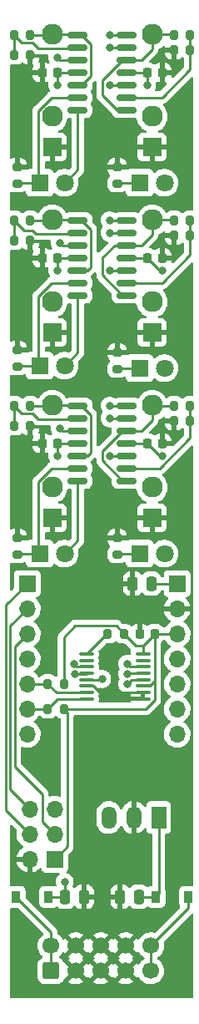
<source format=gtl>
G04 #@! TF.GenerationSoftware,KiCad,Pcbnew,(6.0.0)*
G04 #@! TF.CreationDate,2022-06-27T08:37:13-07:00*
G04 #@! TF.ProjectId,sen,73656e2e-6b69-4636-9164-5f7063625858,rev?*
G04 #@! TF.SameCoordinates,Original*
G04 #@! TF.FileFunction,Copper,L1,Top*
G04 #@! TF.FilePolarity,Positive*
%FSLAX46Y46*%
G04 Gerber Fmt 4.6, Leading zero omitted, Abs format (unit mm)*
G04 Created by KiCad (PCBNEW (6.0.0)) date 2022-06-27 08:37:13*
%MOMM*%
%LPD*%
G01*
G04 APERTURE LIST*
G04 Aperture macros list*
%AMRoundRect*
0 Rectangle with rounded corners*
0 $1 Rounding radius*
0 $2 $3 $4 $5 $6 $7 $8 $9 X,Y pos of 4 corners*
0 Add a 4 corners polygon primitive as box body*
4,1,4,$2,$3,$4,$5,$6,$7,$8,$9,$2,$3,0*
0 Add four circle primitives for the rounded corners*
1,1,$1+$1,$2,$3*
1,1,$1+$1,$4,$5*
1,1,$1+$1,$6,$7*
1,1,$1+$1,$8,$9*
0 Add four rect primitives between the rounded corners*
20,1,$1+$1,$2,$3,$4,$5,0*
20,1,$1+$1,$4,$5,$6,$7,0*
20,1,$1+$1,$6,$7,$8,$9,0*
20,1,$1+$1,$8,$9,$2,$3,0*%
G04 Aperture macros list end*
G04 #@! TA.AperFunction,ComponentPad*
%ADD10R,1.800000X1.800000*%
G04 #@! TD*
G04 #@! TA.AperFunction,ComponentPad*
%ADD11C,1.800000*%
G04 #@! TD*
G04 #@! TA.AperFunction,ComponentPad*
%ADD12R,1.930000X1.830000*%
G04 #@! TD*
G04 #@! TA.AperFunction,ComponentPad*
%ADD13C,2.130000*%
G04 #@! TD*
G04 #@! TA.AperFunction,SMDPad,CuDef*
%ADD14RoundRect,0.250000X-0.250000X-0.475000X0.250000X-0.475000X0.250000X0.475000X-0.250000X0.475000X0*%
G04 #@! TD*
G04 #@! TA.AperFunction,ComponentPad*
%ADD15R,1.700000X1.700000*%
G04 #@! TD*
G04 #@! TA.AperFunction,ComponentPad*
%ADD16O,1.700000X1.700000*%
G04 #@! TD*
G04 #@! TA.AperFunction,SMDPad,CuDef*
%ADD17RoundRect,0.200000X0.275000X-0.200000X0.275000X0.200000X-0.275000X0.200000X-0.275000X-0.200000X0*%
G04 #@! TD*
G04 #@! TA.AperFunction,SMDPad,CuDef*
%ADD18RoundRect,0.200000X0.200000X0.275000X-0.200000X0.275000X-0.200000X-0.275000X0.200000X-0.275000X0*%
G04 #@! TD*
G04 #@! TA.AperFunction,SMDPad,CuDef*
%ADD19RoundRect,0.200000X-0.200000X-0.275000X0.200000X-0.275000X0.200000X0.275000X-0.200000X0.275000X0*%
G04 #@! TD*
G04 #@! TA.AperFunction,SMDPad,CuDef*
%ADD20RoundRect,0.225000X0.225000X0.250000X-0.225000X0.250000X-0.225000X-0.250000X0.225000X-0.250000X0*%
G04 #@! TD*
G04 #@! TA.AperFunction,ComponentPad*
%ADD21R,1.500000X2.300000*%
G04 #@! TD*
G04 #@! TA.AperFunction,ComponentPad*
%ADD22O,1.500000X2.300000*%
G04 #@! TD*
G04 #@! TA.AperFunction,SMDPad,CuDef*
%ADD23RoundRect,0.100000X0.637500X0.100000X-0.637500X0.100000X-0.637500X-0.100000X0.637500X-0.100000X0*%
G04 #@! TD*
G04 #@! TA.AperFunction,SMDPad,CuDef*
%ADD24RoundRect,0.150000X0.825000X0.150000X-0.825000X0.150000X-0.825000X-0.150000X0.825000X-0.150000X0*%
G04 #@! TD*
G04 #@! TA.AperFunction,SMDPad,CuDef*
%ADD25RoundRect,0.250000X0.250000X0.475000X-0.250000X0.475000X-0.250000X-0.475000X0.250000X-0.475000X0*%
G04 #@! TD*
G04 #@! TA.AperFunction,SMDPad,CuDef*
%ADD26RoundRect,0.225000X-0.225000X-0.250000X0.225000X-0.250000X0.225000X0.250000X-0.225000X0.250000X0*%
G04 #@! TD*
G04 #@! TA.AperFunction,ComponentPad*
%ADD27RoundRect,0.250000X0.600000X-0.600000X0.600000X0.600000X-0.600000X0.600000X-0.600000X-0.600000X0*%
G04 #@! TD*
G04 #@! TA.AperFunction,ComponentPad*
%ADD28C,1.700000*%
G04 #@! TD*
G04 #@! TA.AperFunction,SMDPad,CuDef*
%ADD29R,0.900000X1.200000*%
G04 #@! TD*
G04 #@! TA.AperFunction,ViaPad*
%ADD30C,0.800000*%
G04 #@! TD*
G04 #@! TA.AperFunction,Conductor*
%ADD31C,0.250000*%
G04 #@! TD*
G04 APERTURE END LIST*
D10*
X147159048Y-93472000D03*
D11*
X149699048Y-93472000D03*
D12*
X158594048Y-71058000D03*
D13*
X158594048Y-59658000D03*
X158594048Y-67958000D03*
D12*
X148434048Y-52262000D03*
D13*
X148434048Y-40862000D03*
X148434048Y-49162000D03*
D10*
X147159048Y-74422000D03*
D11*
X149699048Y-74422000D03*
D12*
X148434048Y-89854000D03*
D13*
X148434048Y-78454000D03*
X148434048Y-86754000D03*
D10*
X147159048Y-55880000D03*
D11*
X149699048Y-55880000D03*
D12*
X148434048Y-71058000D03*
D13*
X148434048Y-59658000D03*
X148434048Y-67958000D03*
D12*
X158594048Y-52262000D03*
D13*
X158594048Y-40862000D03*
X158594048Y-49162000D03*
D10*
X157319048Y-55880000D03*
D11*
X159859048Y-55880000D03*
D12*
X158594048Y-89854000D03*
D13*
X158594048Y-78454000D03*
X158594048Y-86754000D03*
D10*
X157319048Y-93472000D03*
D11*
X159859048Y-93472000D03*
D10*
X157319048Y-74676000D03*
D11*
X159859048Y-74676000D03*
D14*
X155358048Y-128270000D03*
X157258048Y-128270000D03*
D15*
X161134048Y-96520000D03*
D16*
X161134048Y-99060000D03*
X161134048Y-101600000D03*
X161134048Y-104140000D03*
X161134048Y-106680000D03*
X161134048Y-109220000D03*
X161134048Y-111760000D03*
D17*
X144878048Y-55943000D03*
X144878048Y-54293000D03*
D18*
X162467048Y-40894000D03*
X160817048Y-40894000D03*
D19*
X147990048Y-109200000D03*
X149640048Y-109200000D03*
D20*
X159623048Y-44704000D03*
X158073048Y-44704000D03*
D19*
X144561048Y-40894000D03*
X146211048Y-40894000D03*
D21*
X159263048Y-120220500D03*
D22*
X156723048Y-120220500D03*
X154183048Y-120220500D03*
D23*
X157646548Y-108193000D03*
X157646548Y-107543000D03*
X157646548Y-106893000D03*
X157646548Y-106243000D03*
X157646548Y-105593000D03*
X157646548Y-104943000D03*
X157646548Y-104293000D03*
X157646548Y-103643000D03*
X151921548Y-103643000D03*
X151921548Y-104293000D03*
X151921548Y-104943000D03*
X151921548Y-105593000D03*
X151921548Y-106243000D03*
X151921548Y-106893000D03*
X151921548Y-107543000D03*
X151921548Y-108193000D03*
D17*
X155038048Y-93535000D03*
X155038048Y-91885000D03*
D20*
X159623048Y-82296000D03*
X158073048Y-82296000D03*
D17*
X144878048Y-74485000D03*
X144878048Y-72835000D03*
D19*
X144561048Y-80518000D03*
X146211048Y-80518000D03*
D17*
X144878048Y-93535000D03*
X144878048Y-91885000D03*
D18*
X162467048Y-59690000D03*
X160817048Y-59690000D03*
D20*
X148955048Y-44704000D03*
X147405048Y-44704000D03*
D15*
X145894048Y-96520000D03*
D16*
X145894048Y-99060000D03*
X145894048Y-101600000D03*
X145894048Y-104140000D03*
X145894048Y-106680000D03*
X145894048Y-109220000D03*
X145894048Y-111760000D03*
D19*
X144561048Y-42926000D03*
X146211048Y-42926000D03*
D24*
X155989048Y-67310000D03*
X155989048Y-66040000D03*
X155989048Y-64770000D03*
X155989048Y-63500000D03*
X155989048Y-62230000D03*
X155989048Y-60960000D03*
X155989048Y-59690000D03*
X151039048Y-59690000D03*
X151039048Y-60960000D03*
X151039048Y-62230000D03*
X151039048Y-63500000D03*
X151039048Y-64770000D03*
X151039048Y-66040000D03*
X151039048Y-67310000D03*
X155989048Y-86106000D03*
X155989048Y-84836000D03*
X155989048Y-83566000D03*
X155989048Y-82296000D03*
X155989048Y-81026000D03*
X155989048Y-79756000D03*
X155989048Y-78486000D03*
X151039048Y-78486000D03*
X151039048Y-79756000D03*
X151039048Y-81026000D03*
X151039048Y-82296000D03*
X151039048Y-83566000D03*
X151039048Y-84836000D03*
X151039048Y-86106000D03*
D17*
X155038048Y-74739000D03*
X155038048Y-73089000D03*
D14*
X149770048Y-128270000D03*
X151670048Y-128270000D03*
D19*
X147990048Y-106660000D03*
X149640048Y-106660000D03*
D18*
X162467048Y-78486000D03*
X160817048Y-78486000D03*
X162467048Y-42418000D03*
X160817048Y-42418000D03*
X162467048Y-80010000D03*
X160817048Y-80010000D03*
D25*
X158528048Y-96520000D03*
X156628048Y-96520000D03*
D26*
X157311048Y-101600000D03*
X158861048Y-101600000D03*
D17*
X155038048Y-55943000D03*
X155038048Y-54293000D03*
D27*
X148307048Y-135753500D03*
D28*
X148307048Y-133213500D03*
X150847048Y-135753500D03*
X150847048Y-133213500D03*
X153387048Y-135753500D03*
X153387048Y-133213500D03*
X155927048Y-135753500D03*
X155927048Y-133213500D03*
X158467048Y-135753500D03*
X158467048Y-133213500D03*
D29*
X144752048Y-128270000D03*
X148052048Y-128270000D03*
D15*
X148693048Y-124445000D03*
D16*
X146153048Y-124445000D03*
X148693048Y-121905000D03*
X146153048Y-121905000D03*
X148693048Y-119365000D03*
X146153048Y-119365000D03*
D29*
X158976048Y-128270000D03*
X162276048Y-128270000D03*
D18*
X155736048Y-101600000D03*
X154086048Y-101600000D03*
D20*
X148955048Y-63500000D03*
X147405048Y-63500000D03*
D24*
X155989048Y-48514000D03*
X155989048Y-47244000D03*
X155989048Y-45974000D03*
X155989048Y-44704000D03*
X155989048Y-43434000D03*
X155989048Y-42164000D03*
X155989048Y-40894000D03*
X151039048Y-40894000D03*
X151039048Y-42164000D03*
X151039048Y-43434000D03*
X151039048Y-44704000D03*
X151039048Y-45974000D03*
X151039048Y-47244000D03*
X151039048Y-48514000D03*
D19*
X144561048Y-61722000D03*
X146211048Y-61722000D03*
D20*
X148955048Y-82296000D03*
X147405048Y-82296000D03*
D19*
X144561048Y-59690000D03*
X146211048Y-59690000D03*
D20*
X159623048Y-63500000D03*
X158073048Y-63500000D03*
D19*
X144561048Y-78486000D03*
X146211048Y-78486000D03*
D18*
X162467048Y-61214000D03*
X160817048Y-61214000D03*
D30*
X144878048Y-90424000D03*
X160880048Y-81280000D03*
X144878048Y-52832000D03*
X160880048Y-43688000D03*
X144878048Y-71374000D03*
X162150048Y-46482000D03*
X160880048Y-62484000D03*
X148180048Y-115062000D03*
X154784048Y-107543000D03*
X159610048Y-64770000D03*
X158086048Y-45974000D03*
X159605749Y-83561701D03*
X148942048Y-45974000D03*
X148942048Y-83566000D03*
X148942048Y-64770000D03*
X149704048Y-126746000D03*
X154276048Y-59690000D03*
X154276048Y-79756000D03*
X154276048Y-78486000D03*
X154276048Y-42164000D03*
X154276048Y-60960000D03*
X154276048Y-40878321D03*
X156054048Y-106680000D03*
X154276048Y-45974000D03*
X156054048Y-105664000D03*
X154276048Y-64770000D03*
X156054048Y-104648000D03*
X154276048Y-83566000D03*
X150646667Y-104681178D03*
X149196048Y-80772000D03*
X149196048Y-61976000D03*
X150721086Y-105677906D03*
X148942048Y-43180000D03*
X153514048Y-106172000D03*
D31*
X152609409Y-106893000D02*
X151921548Y-106893000D01*
X154784048Y-107543000D02*
X153259409Y-107543000D01*
X153259409Y-107543000D02*
X152609409Y-106893000D01*
X157646548Y-107543000D02*
X154784048Y-107543000D01*
X159263048Y-127983000D02*
X158976048Y-128270000D01*
X159263048Y-120220500D02*
X159263048Y-127983000D01*
X158073048Y-45961000D02*
X158073048Y-44704000D01*
X158976048Y-128270000D02*
X157258048Y-128270000D01*
X159605749Y-83561701D02*
X159338749Y-83561701D01*
X159338749Y-83561701D02*
X158073048Y-82296000D01*
X158086048Y-45974000D02*
X158073048Y-45961000D01*
X155989048Y-82296000D02*
X158073048Y-82296000D01*
X159343048Y-64770000D02*
X158073048Y-63500000D01*
X158073048Y-63500000D02*
X155989048Y-63500000D01*
X159610048Y-64770000D02*
X159343048Y-64770000D01*
X155989048Y-44704000D02*
X158073048Y-44704000D01*
X148942048Y-83566000D02*
X148942048Y-82309000D01*
X149770048Y-128270000D02*
X149770048Y-126812000D01*
X151039048Y-63500000D02*
X148955048Y-63500000D01*
X148942048Y-63513000D02*
X148955048Y-63500000D01*
X148942048Y-64770000D02*
X148942048Y-63513000D01*
X148942048Y-82309000D02*
X148955048Y-82296000D01*
X148955048Y-82296000D02*
X151039048Y-82296000D01*
X148052048Y-128270000D02*
X149770048Y-128270000D01*
X148942048Y-44717000D02*
X148955048Y-44704000D01*
X148942048Y-45974000D02*
X148942048Y-44717000D01*
X149770048Y-126812000D02*
X149704048Y-126746000D01*
X151039048Y-44704000D02*
X148955048Y-44704000D01*
X157646548Y-103643000D02*
X157646548Y-102814500D01*
X158861048Y-108316361D02*
X158861048Y-106366361D01*
X157646548Y-102814500D02*
X158861048Y-101600000D01*
X158861048Y-106366361D02*
X158861048Y-101600000D01*
X158334409Y-106893000D02*
X158861048Y-106366361D01*
X158861048Y-101600000D02*
X161134048Y-101600000D01*
X157646548Y-102814500D02*
X156950548Y-102814500D01*
X149978048Y-123160000D02*
X148693048Y-124445000D01*
X155736048Y-101600000D02*
X154936528Y-100800480D01*
X149640048Y-109200000D02*
X157977409Y-109200000D01*
X157977409Y-109200000D02*
X158861048Y-108316361D01*
X156950548Y-102814500D02*
X155736048Y-101600000D01*
X150757568Y-100800480D02*
X149640048Y-101918000D01*
X149640048Y-109200000D02*
X149978048Y-109538000D01*
X149978048Y-109538000D02*
X149978048Y-123160000D01*
X149640048Y-101918000D02*
X149640048Y-106660000D01*
X154936528Y-100800480D02*
X150757568Y-100800480D01*
X157646548Y-106893000D02*
X158334409Y-106893000D01*
X148307048Y-135753500D02*
X148307048Y-133213500D01*
X148307048Y-131825000D02*
X144752048Y-128270000D01*
X148307048Y-133213500D02*
X148307048Y-131825000D01*
X162276048Y-128270000D02*
X162276048Y-129404500D01*
X162276048Y-129404500D02*
X158467048Y-133213500D01*
X158467048Y-135753500D02*
X158467048Y-133213500D01*
X151039048Y-86106000D02*
X151039048Y-92132000D01*
X151039048Y-92132000D02*
X149699048Y-93472000D01*
X151039048Y-73082000D02*
X149699048Y-74422000D01*
X151039048Y-67310000D02*
X151039048Y-73082000D01*
X154276048Y-59690000D02*
X155989048Y-59690000D01*
X155101048Y-93472000D02*
X155038048Y-93535000D01*
X157319048Y-93472000D02*
X155101048Y-93472000D01*
X154276048Y-79756000D02*
X155989048Y-79756000D01*
X154276048Y-78486000D02*
X155989048Y-78486000D01*
X147044537Y-55765489D02*
X147159048Y-55880000D01*
X148386982Y-47244000D02*
X147044537Y-48586445D01*
X147044537Y-48586445D02*
X147044537Y-55765489D01*
X144941048Y-55880000D02*
X144878048Y-55943000D01*
X151039048Y-47244000D02*
X148386982Y-47244000D01*
X147159048Y-55880000D02*
X144941048Y-55880000D01*
X151039048Y-48514000D02*
X151039048Y-54540000D01*
X151039048Y-54540000D02*
X149699048Y-55880000D01*
X144941048Y-74422000D02*
X144878048Y-74485000D01*
X151039048Y-66040000D02*
X148386982Y-66040000D01*
X148386982Y-66040000D02*
X147044537Y-67382445D01*
X147044537Y-67382445D02*
X147044537Y-74307489D01*
X147159048Y-74422000D02*
X144941048Y-74422000D01*
X147044537Y-74307489D02*
X147159048Y-74422000D01*
X155989048Y-42164000D02*
X154276048Y-42164000D01*
X155101048Y-55880000D02*
X155038048Y-55943000D01*
X157319048Y-55880000D02*
X155101048Y-55880000D01*
X151039048Y-45974000D02*
X151415120Y-45974000D01*
X152338568Y-41817448D02*
X151415120Y-40894000D01*
X151415120Y-45974000D02*
X152338568Y-45050552D01*
X148402048Y-40894000D02*
X148434048Y-40862000D01*
X151415120Y-40894000D02*
X151039048Y-40894000D01*
X151007048Y-40862000D02*
X148434048Y-40862000D01*
X146211048Y-40894000D02*
X148402048Y-40894000D01*
X151039048Y-40894000D02*
X151007048Y-40862000D01*
X152338568Y-45050552D02*
X152338568Y-41817448D01*
X158528048Y-96520000D02*
X161134048Y-96520000D01*
X146143048Y-121905000D02*
X143733068Y-119495020D01*
X143733068Y-98680980D02*
X145894048Y-96520000D01*
X143733068Y-119495020D02*
X143733068Y-98680980D01*
X144182588Y-100771460D02*
X145894048Y-99060000D01*
X144182588Y-117404540D02*
X144182588Y-100771460D01*
X146143048Y-119365000D02*
X144182588Y-117404540D01*
X144632108Y-115070060D02*
X144632108Y-102861940D01*
X144632108Y-102861940D02*
X145894048Y-101600000D01*
X147418048Y-117856000D02*
X144632108Y-115070060D01*
X147418048Y-120640000D02*
X147418048Y-117856000D01*
X148683048Y-121905000D02*
X147418048Y-120640000D01*
X148873048Y-107543000D02*
X147990048Y-106660000D01*
X145914048Y-106660000D02*
X145894048Y-106680000D01*
X147990048Y-106660000D02*
X145914048Y-106660000D01*
X151921548Y-107543000D02*
X148873048Y-107543000D01*
X151921548Y-108193000D02*
X148997048Y-108193000D01*
X145914048Y-109200000D02*
X145894048Y-109220000D01*
X148997048Y-108193000D02*
X147990048Y-109200000D01*
X147990048Y-109200000D02*
X145914048Y-109200000D01*
X146211048Y-78486000D02*
X148402048Y-78486000D01*
X151415120Y-78486000D02*
X152338568Y-79409448D01*
X151007048Y-78454000D02*
X151039048Y-78486000D01*
X152338568Y-79409448D02*
X152338568Y-83217480D01*
X148402048Y-78486000D02*
X148434048Y-78454000D01*
X152338568Y-83217480D02*
X151990048Y-83566000D01*
X151990048Y-83566000D02*
X151039048Y-83566000D01*
X148434048Y-78454000D02*
X151007048Y-78454000D01*
X151039048Y-78486000D02*
X151415120Y-78486000D01*
X157528185Y-62230000D02*
X155989048Y-62230000D01*
X155989048Y-67310000D02*
X155612976Y-67310000D01*
X158594048Y-61164137D02*
X157528185Y-62230000D01*
X158594048Y-59658000D02*
X160785048Y-59658000D01*
X154784048Y-62230000D02*
X155989048Y-62230000D01*
X160785048Y-59658000D02*
X160817048Y-59690000D01*
X158594048Y-59658000D02*
X158594048Y-61164137D01*
X155612976Y-67310000D02*
X153551537Y-65248561D01*
X153551537Y-63462511D02*
X154784048Y-62230000D01*
X153551537Y-65248561D02*
X153551537Y-63462511D01*
X155989048Y-86106000D02*
X155612976Y-86106000D01*
X158594048Y-78454000D02*
X158594048Y-79960137D01*
X153551537Y-83087439D02*
X155612976Y-81026000D01*
X153551537Y-84044561D02*
X153551537Y-83087439D01*
X155612976Y-86106000D02*
X153551537Y-84044561D01*
X155612976Y-81026000D02*
X155989048Y-81026000D01*
X158594048Y-79960137D02*
X157528185Y-81026000D01*
X158626048Y-78486000D02*
X158594048Y-78454000D01*
X157528185Y-81026000D02*
X155989048Y-81026000D01*
X160817048Y-78486000D02*
X158626048Y-78486000D01*
X150951537Y-79843511D02*
X146997559Y-79843511D01*
X144561048Y-78486000D02*
X144561048Y-80518000D01*
X146439568Y-79285520D02*
X145360568Y-79285520D01*
X145360568Y-79285520D02*
X144561048Y-78486000D01*
X151039048Y-79756000D02*
X150951537Y-79843511D01*
X146997559Y-79843511D02*
X146439568Y-79285520D01*
X154276048Y-60960000D02*
X155989048Y-60960000D01*
X155101048Y-74676000D02*
X155038048Y-74739000D01*
X157319048Y-74676000D02*
X155101048Y-74676000D01*
X146753342Y-61047511D02*
X146411831Y-60706000D01*
X145577048Y-60706000D02*
X144561048Y-59690000D01*
X150951537Y-61047511D02*
X146753342Y-61047511D01*
X144561048Y-59690000D02*
X144561048Y-61722000D01*
X146411831Y-60706000D02*
X145577048Y-60706000D01*
X151039048Y-60960000D02*
X150951537Y-61047511D01*
X155989048Y-40894000D02*
X154291727Y-40894000D01*
X154291727Y-40894000D02*
X154276048Y-40878321D01*
X148386982Y-84836000D02*
X147044537Y-86178445D01*
X147159048Y-93472000D02*
X144941048Y-93472000D01*
X144941048Y-93472000D02*
X144878048Y-93535000D01*
X147044537Y-86178445D02*
X147044537Y-93357489D01*
X151039048Y-84836000D02*
X148386982Y-84836000D01*
X147044537Y-93357489D02*
X147159048Y-93472000D01*
X148402048Y-59690000D02*
X148434048Y-59658000D01*
X151039048Y-59690000D02*
X151415120Y-59690000D01*
X146211048Y-59690000D02*
X148402048Y-59690000D01*
X151007048Y-59658000D02*
X148434048Y-59658000D01*
X151039048Y-59690000D02*
X151007048Y-59658000D01*
X151990048Y-64770000D02*
X151039048Y-64770000D01*
X151415120Y-59690000D02*
X152338568Y-60613448D01*
X152338568Y-64421480D02*
X151990048Y-64770000D01*
X152338568Y-60613448D02*
X152338568Y-64421480D01*
X158594048Y-40862000D02*
X158594048Y-42368137D01*
X155612976Y-43434000D02*
X153551537Y-45495439D01*
X155038048Y-48514000D02*
X155989048Y-48514000D01*
X158594048Y-40862000D02*
X160785048Y-40862000D01*
X158594048Y-42368137D02*
X157528185Y-43434000D01*
X160785048Y-40862000D02*
X160817048Y-40894000D01*
X153551537Y-47027489D02*
X155038048Y-48514000D01*
X157528185Y-43434000D02*
X155989048Y-43434000D01*
X153551537Y-45495439D02*
X153551537Y-47027489D01*
X155989048Y-43434000D02*
X155612976Y-43434000D01*
X154086048Y-101600000D02*
X153964548Y-101600000D01*
X153964548Y-101600000D02*
X151921548Y-103643000D01*
X162467048Y-63183000D02*
X162467048Y-61214000D01*
X159610048Y-66040000D02*
X162467048Y-63183000D01*
X155989048Y-66040000D02*
X159610048Y-66040000D01*
X162467048Y-61214000D02*
X162467048Y-59690000D01*
X162467048Y-80010000D02*
X162467048Y-78486000D01*
X155989048Y-84836000D02*
X159356048Y-84836000D01*
X159356048Y-84836000D02*
X162467048Y-81725000D01*
X162467048Y-81725000D02*
X162467048Y-80010000D01*
X146439568Y-41693520D02*
X145360568Y-41693520D01*
X146997559Y-42251511D02*
X146439568Y-41693520D01*
X144561048Y-40894000D02*
X144561048Y-42418000D01*
X145360568Y-41693520D02*
X144561048Y-40894000D01*
X151039048Y-42164000D02*
X150951537Y-42251511D01*
X150951537Y-42251511D02*
X146997559Y-42251511D01*
X159610048Y-47244000D02*
X162467048Y-44387000D01*
X155989048Y-47244000D02*
X159610048Y-47244000D01*
X162467048Y-40894000D02*
X162467048Y-42418000D01*
X162467048Y-44387000D02*
X162467048Y-42418000D01*
X154276048Y-45974000D02*
X155989048Y-45974000D01*
X156491048Y-106243000D02*
X156054048Y-106680000D01*
X157646548Y-106243000D02*
X156491048Y-106243000D01*
X156125048Y-105593000D02*
X156054048Y-105664000D01*
X157646548Y-105593000D02*
X156125048Y-105593000D01*
X154276048Y-64770000D02*
X155989048Y-64770000D01*
X156349048Y-104943000D02*
X156054048Y-104648000D01*
X157646548Y-104943000D02*
X156349048Y-104943000D01*
X154276048Y-83566000D02*
X155989048Y-83566000D01*
X149450048Y-81026000D02*
X149196048Y-80772000D01*
X150908489Y-104943000D02*
X151921548Y-104943000D01*
X150646667Y-104681178D02*
X150908489Y-104943000D01*
X151039048Y-81026000D02*
X149450048Y-81026000D01*
X149450048Y-62230000D02*
X149196048Y-61976000D01*
X150721086Y-105677906D02*
X151836642Y-105677906D01*
X151039048Y-62230000D02*
X149450048Y-62230000D01*
X151836642Y-105677906D02*
X151921548Y-105593000D01*
X153443048Y-106243000D02*
X151921548Y-106243000D01*
X153514048Y-106172000D02*
X153443048Y-106243000D01*
X149196048Y-43434000D02*
X148942048Y-43180000D01*
X151039048Y-43434000D02*
X149196048Y-43434000D01*
G04 #@! TA.AperFunction,Conductor*
G36*
X162703080Y-82489038D02*
G01*
X162759916Y-82531585D01*
X162784727Y-82598105D01*
X162785048Y-82607094D01*
X162785048Y-127035500D01*
X162765046Y-127103621D01*
X162711390Y-127150114D01*
X162659048Y-127161500D01*
X161777914Y-127161500D01*
X161715732Y-127168255D01*
X161579343Y-127219385D01*
X161462787Y-127306739D01*
X161375433Y-127423295D01*
X161324303Y-127559684D01*
X161317548Y-127621866D01*
X161317548Y-128918134D01*
X161324303Y-128980316D01*
X161375433Y-129116705D01*
X161435228Y-129196490D01*
X161460075Y-129262993D01*
X161445022Y-129332375D01*
X161423496Y-129361147D01*
X158924393Y-131860250D01*
X158862081Y-131894276D01*
X158813202Y-131895202D01*
X158600421Y-131857300D01*
X158600415Y-131857299D01*
X158595332Y-131856394D01*
X158521500Y-131855492D01*
X158377129Y-131853728D01*
X158377127Y-131853728D01*
X158371959Y-131853665D01*
X158151139Y-131887455D01*
X157938804Y-131956857D01*
X157872144Y-131991558D01*
X157765023Y-132047322D01*
X157740655Y-132060007D01*
X157736522Y-132063110D01*
X157736519Y-132063112D01*
X157661949Y-132119101D01*
X157562013Y-132194135D01*
X157407677Y-132355638D01*
X157334741Y-132462559D01*
X157299946Y-132513566D01*
X157245035Y-132558569D01*
X157174510Y-132566740D01*
X157110763Y-132535486D01*
X157090065Y-132511001D01*
X157060110Y-132464697D01*
X157049425Y-132455495D01*
X157039860Y-132459898D01*
X156299070Y-133200688D01*
X156291456Y-133214632D01*
X156291587Y-133216465D01*
X156295838Y-133223080D01*
X157037522Y-133964764D01*
X157049532Y-133971323D01*
X157061271Y-133962355D01*
X157095070Y-133915319D01*
X157096325Y-133916221D01*
X157143439Y-133872855D01*
X157213378Y-133860648D01*
X157278815Y-133888191D01*
X157306628Y-133920013D01*
X157364335Y-134014183D01*
X157364339Y-134014188D01*
X157367035Y-134018588D01*
X157513298Y-134187438D01*
X157685174Y-134330132D01*
X157689641Y-134332742D01*
X157758493Y-134372976D01*
X157807217Y-134424614D01*
X157820288Y-134494397D01*
X157793557Y-134560169D01*
X157753103Y-134593527D01*
X157740655Y-134600007D01*
X157736522Y-134603110D01*
X157736519Y-134603112D01*
X157566148Y-134731030D01*
X157562013Y-134734135D01*
X157558441Y-134737873D01*
X157475628Y-134824532D01*
X157407677Y-134895638D01*
X157334741Y-135002559D01*
X157299946Y-135053566D01*
X157245035Y-135098569D01*
X157174510Y-135106740D01*
X157110763Y-135075486D01*
X157090065Y-135051001D01*
X157060110Y-135004697D01*
X157049425Y-134995495D01*
X157039860Y-134999898D01*
X156299070Y-135740688D01*
X156291456Y-135754632D01*
X156291587Y-135756465D01*
X156295838Y-135763080D01*
X157037522Y-136504764D01*
X157049532Y-136511323D01*
X157061271Y-136502355D01*
X157095070Y-136455319D01*
X157096325Y-136456221D01*
X157143439Y-136412855D01*
X157213378Y-136400648D01*
X157278815Y-136428191D01*
X157306628Y-136460013D01*
X157364335Y-136554183D01*
X157364339Y-136554188D01*
X157367035Y-136558588D01*
X157513298Y-136727438D01*
X157685174Y-136870132D01*
X157878048Y-136982838D01*
X158086740Y-137062530D01*
X158091808Y-137063561D01*
X158091811Y-137063562D01*
X158196652Y-137084892D01*
X158305645Y-137107067D01*
X158310820Y-137107257D01*
X158310822Y-137107257D01*
X158523721Y-137115064D01*
X158523725Y-137115064D01*
X158528885Y-137115253D01*
X158534005Y-137114597D01*
X158534007Y-137114597D01*
X158745336Y-137087525D01*
X158745337Y-137087525D01*
X158750464Y-137086868D01*
X158755414Y-137085383D01*
X158959477Y-137024161D01*
X158959482Y-137024159D01*
X158964432Y-137022674D01*
X159165042Y-136924396D01*
X159346908Y-136794673D01*
X159505144Y-136636989D01*
X159635501Y-136455577D01*
X159656616Y-136412855D01*
X159732184Y-136259953D01*
X159732185Y-136259951D01*
X159734478Y-136255311D01*
X159799418Y-136041569D01*
X159828577Y-135820090D01*
X159830204Y-135753500D01*
X159811900Y-135530861D01*
X159757479Y-135314202D01*
X159668402Y-135109340D01*
X159583244Y-134977706D01*
X159549870Y-134926117D01*
X159549868Y-134926114D01*
X159547062Y-134921777D01*
X159396718Y-134756551D01*
X159392667Y-134753352D01*
X159392663Y-134753348D01*
X159225462Y-134621300D01*
X159225458Y-134621298D01*
X159221407Y-134618098D01*
X159180101Y-134595296D01*
X159130132Y-134544864D01*
X159115360Y-134475421D01*
X159140476Y-134409016D01*
X159167828Y-134382409D01*
X159232158Y-134336523D01*
X159346908Y-134254673D01*
X159505144Y-134096989D01*
X159564642Y-134014189D01*
X159632483Y-133919777D01*
X159635501Y-133915577D01*
X159649043Y-133888178D01*
X159732184Y-133719953D01*
X159732185Y-133719951D01*
X159734478Y-133715311D01*
X159799418Y-133501569D01*
X159828577Y-133280090D01*
X159830204Y-133213500D01*
X159811900Y-132990861D01*
X159783869Y-132879265D01*
X159786673Y-132808323D01*
X159816978Y-132759474D01*
X162569953Y-130006499D01*
X162632265Y-129972473D01*
X162703080Y-129977538D01*
X162759916Y-130020085D01*
X162784727Y-130086605D01*
X162785048Y-130095594D01*
X162785048Y-138431000D01*
X162765046Y-138499121D01*
X162711390Y-138545614D01*
X162659048Y-138557000D01*
X144242048Y-138557000D01*
X144173927Y-138536998D01*
X144127434Y-138483342D01*
X144116048Y-138431000D01*
X144116048Y-129503857D01*
X144136050Y-129435736D01*
X144189706Y-129389243D01*
X144248866Y-129378042D01*
X144250526Y-129378132D01*
X144253914Y-129378500D01*
X144912454Y-129378500D01*
X144980575Y-129398502D01*
X145001549Y-129415405D01*
X147515390Y-131929246D01*
X147549416Y-131991558D01*
X147544351Y-132062373D01*
X147501948Y-132119101D01*
X147406148Y-132191030D01*
X147402013Y-132194135D01*
X147247677Y-132355638D01*
X147121791Y-132540180D01*
X147027736Y-132742805D01*
X146968037Y-132958070D01*
X146944299Y-133180195D01*
X146944596Y-133185348D01*
X146944596Y-133185351D01*
X146950059Y-133280090D01*
X146957158Y-133403215D01*
X146958295Y-133408261D01*
X146958296Y-133408267D01*
X146978167Y-133496439D01*
X147006270Y-133621139D01*
X147090314Y-133828116D01*
X147127120Y-133888178D01*
X147204336Y-134014183D01*
X147207035Y-134018588D01*
X147353298Y-134187438D01*
X147423392Y-134245631D01*
X147463027Y-134304533D01*
X147464525Y-134375514D01*
X147427411Y-134436037D01*
X147396360Y-134456675D01*
X147390044Y-134459634D01*
X147383102Y-134461950D01*
X147232700Y-134555022D01*
X147107743Y-134680197D01*
X147103903Y-134686427D01*
X147103902Y-134686428D01*
X147060678Y-134756551D01*
X147014933Y-134830762D01*
X146959251Y-134998639D01*
X146958551Y-135005475D01*
X146958550Y-135005478D01*
X146954139Y-135048531D01*
X146948548Y-135103100D01*
X146948548Y-136403900D01*
X146948885Y-136407146D01*
X146948885Y-136407150D01*
X146954346Y-136459777D01*
X146959522Y-136509666D01*
X146961703Y-136516202D01*
X146961703Y-136516204D01*
X147005776Y-136648306D01*
X147015498Y-136677446D01*
X147108570Y-136827848D01*
X147233745Y-136952805D01*
X147239975Y-136956645D01*
X147239976Y-136956646D01*
X147377138Y-137041194D01*
X147384310Y-137045615D01*
X147436963Y-137063079D01*
X147545659Y-137099132D01*
X147545661Y-137099132D01*
X147552187Y-137101297D01*
X147559023Y-137101997D01*
X147559026Y-137101998D01*
X147593579Y-137105538D01*
X147656648Y-137112000D01*
X148957448Y-137112000D01*
X148960694Y-137111663D01*
X148960698Y-137111663D01*
X149056356Y-137101738D01*
X149056360Y-137101737D01*
X149063214Y-137101026D01*
X149069750Y-137098845D01*
X149069752Y-137098845D01*
X149201854Y-137054772D01*
X149230994Y-137045050D01*
X149381396Y-136951978D01*
X149454893Y-136878353D01*
X150087025Y-136878353D01*
X150092306Y-136885407D01*
X150253804Y-136979779D01*
X150263090Y-136984229D01*
X150462049Y-137060203D01*
X150471947Y-137063079D01*
X150680643Y-137105538D01*
X150690871Y-137106757D01*
X150903698Y-137114562D01*
X150913984Y-137114095D01*
X151125233Y-137087034D01*
X151135310Y-137084892D01*
X151339303Y-137023691D01*
X151348890Y-137019933D01*
X151540146Y-136926238D01*
X151548992Y-136920965D01*
X151596295Y-136887223D01*
X151603259Y-136878353D01*
X152627025Y-136878353D01*
X152632306Y-136885407D01*
X152793804Y-136979779D01*
X152803090Y-136984229D01*
X153002049Y-137060203D01*
X153011947Y-137063079D01*
X153220643Y-137105538D01*
X153230871Y-137106757D01*
X153443698Y-137114562D01*
X153453984Y-137114095D01*
X153665233Y-137087034D01*
X153675310Y-137084892D01*
X153879303Y-137023691D01*
X153888890Y-137019933D01*
X154080146Y-136926238D01*
X154088992Y-136920965D01*
X154136295Y-136887223D01*
X154143259Y-136878353D01*
X155167025Y-136878353D01*
X155172306Y-136885407D01*
X155333804Y-136979779D01*
X155343090Y-136984229D01*
X155542049Y-137060203D01*
X155551947Y-137063079D01*
X155760643Y-137105538D01*
X155770871Y-137106757D01*
X155983698Y-137114562D01*
X155993984Y-137114095D01*
X156205233Y-137087034D01*
X156215310Y-137084892D01*
X156419303Y-137023691D01*
X156428890Y-137019933D01*
X156620146Y-136926238D01*
X156628992Y-136920965D01*
X156676295Y-136887223D01*
X156684696Y-136876523D01*
X156677708Y-136863370D01*
X155939860Y-136125522D01*
X155925916Y-136117908D01*
X155924083Y-136118039D01*
X155917468Y-136122290D01*
X155173785Y-136865973D01*
X155167025Y-136878353D01*
X154143259Y-136878353D01*
X154144696Y-136876523D01*
X154137708Y-136863370D01*
X153399860Y-136125522D01*
X153385916Y-136117908D01*
X153384083Y-136118039D01*
X153377468Y-136122290D01*
X152633785Y-136865973D01*
X152627025Y-136878353D01*
X151603259Y-136878353D01*
X151604696Y-136876523D01*
X151597708Y-136863370D01*
X150859860Y-136125522D01*
X150845916Y-136117908D01*
X150844083Y-136118039D01*
X150837468Y-136122290D01*
X150093785Y-136865973D01*
X150087025Y-136878353D01*
X149454893Y-136878353D01*
X149506353Y-136826803D01*
X149528405Y-136791029D01*
X149595323Y-136682468D01*
X149595324Y-136682466D01*
X149599163Y-136676238D01*
X149623961Y-136601475D01*
X149664390Y-136543116D01*
X149693678Y-136525434D01*
X149732742Y-136508596D01*
X150475026Y-135766312D01*
X150481404Y-135754632D01*
X151211456Y-135754632D01*
X151211587Y-135756465D01*
X151215838Y-135763080D01*
X151957522Y-136504764D01*
X151969532Y-136511323D01*
X151981271Y-136502355D01*
X152015070Y-136455319D01*
X152016197Y-136456129D01*
X152063707Y-136412381D01*
X152133644Y-136400161D01*
X152199086Y-136427691D01*
X152226918Y-136459529D01*
X152253507Y-136502919D01*
X152263964Y-136512380D01*
X152272742Y-136508596D01*
X153015026Y-135766312D01*
X153021404Y-135754632D01*
X153751456Y-135754632D01*
X153751587Y-135756465D01*
X153755838Y-135763080D01*
X154497522Y-136504764D01*
X154509532Y-136511323D01*
X154521271Y-136502355D01*
X154555070Y-136455319D01*
X154556197Y-136456129D01*
X154603707Y-136412381D01*
X154673644Y-136400161D01*
X154739086Y-136427691D01*
X154766918Y-136459529D01*
X154793507Y-136502919D01*
X154803964Y-136512380D01*
X154812742Y-136508596D01*
X155555026Y-135766312D01*
X155562640Y-135752368D01*
X155562509Y-135750535D01*
X155558258Y-135743920D01*
X154816897Y-135002559D01*
X154805361Y-134996259D01*
X154793076Y-135005884D01*
X154760240Y-135054020D01*
X154705329Y-135099023D01*
X154634804Y-135107194D01*
X154571057Y-135075940D01*
X154550359Y-135051455D01*
X154520110Y-135004697D01*
X154509425Y-134995495D01*
X154499860Y-134999898D01*
X153759070Y-135740688D01*
X153751456Y-135754632D01*
X153021404Y-135754632D01*
X153022640Y-135752368D01*
X153022509Y-135750535D01*
X153018258Y-135743920D01*
X152276897Y-135002559D01*
X152265361Y-134996259D01*
X152253076Y-135005884D01*
X152220240Y-135054020D01*
X152165329Y-135099023D01*
X152094804Y-135107194D01*
X152031057Y-135075940D01*
X152010359Y-135051455D01*
X151980110Y-135004697D01*
X151969425Y-134995495D01*
X151959860Y-134999898D01*
X151219070Y-135740688D01*
X151211456Y-135754632D01*
X150481404Y-135754632D01*
X150482640Y-135752368D01*
X150482509Y-135750535D01*
X150478258Y-135743920D01*
X149736897Y-135002559D01*
X149696558Y-134980531D01*
X149683571Y-134977706D01*
X149633370Y-134927503D01*
X149624436Y-134906997D01*
X149600918Y-134836507D01*
X149600917Y-134836505D01*
X149598598Y-134829554D01*
X149505526Y-134679152D01*
X149380351Y-134554195D01*
X149365214Y-134544864D01*
X149329255Y-134522699D01*
X149229786Y-134461385D01*
X149222833Y-134459079D01*
X149221952Y-134458668D01*
X149168666Y-134411752D01*
X149149204Y-134343475D01*
X149150752Y-134338353D01*
X150087025Y-134338353D01*
X150092306Y-134345407D01*
X150139527Y-134373001D01*
X150188251Y-134424639D01*
X150201322Y-134494422D01*
X150174591Y-134560194D01*
X150134135Y-134593553D01*
X150125514Y-134598041D01*
X150116782Y-134603539D01*
X150096725Y-134618599D01*
X150088271Y-134629927D01*
X150095016Y-134642258D01*
X150834236Y-135381478D01*
X150848180Y-135389092D01*
X150850013Y-135388961D01*
X150856628Y-135384710D01*
X151600437Y-134640901D01*
X151607458Y-134628044D01*
X151600659Y-134618713D01*
X151596607Y-134616021D01*
X151559164Y-134595352D01*
X151509193Y-134544920D01*
X151494421Y-134475477D01*
X151519537Y-134409072D01*
X151546888Y-134382465D01*
X151596295Y-134347223D01*
X151603259Y-134338353D01*
X152627025Y-134338353D01*
X152632306Y-134345407D01*
X152679527Y-134373001D01*
X152728251Y-134424639D01*
X152741322Y-134494422D01*
X152714591Y-134560194D01*
X152674135Y-134593553D01*
X152665514Y-134598041D01*
X152656782Y-134603539D01*
X152636725Y-134618599D01*
X152628271Y-134629927D01*
X152635016Y-134642258D01*
X153374236Y-135381478D01*
X153388180Y-135389092D01*
X153390013Y-135388961D01*
X153396628Y-135384710D01*
X154140437Y-134640901D01*
X154147458Y-134628044D01*
X154140659Y-134618713D01*
X154136607Y-134616021D01*
X154099164Y-134595352D01*
X154049193Y-134544920D01*
X154034421Y-134475477D01*
X154059537Y-134409072D01*
X154086888Y-134382465D01*
X154136295Y-134347223D01*
X154143259Y-134338353D01*
X155167025Y-134338353D01*
X155172306Y-134345407D01*
X155219527Y-134373001D01*
X155268251Y-134424639D01*
X155281322Y-134494422D01*
X155254591Y-134560194D01*
X155214135Y-134593553D01*
X155205514Y-134598041D01*
X155196782Y-134603539D01*
X155176725Y-134618599D01*
X155168271Y-134629927D01*
X155175016Y-134642258D01*
X155914236Y-135381478D01*
X155928180Y-135389092D01*
X155930013Y-135388961D01*
X155936628Y-135384710D01*
X156680437Y-134640901D01*
X156687458Y-134628044D01*
X156680659Y-134618713D01*
X156676607Y-134616021D01*
X156639164Y-134595352D01*
X156589193Y-134544920D01*
X156574421Y-134475477D01*
X156599537Y-134409072D01*
X156626888Y-134382465D01*
X156676295Y-134347223D01*
X156684696Y-134336523D01*
X156677708Y-134323370D01*
X155939860Y-133585522D01*
X155925916Y-133577908D01*
X155924083Y-133578039D01*
X155917468Y-133582290D01*
X155173785Y-134325973D01*
X155167025Y-134338353D01*
X154143259Y-134338353D01*
X154144696Y-134336523D01*
X154137708Y-134323370D01*
X153399860Y-133585522D01*
X153385916Y-133577908D01*
X153384083Y-133578039D01*
X153377468Y-133582290D01*
X152633785Y-134325973D01*
X152627025Y-134338353D01*
X151603259Y-134338353D01*
X151604696Y-134336523D01*
X151597708Y-134323370D01*
X150859860Y-133585522D01*
X150845916Y-133577908D01*
X150844083Y-133578039D01*
X150837468Y-133582290D01*
X150093785Y-134325973D01*
X150087025Y-134338353D01*
X149150752Y-134338353D01*
X149169744Y-134275515D01*
X149187577Y-134255344D01*
X149186908Y-134254673D01*
X149341483Y-134100637D01*
X149345144Y-134096989D01*
X149404642Y-134014189D01*
X149475501Y-133915577D01*
X149476688Y-133916430D01*
X149524008Y-133872862D01*
X149593945Y-133860645D01*
X149659386Y-133888178D01*
X149687214Y-133920012D01*
X149713507Y-133962919D01*
X149723964Y-133972380D01*
X149732742Y-133968596D01*
X150475026Y-133226312D01*
X150481404Y-133214632D01*
X151211456Y-133214632D01*
X151211587Y-133216465D01*
X151215838Y-133223080D01*
X151957522Y-133964764D01*
X151969532Y-133971323D01*
X151981271Y-133962355D01*
X152015070Y-133915319D01*
X152016197Y-133916129D01*
X152063707Y-133872381D01*
X152133644Y-133860161D01*
X152199086Y-133887691D01*
X152226918Y-133919529D01*
X152253507Y-133962919D01*
X152263964Y-133972380D01*
X152272742Y-133968596D01*
X153015026Y-133226312D01*
X153021404Y-133214632D01*
X153751456Y-133214632D01*
X153751587Y-133216465D01*
X153755838Y-133223080D01*
X154497522Y-133964764D01*
X154509532Y-133971323D01*
X154521271Y-133962355D01*
X154555070Y-133915319D01*
X154556197Y-133916129D01*
X154603707Y-133872381D01*
X154673644Y-133860161D01*
X154739086Y-133887691D01*
X154766918Y-133919529D01*
X154793507Y-133962919D01*
X154803964Y-133972380D01*
X154812742Y-133968596D01*
X155555026Y-133226312D01*
X155562640Y-133212368D01*
X155562509Y-133210535D01*
X155558258Y-133203920D01*
X154816897Y-132462559D01*
X154805361Y-132456259D01*
X154793076Y-132465884D01*
X154760240Y-132514020D01*
X154705329Y-132559023D01*
X154634804Y-132567194D01*
X154571057Y-132535940D01*
X154550359Y-132511455D01*
X154520110Y-132464697D01*
X154509425Y-132455495D01*
X154499860Y-132459898D01*
X153759070Y-133200688D01*
X153751456Y-133214632D01*
X153021404Y-133214632D01*
X153022640Y-133212368D01*
X153022509Y-133210535D01*
X153018258Y-133203920D01*
X152276897Y-132462559D01*
X152265361Y-132456259D01*
X152253076Y-132465884D01*
X152220240Y-132514020D01*
X152165329Y-132559023D01*
X152094804Y-132567194D01*
X152031057Y-132535940D01*
X152010359Y-132511455D01*
X151980110Y-132464697D01*
X151969425Y-132455495D01*
X151959860Y-132459898D01*
X151219070Y-133200688D01*
X151211456Y-133214632D01*
X150481404Y-133214632D01*
X150482640Y-133212368D01*
X150482509Y-133210535D01*
X150478258Y-133203920D01*
X149736897Y-132462559D01*
X149725361Y-132456259D01*
X149713079Y-132465882D01*
X149680547Y-132513572D01*
X149625635Y-132558575D01*
X149555111Y-132566746D01*
X149491364Y-132535492D01*
X149470666Y-132511008D01*
X149389870Y-132386117D01*
X149389868Y-132386114D01*
X149387062Y-132381777D01*
X149236718Y-132216551D01*
X149232667Y-132213352D01*
X149232663Y-132213348D01*
X149076386Y-132089927D01*
X150088271Y-132089927D01*
X150095016Y-132102258D01*
X150834236Y-132841478D01*
X150848180Y-132849092D01*
X150850013Y-132848961D01*
X150856628Y-132844710D01*
X151600437Y-132100901D01*
X151606430Y-132089927D01*
X152628271Y-132089927D01*
X152635016Y-132102258D01*
X153374236Y-132841478D01*
X153388180Y-132849092D01*
X153390013Y-132848961D01*
X153396628Y-132844710D01*
X154140437Y-132100901D01*
X154146430Y-132089927D01*
X155168271Y-132089927D01*
X155175016Y-132102258D01*
X155914236Y-132841478D01*
X155928180Y-132849092D01*
X155930013Y-132848961D01*
X155936628Y-132844710D01*
X156680437Y-132100901D01*
X156687458Y-132088044D01*
X156680659Y-132078713D01*
X156676602Y-132076018D01*
X156490165Y-131973099D01*
X156480753Y-131968869D01*
X156280007Y-131897780D01*
X156270037Y-131895146D01*
X156060375Y-131857801D01*
X156050121Y-131856831D01*
X155837164Y-131854228D01*
X155826880Y-131854948D01*
X155616369Y-131887161D01*
X155606341Y-131889550D01*
X155403916Y-131955712D01*
X155394407Y-131959709D01*
X155205514Y-132058040D01*
X155196782Y-132063539D01*
X155176725Y-132078599D01*
X155168271Y-132089927D01*
X154146430Y-132089927D01*
X154147458Y-132088044D01*
X154140659Y-132078713D01*
X154136602Y-132076018D01*
X153950165Y-131973099D01*
X153940753Y-131968869D01*
X153740007Y-131897780D01*
X153730037Y-131895146D01*
X153520375Y-131857801D01*
X153510121Y-131856831D01*
X153297164Y-131854228D01*
X153286880Y-131854948D01*
X153076369Y-131887161D01*
X153066341Y-131889550D01*
X152863916Y-131955712D01*
X152854407Y-131959709D01*
X152665514Y-132058040D01*
X152656782Y-132063539D01*
X152636725Y-132078599D01*
X152628271Y-132089927D01*
X151606430Y-132089927D01*
X151607458Y-132088044D01*
X151600659Y-132078713D01*
X151596602Y-132076018D01*
X151410165Y-131973099D01*
X151400753Y-131968869D01*
X151200007Y-131897780D01*
X151190037Y-131895146D01*
X150980375Y-131857801D01*
X150970121Y-131856831D01*
X150757164Y-131854228D01*
X150746880Y-131854948D01*
X150536369Y-131887161D01*
X150526341Y-131889550D01*
X150323916Y-131955712D01*
X150314407Y-131959709D01*
X150125514Y-132058040D01*
X150116782Y-132063539D01*
X150096725Y-132078599D01*
X150088271Y-132089927D01*
X149076386Y-132089927D01*
X149065462Y-132081300D01*
X149065458Y-132081298D01*
X149061407Y-132078098D01*
X149056883Y-132075601D01*
X149056879Y-132075598D01*
X149005656Y-132047322D01*
X148955684Y-131996890D01*
X148940548Y-131937013D01*
X148940548Y-131903767D01*
X148941075Y-131892584D01*
X148942750Y-131885091D01*
X148941877Y-131857300D01*
X148940610Y-131817014D01*
X148940548Y-131813055D01*
X148940548Y-131785144D01*
X148940043Y-131781144D01*
X148939110Y-131769301D01*
X148937970Y-131733029D01*
X148937721Y-131725110D01*
X148932070Y-131705658D01*
X148928062Y-131686306D01*
X148926515Y-131674063D01*
X148925522Y-131666203D01*
X148922604Y-131658832D01*
X148909248Y-131625097D01*
X148905403Y-131613870D01*
X148904769Y-131611687D01*
X148893066Y-131571407D01*
X148889032Y-131564585D01*
X148889029Y-131564579D01*
X148882754Y-131553968D01*
X148874058Y-131536218D01*
X148869520Y-131524756D01*
X148869517Y-131524751D01*
X148866600Y-131517383D01*
X148840621Y-131481625D01*
X148834105Y-131471707D01*
X148815623Y-131440457D01*
X148811590Y-131433637D01*
X148797266Y-131419313D01*
X148784424Y-131404278D01*
X148772520Y-131387893D01*
X148738454Y-131359711D01*
X148729675Y-131351722D01*
X145747453Y-128369500D01*
X145713427Y-128307188D01*
X145710548Y-128280405D01*
X145710548Y-127621866D01*
X145703793Y-127559684D01*
X145652663Y-127423295D01*
X145565309Y-127306739D01*
X145448753Y-127219385D01*
X145312364Y-127168255D01*
X145250182Y-127161500D01*
X144253914Y-127161500D01*
X144250526Y-127161868D01*
X144248866Y-127161958D01*
X144179763Y-127145672D01*
X144130434Y-127094610D01*
X144116048Y-127036143D01*
X144116048Y-124712966D01*
X144821305Y-124712966D01*
X144851613Y-124847446D01*
X144854693Y-124857275D01*
X144934818Y-125054603D01*
X144939461Y-125063794D01*
X145050742Y-125245388D01*
X145056825Y-125253699D01*
X145196261Y-125414667D01*
X145203628Y-125421883D01*
X145367482Y-125557916D01*
X145375929Y-125563831D01*
X145559804Y-125671279D01*
X145569090Y-125675729D01*
X145768049Y-125751703D01*
X145777947Y-125754579D01*
X145881298Y-125775606D01*
X145895347Y-125774410D01*
X145899048Y-125764065D01*
X145899048Y-124717115D01*
X145894573Y-124701876D01*
X145893183Y-124700671D01*
X145885500Y-124699000D01*
X144836273Y-124699000D01*
X144822742Y-124702973D01*
X144821305Y-124712966D01*
X144116048Y-124712966D01*
X144116048Y-121078094D01*
X144136050Y-121009973D01*
X144189706Y-120963480D01*
X144259980Y-120953376D01*
X144324560Y-120982870D01*
X144331143Y-120988999D01*
X144800654Y-121458510D01*
X144834680Y-121520822D01*
X144832977Y-121581274D01*
X144814037Y-121649570D01*
X144790299Y-121871695D01*
X144790596Y-121876848D01*
X144790596Y-121876851D01*
X144791873Y-121899002D01*
X144803158Y-122094715D01*
X144804295Y-122099761D01*
X144804296Y-122099767D01*
X144828352Y-122206508D01*
X144852270Y-122312639D01*
X144936314Y-122519616D01*
X144987990Y-122603944D01*
X145050339Y-122705688D01*
X145053035Y-122710088D01*
X145199298Y-122878938D01*
X145371174Y-123021632D01*
X145445003Y-123064774D01*
X145493727Y-123116412D01*
X145506798Y-123186195D01*
X145480067Y-123251967D01*
X145439610Y-123285327D01*
X145431505Y-123289546D01*
X145422786Y-123295036D01*
X145252481Y-123422905D01*
X145244774Y-123429748D01*
X145097638Y-123583717D01*
X145091152Y-123591727D01*
X144971146Y-123767649D01*
X144966048Y-123776623D01*
X144876386Y-123969783D01*
X144872823Y-123979470D01*
X144817437Y-124179183D01*
X144818960Y-124187607D01*
X144831340Y-124191000D01*
X146281048Y-124191000D01*
X146349169Y-124211002D01*
X146395662Y-124264658D01*
X146407048Y-124317000D01*
X146407048Y-125763517D01*
X146411112Y-125777359D01*
X146424526Y-125779393D01*
X146431232Y-125778534D01*
X146441310Y-125776392D01*
X146645303Y-125715191D01*
X146654890Y-125711433D01*
X146846143Y-125617739D01*
X146854993Y-125612464D01*
X147028376Y-125488792D01*
X147036241Y-125482145D01*
X147140945Y-125377805D01*
X147203316Y-125343889D01*
X147274123Y-125349077D01*
X147330885Y-125391723D01*
X147347867Y-125422826D01*
X147392433Y-125541705D01*
X147479787Y-125658261D01*
X147596343Y-125745615D01*
X147732732Y-125796745D01*
X147794914Y-125803500D01*
X149067868Y-125803500D01*
X149135989Y-125823502D01*
X149182482Y-125877158D01*
X149192586Y-125947432D01*
X149163092Y-126012012D01*
X149141929Y-126031436D01*
X149092795Y-126067134D01*
X148965008Y-126209056D01*
X148869521Y-126374444D01*
X148810506Y-126556072D01*
X148790544Y-126746000D01*
X148810506Y-126935928D01*
X148812546Y-126942206D01*
X148843133Y-127036344D01*
X148845160Y-127107312D01*
X148808498Y-127168109D01*
X148744786Y-127199435D01*
X148679070Y-127193262D01*
X148678539Y-127193063D01*
X148612364Y-127168255D01*
X148550182Y-127161500D01*
X147553914Y-127161500D01*
X147491732Y-127168255D01*
X147355343Y-127219385D01*
X147238787Y-127306739D01*
X147151433Y-127423295D01*
X147100303Y-127559684D01*
X147093548Y-127621866D01*
X147093548Y-128918134D01*
X147100303Y-128980316D01*
X147151433Y-129116705D01*
X147238787Y-129233261D01*
X147355343Y-129320615D01*
X147491732Y-129371745D01*
X147553914Y-129378500D01*
X148550182Y-129378500D01*
X148612364Y-129371745D01*
X148748753Y-129320615D01*
X148814668Y-129271215D01*
X148818066Y-129268668D01*
X148884573Y-129243820D01*
X148953955Y-129258873D01*
X148982649Y-129280321D01*
X149041564Y-129339134D01*
X149041569Y-129339138D01*
X149046745Y-129344305D01*
X149052975Y-129348145D01*
X149052976Y-129348146D01*
X149190336Y-129432816D01*
X149197310Y-129437115D01*
X149277053Y-129463564D01*
X149358659Y-129490632D01*
X149358661Y-129490632D01*
X149365187Y-129492797D01*
X149372023Y-129493497D01*
X149372026Y-129493498D01*
X149415079Y-129497909D01*
X149469648Y-129503500D01*
X150070448Y-129503500D01*
X150073694Y-129503163D01*
X150073698Y-129503163D01*
X150169356Y-129493238D01*
X150169360Y-129493237D01*
X150176214Y-129492526D01*
X150182750Y-129490345D01*
X150182752Y-129490345D01*
X150314854Y-129446272D01*
X150343994Y-129436550D01*
X150494396Y-129343478D01*
X150619353Y-129218303D01*
X150622150Y-129213765D01*
X150679401Y-129173176D01*
X150750324Y-129169946D01*
X150811735Y-129205572D01*
X150819110Y-129214068D01*
X150827146Y-129224207D01*
X150941877Y-129338739D01*
X150953288Y-129347751D01*
X151091291Y-129432816D01*
X151104472Y-129438963D01*
X151258758Y-129490138D01*
X151272134Y-129493005D01*
X151366486Y-129502672D01*
X151372902Y-129503000D01*
X151397933Y-129503000D01*
X151413172Y-129498525D01*
X151414377Y-129497135D01*
X151416048Y-129489452D01*
X151416048Y-129484884D01*
X151924048Y-129484884D01*
X151928523Y-129500123D01*
X151929913Y-129501328D01*
X151937596Y-129502999D01*
X151967143Y-129502999D01*
X151973662Y-129502662D01*
X152069254Y-129492743D01*
X152082648Y-129489851D01*
X152236832Y-129438412D01*
X152250010Y-129432239D01*
X152387855Y-129346937D01*
X152399256Y-129337901D01*
X152513787Y-129223171D01*
X152522799Y-129211760D01*
X152607864Y-129073757D01*
X152614011Y-129060576D01*
X152665186Y-128906290D01*
X152668053Y-128892914D01*
X152677720Y-128798562D01*
X152678048Y-128792146D01*
X152678048Y-128792095D01*
X154350049Y-128792095D01*
X154350386Y-128798614D01*
X154360305Y-128894206D01*
X154363197Y-128907600D01*
X154414636Y-129061784D01*
X154420809Y-129074962D01*
X154506111Y-129212807D01*
X154515147Y-129224208D01*
X154629877Y-129338739D01*
X154641288Y-129347751D01*
X154779291Y-129432816D01*
X154792472Y-129438963D01*
X154946758Y-129490138D01*
X154960134Y-129493005D01*
X155054486Y-129502672D01*
X155060902Y-129503000D01*
X155085933Y-129503000D01*
X155101172Y-129498525D01*
X155102377Y-129497135D01*
X155104048Y-129489452D01*
X155104048Y-129484884D01*
X155612048Y-129484884D01*
X155616523Y-129500123D01*
X155617913Y-129501328D01*
X155625596Y-129502999D01*
X155655143Y-129502999D01*
X155661662Y-129502662D01*
X155757254Y-129492743D01*
X155770648Y-129489851D01*
X155924832Y-129438412D01*
X155938010Y-129432239D01*
X156075855Y-129346937D01*
X156087256Y-129337901D01*
X156201786Y-129223172D01*
X156208842Y-129214238D01*
X156266760Y-129173177D01*
X156337683Y-129169947D01*
X156399094Y-129205574D01*
X156405894Y-129213407D01*
X156409570Y-129219348D01*
X156534745Y-129344305D01*
X156540975Y-129348145D01*
X156540976Y-129348146D01*
X156678336Y-129432816D01*
X156685310Y-129437115D01*
X156765053Y-129463564D01*
X156846659Y-129490632D01*
X156846661Y-129490632D01*
X156853187Y-129492797D01*
X156860023Y-129493497D01*
X156860026Y-129493498D01*
X156903079Y-129497909D01*
X156957648Y-129503500D01*
X157558448Y-129503500D01*
X157561694Y-129503163D01*
X157561698Y-129503163D01*
X157657356Y-129493238D01*
X157657360Y-129493237D01*
X157664214Y-129492526D01*
X157670750Y-129490345D01*
X157670752Y-129490345D01*
X157802854Y-129446272D01*
X157831994Y-129436550D01*
X157982396Y-129343478D01*
X158045291Y-129280474D01*
X158107572Y-129246395D01*
X158178392Y-129251398D01*
X158210027Y-129268665D01*
X158279343Y-129320615D01*
X158415732Y-129371745D01*
X158477914Y-129378500D01*
X159474182Y-129378500D01*
X159536364Y-129371745D01*
X159672753Y-129320615D01*
X159789309Y-129233261D01*
X159876663Y-129116705D01*
X159927793Y-128980316D01*
X159934548Y-128918134D01*
X159934548Y-127621866D01*
X159934179Y-127618469D01*
X159928646Y-127567534D01*
X159928646Y-127567532D01*
X159927793Y-127559684D01*
X159925020Y-127552285D01*
X159904566Y-127497726D01*
X159896548Y-127453497D01*
X159896548Y-122005000D01*
X159916550Y-121936879D01*
X159970206Y-121890386D01*
X160022548Y-121879000D01*
X160061182Y-121879000D01*
X160123364Y-121872245D01*
X160259753Y-121821115D01*
X160376309Y-121733761D01*
X160463663Y-121617205D01*
X160514793Y-121480816D01*
X160521548Y-121418634D01*
X160521548Y-119022366D01*
X160514793Y-118960184D01*
X160463663Y-118823795D01*
X160376309Y-118707239D01*
X160259753Y-118619885D01*
X160123364Y-118568755D01*
X160061182Y-118562000D01*
X158464914Y-118562000D01*
X158402732Y-118568755D01*
X158266343Y-118619885D01*
X158149787Y-118707239D01*
X158062433Y-118823795D01*
X158011303Y-118960184D01*
X158004548Y-119022366D01*
X158004548Y-119056677D01*
X157984546Y-119124798D01*
X157930890Y-119171291D01*
X157860616Y-119181395D01*
X157796036Y-119151901D01*
X157776225Y-119130203D01*
X157682473Y-118999733D01*
X157675165Y-118991267D01*
X157521966Y-118842808D01*
X157513269Y-118835765D01*
X157336204Y-118716781D01*
X157326406Y-118711395D01*
X157131058Y-118625643D01*
X157120466Y-118622078D01*
X156994664Y-118591876D01*
X156980578Y-118592581D01*
X156977048Y-118601460D01*
X156977048Y-121838911D01*
X156981153Y-121852893D01*
X156990776Y-121854386D01*
X156991021Y-121854334D01*
X157194931Y-121791602D01*
X157205277Y-121787381D01*
X157394862Y-121689529D01*
X157404293Y-121683543D01*
X157573549Y-121553668D01*
X157581772Y-121546107D01*
X157725360Y-121388306D01*
X157732112Y-121379411D01*
X157771811Y-121316125D01*
X157824955Y-121269048D01*
X157895114Y-121258176D01*
X157960013Y-121286960D01*
X157999048Y-121346263D01*
X158004548Y-121383082D01*
X158004548Y-121418634D01*
X158011303Y-121480816D01*
X158062433Y-121617205D01*
X158149787Y-121733761D01*
X158266343Y-121821115D01*
X158402732Y-121872245D01*
X158464914Y-121879000D01*
X158503548Y-121879000D01*
X158571669Y-121899002D01*
X158618162Y-121952658D01*
X158629548Y-122005000D01*
X158629548Y-127035500D01*
X158609546Y-127103621D01*
X158555890Y-127150114D01*
X158503548Y-127161500D01*
X158477914Y-127161500D01*
X158415732Y-127168255D01*
X158279343Y-127219385D01*
X158272158Y-127224770D01*
X158272156Y-127224771D01*
X158210030Y-127271332D01*
X158143523Y-127296180D01*
X158074141Y-127281127D01*
X158045447Y-127259679D01*
X157986532Y-127200866D01*
X157986527Y-127200862D01*
X157981351Y-127195695D01*
X157941336Y-127171029D01*
X157837016Y-127106725D01*
X157837014Y-127106724D01*
X157830786Y-127102885D01*
X157751043Y-127076436D01*
X157669437Y-127049368D01*
X157669435Y-127049368D01*
X157662909Y-127047203D01*
X157656073Y-127046503D01*
X157656070Y-127046502D01*
X157613017Y-127042091D01*
X157558448Y-127036500D01*
X156957648Y-127036500D01*
X156954402Y-127036837D01*
X156954398Y-127036837D01*
X156858740Y-127046762D01*
X156858736Y-127046763D01*
X156851882Y-127047474D01*
X156845346Y-127049655D01*
X156845344Y-127049655D01*
X156828976Y-127055116D01*
X156684102Y-127103450D01*
X156533700Y-127196522D01*
X156408743Y-127321697D01*
X156405946Y-127326235D01*
X156348695Y-127366824D01*
X156277772Y-127370054D01*
X156216361Y-127334428D01*
X156208986Y-127325932D01*
X156200950Y-127315793D01*
X156086219Y-127201261D01*
X156074808Y-127192249D01*
X155936805Y-127107184D01*
X155923624Y-127101037D01*
X155769338Y-127049862D01*
X155755962Y-127046995D01*
X155661610Y-127037328D01*
X155655193Y-127037000D01*
X155630163Y-127037000D01*
X155614924Y-127041475D01*
X155613719Y-127042865D01*
X155612048Y-127050548D01*
X155612048Y-129484884D01*
X155104048Y-129484884D01*
X155104048Y-128542115D01*
X155099573Y-128526876D01*
X155098183Y-128525671D01*
X155090500Y-128524000D01*
X154368164Y-128524000D01*
X154352925Y-128528475D01*
X154351720Y-128529865D01*
X154350049Y-128537548D01*
X154350049Y-128792095D01*
X152678048Y-128792095D01*
X152678048Y-128542115D01*
X152673573Y-128526876D01*
X152672183Y-128525671D01*
X152664500Y-128524000D01*
X151942163Y-128524000D01*
X151926924Y-128528475D01*
X151925719Y-128529865D01*
X151924048Y-128537548D01*
X151924048Y-129484884D01*
X151416048Y-129484884D01*
X151416048Y-127997885D01*
X151924048Y-127997885D01*
X151928523Y-128013124D01*
X151929913Y-128014329D01*
X151937596Y-128016000D01*
X152659932Y-128016000D01*
X152675171Y-128011525D01*
X152676376Y-128010135D01*
X152678047Y-128002452D01*
X152678047Y-127997885D01*
X154350048Y-127997885D01*
X154354523Y-128013124D01*
X154355913Y-128014329D01*
X154363596Y-128016000D01*
X155085933Y-128016000D01*
X155101172Y-128011525D01*
X155102377Y-128010135D01*
X155104048Y-128002452D01*
X155104048Y-127055116D01*
X155099573Y-127039877D01*
X155098183Y-127038672D01*
X155090500Y-127037001D01*
X155060953Y-127037001D01*
X155054434Y-127037338D01*
X154958842Y-127047257D01*
X154945448Y-127050149D01*
X154791264Y-127101588D01*
X154778086Y-127107761D01*
X154640241Y-127193063D01*
X154628840Y-127202099D01*
X154514309Y-127316829D01*
X154505297Y-127328240D01*
X154420232Y-127466243D01*
X154414085Y-127479424D01*
X154362910Y-127633710D01*
X154360043Y-127647086D01*
X154350376Y-127741438D01*
X154350048Y-127747855D01*
X154350048Y-127997885D01*
X152678047Y-127997885D01*
X152678047Y-127747905D01*
X152677710Y-127741386D01*
X152667791Y-127645794D01*
X152664899Y-127632400D01*
X152613460Y-127478216D01*
X152607287Y-127465038D01*
X152521985Y-127327193D01*
X152512949Y-127315792D01*
X152398219Y-127201261D01*
X152386808Y-127192249D01*
X152248805Y-127107184D01*
X152235624Y-127101037D01*
X152081338Y-127049862D01*
X152067962Y-127046995D01*
X151973610Y-127037328D01*
X151967193Y-127037000D01*
X151942163Y-127037000D01*
X151926924Y-127041475D01*
X151925719Y-127042865D01*
X151924048Y-127050548D01*
X151924048Y-127997885D01*
X151416048Y-127997885D01*
X151416048Y-127055116D01*
X151411573Y-127039877D01*
X151410183Y-127038672D01*
X151402500Y-127037001D01*
X151372953Y-127037001D01*
X151366434Y-127037338D01*
X151270842Y-127047257D01*
X151257448Y-127050149D01*
X151103264Y-127101588D01*
X151090086Y-127107761D01*
X150952241Y-127193063D01*
X150940840Y-127202099D01*
X150826310Y-127316828D01*
X150819254Y-127325762D01*
X150761336Y-127366823D01*
X150690413Y-127370053D01*
X150629002Y-127334426D01*
X150622202Y-127326593D01*
X150618526Y-127320652D01*
X150613344Y-127315479D01*
X150613340Y-127315474D01*
X150561396Y-127263621D01*
X150527316Y-127201339D01*
X150532319Y-127130519D01*
X150535280Y-127123263D01*
X150538575Y-127117556D01*
X150597590Y-126935928D01*
X150617552Y-126746000D01*
X150597590Y-126556072D01*
X150538575Y-126374444D01*
X150443088Y-126209056D01*
X150315301Y-126067134D01*
X150160800Y-125954882D01*
X150154772Y-125952198D01*
X150154770Y-125952197D01*
X149992367Y-125879891D01*
X149992366Y-125879891D01*
X149986336Y-125877206D01*
X149979878Y-125875833D01*
X149979874Y-125875832D01*
X149965278Y-125872729D01*
X149902805Y-125838999D01*
X149868486Y-125776848D01*
X149873215Y-125706010D01*
X149901382Y-125661954D01*
X149906309Y-125658261D01*
X149993663Y-125541705D01*
X150044793Y-125405316D01*
X150051548Y-125343134D01*
X150051548Y-124034594D01*
X150071550Y-123966473D01*
X150088453Y-123945499D01*
X150370295Y-123663657D01*
X150378585Y-123656113D01*
X150385066Y-123652000D01*
X150431707Y-123602332D01*
X150434461Y-123599491D01*
X150454182Y-123579770D01*
X150456660Y-123576575D01*
X150464366Y-123567553D01*
X150489206Y-123541101D01*
X150494634Y-123535321D01*
X150504394Y-123517568D01*
X150515247Y-123501045D01*
X150522801Y-123491306D01*
X150527661Y-123485041D01*
X150545224Y-123444457D01*
X150550431Y-123433827D01*
X150571743Y-123395060D01*
X150573714Y-123387383D01*
X150573716Y-123387378D01*
X150576780Y-123375442D01*
X150583186Y-123356730D01*
X150586837Y-123348295D01*
X150591229Y-123338145D01*
X150595177Y-123313222D01*
X150598145Y-123294481D01*
X150600552Y-123282860D01*
X150609576Y-123247711D01*
X150609576Y-123247710D01*
X150611548Y-123240030D01*
X150611548Y-123219769D01*
X150613099Y-123200058D01*
X150615027Y-123187885D01*
X150616267Y-123180057D01*
X150612107Y-123136046D01*
X150611548Y-123124189D01*
X150611548Y-120677499D01*
X152924548Y-120677499D01*
X152939431Y-120844262D01*
X152940912Y-120849676D01*
X152940913Y-120849681D01*
X152972046Y-120963480D01*
X152998711Y-121060951D01*
X153001123Y-121066009D01*
X153001125Y-121066013D01*
X153026340Y-121118876D01*
X153095426Y-121263718D01*
X153226519Y-121446154D01*
X153254181Y-121472960D01*
X153383410Y-121598192D01*
X153387847Y-121602492D01*
X153574310Y-121727790D01*
X153780015Y-121818088D01*
X153785466Y-121819397D01*
X153785470Y-121819398D01*
X153993002Y-121869222D01*
X153998459Y-121870532D01*
X154082523Y-121875379D01*
X154217131Y-121883140D01*
X154217134Y-121883140D01*
X154222738Y-121883463D01*
X154445763Y-121856475D01*
X154660483Y-121790418D01*
X154665463Y-121787848D01*
X154665467Y-121787846D01*
X154855129Y-121689954D01*
X154855130Y-121689954D01*
X154860112Y-121687382D01*
X155038340Y-121550623D01*
X155189533Y-121384464D01*
X155213497Y-121346263D01*
X155305933Y-121198905D01*
X155308912Y-121194156D01*
X155336262Y-121126122D01*
X155380226Y-121070380D01*
X155447351Y-121047255D01*
X155516322Y-121064092D01*
X155566893Y-121118876D01*
X155633445Y-121258403D01*
X155639130Y-121268016D01*
X155763623Y-121441267D01*
X155770931Y-121449733D01*
X155924130Y-121598192D01*
X155932827Y-121605235D01*
X156109892Y-121724219D01*
X156119690Y-121729605D01*
X156315038Y-121815357D01*
X156325630Y-121818922D01*
X156451432Y-121849124D01*
X156465518Y-121848419D01*
X156469048Y-121839540D01*
X156469048Y-118602089D01*
X156464943Y-118588107D01*
X156455320Y-118586614D01*
X156455075Y-118586666D01*
X156251165Y-118649398D01*
X156240819Y-118653619D01*
X156051234Y-118751471D01*
X156041803Y-118757457D01*
X155872547Y-118887332D01*
X155864324Y-118894893D01*
X155720736Y-119052694D01*
X155713981Y-119061594D01*
X155600614Y-119242315D01*
X155595537Y-119252281D01*
X155570381Y-119314858D01*
X155526415Y-119370603D01*
X155459290Y-119393728D01*
X155390319Y-119376891D01*
X155339748Y-119322107D01*
X155314665Y-119269520D01*
X155270670Y-119177282D01*
X155139577Y-118994846D01*
X155031774Y-118890377D01*
X154982277Y-118842411D01*
X154982274Y-118842409D01*
X154978249Y-118838508D01*
X154791786Y-118713210D01*
X154586081Y-118622912D01*
X154580630Y-118621603D01*
X154580626Y-118621602D01*
X154373094Y-118571778D01*
X154373093Y-118571778D01*
X154367637Y-118570468D01*
X154283573Y-118565621D01*
X154148965Y-118557860D01*
X154148962Y-118557860D01*
X154143358Y-118557537D01*
X153920333Y-118584525D01*
X153705613Y-118650582D01*
X153700633Y-118653152D01*
X153700629Y-118653154D01*
X153510967Y-118751046D01*
X153505984Y-118753618D01*
X153327756Y-118890377D01*
X153176563Y-119056536D01*
X153173585Y-119061283D01*
X153173583Y-119061286D01*
X153130352Y-119130203D01*
X153057184Y-119246844D01*
X152973392Y-119455283D01*
X152927835Y-119675267D01*
X152924548Y-119732275D01*
X152924548Y-120677499D01*
X150611548Y-120677499D01*
X150611548Y-109959500D01*
X150631550Y-109891379D01*
X150685206Y-109844886D01*
X150737548Y-109833500D01*
X157898642Y-109833500D01*
X157909825Y-109834027D01*
X157917318Y-109835702D01*
X157925244Y-109835453D01*
X157925245Y-109835453D01*
X157985395Y-109833562D01*
X157989354Y-109833500D01*
X158017265Y-109833500D01*
X158021200Y-109833003D01*
X158021265Y-109832995D01*
X158033102Y-109832062D01*
X158065360Y-109831048D01*
X158069379Y-109830922D01*
X158077298Y-109830673D01*
X158096752Y-109825021D01*
X158116109Y-109821013D01*
X158128339Y-109819468D01*
X158128340Y-109819468D01*
X158136206Y-109818474D01*
X158143577Y-109815555D01*
X158143579Y-109815555D01*
X158177321Y-109802196D01*
X158188551Y-109798351D01*
X158223392Y-109788229D01*
X158223393Y-109788229D01*
X158231002Y-109786018D01*
X158237821Y-109781985D01*
X158237826Y-109781983D01*
X158248437Y-109775707D01*
X158266185Y-109767012D01*
X158285026Y-109759552D01*
X158320796Y-109733564D01*
X158330716Y-109727048D01*
X158361944Y-109708580D01*
X158361947Y-109708578D01*
X158368771Y-109704542D01*
X158383092Y-109690221D01*
X158398126Y-109677380D01*
X158408103Y-109670131D01*
X158414516Y-109665472D01*
X158442707Y-109631395D01*
X158450697Y-109622616D01*
X159253295Y-108820018D01*
X159261585Y-108812474D01*
X159268066Y-108808361D01*
X159314707Y-108758693D01*
X159317461Y-108755852D01*
X159337182Y-108736131D01*
X159339660Y-108732936D01*
X159347366Y-108723914D01*
X159372206Y-108697462D01*
X159377634Y-108691682D01*
X159387394Y-108673929D01*
X159398247Y-108657406D01*
X159405801Y-108647667D01*
X159410661Y-108641402D01*
X159428224Y-108600818D01*
X159433431Y-108590188D01*
X159454743Y-108551421D01*
X159456714Y-108543744D01*
X159456716Y-108543739D01*
X159459780Y-108531803D01*
X159466186Y-108513091D01*
X159471081Y-108501780D01*
X159474229Y-108494506D01*
X159475469Y-108486678D01*
X159475471Y-108486671D01*
X159481147Y-108450837D01*
X159483553Y-108439217D01*
X159492576Y-108404072D01*
X159492576Y-108404071D01*
X159494548Y-108396391D01*
X159494548Y-108376137D01*
X159496099Y-108356426D01*
X159498028Y-108344247D01*
X159499268Y-108336418D01*
X159495107Y-108292399D01*
X159494548Y-108280542D01*
X159494548Y-106426137D01*
X159496099Y-106406426D01*
X159498028Y-106394247D01*
X159499268Y-106386418D01*
X159495107Y-106342399D01*
X159494548Y-106330542D01*
X159494548Y-102528379D01*
X159514550Y-102460258D01*
X159540942Y-102431116D01*
X159544761Y-102428752D01*
X159665600Y-102307702D01*
X159674253Y-102293665D01*
X159674427Y-102293383D01*
X159727200Y-102245890D01*
X159781686Y-102233500D01*
X159858322Y-102233500D01*
X159926443Y-102253502D01*
X159965755Y-102293665D01*
X160034035Y-102405088D01*
X160180298Y-102573938D01*
X160352174Y-102716632D01*
X160422643Y-102757811D01*
X160425493Y-102759476D01*
X160474217Y-102811114D01*
X160487288Y-102880897D01*
X160460557Y-102946669D01*
X160420103Y-102980027D01*
X160407655Y-102986507D01*
X160403522Y-102989610D01*
X160403519Y-102989612D01*
X160379295Y-103007800D01*
X160229013Y-103120635D01*
X160074677Y-103282138D01*
X160071763Y-103286410D01*
X160071762Y-103286411D01*
X160010296Y-103376517D01*
X159948791Y-103466680D01*
X159854736Y-103669305D01*
X159795037Y-103884570D01*
X159771299Y-104106695D01*
X159771596Y-104111848D01*
X159771596Y-104111851D01*
X159777059Y-104206590D01*
X159784158Y-104329715D01*
X159785295Y-104334761D01*
X159785296Y-104334767D01*
X159805167Y-104422939D01*
X159833270Y-104547639D01*
X159917314Y-104754616D01*
X160034035Y-104945088D01*
X160180298Y-105113938D01*
X160352174Y-105256632D01*
X160413459Y-105292444D01*
X160425493Y-105299476D01*
X160474217Y-105351114D01*
X160487288Y-105420897D01*
X160460557Y-105486669D01*
X160420103Y-105520027D01*
X160407655Y-105526507D01*
X160403522Y-105529610D01*
X160403519Y-105529612D01*
X160263081Y-105635056D01*
X160229013Y-105660635D01*
X160074677Y-105822138D01*
X159948791Y-106006680D01*
X159933051Y-106040590D01*
X159869270Y-106177995D01*
X159854736Y-106209305D01*
X159795037Y-106424570D01*
X159771299Y-106646695D01*
X159771596Y-106651848D01*
X159771596Y-106651851D01*
X159777059Y-106746590D01*
X159784158Y-106869715D01*
X159785295Y-106874761D01*
X159785296Y-106874767D01*
X159805813Y-106965803D01*
X159833270Y-107087639D01*
X159917314Y-107294616D01*
X159920013Y-107299020D01*
X160027120Y-107473803D01*
X160034035Y-107485088D01*
X160180298Y-107653938D01*
X160352174Y-107796632D01*
X160361104Y-107801850D01*
X160425493Y-107839476D01*
X160474217Y-107891114D01*
X160487288Y-107960897D01*
X160460557Y-108026669D01*
X160420103Y-108060027D01*
X160407655Y-108066507D01*
X160403522Y-108069610D01*
X160403519Y-108069612D01*
X160233148Y-108197530D01*
X160229013Y-108200635D01*
X160205494Y-108225246D01*
X160080136Y-108356426D01*
X160074677Y-108362138D01*
X160071763Y-108366410D01*
X160071762Y-108366411D01*
X160041629Y-108410584D01*
X159948791Y-108546680D01*
X159933051Y-108580590D01*
X159859551Y-108738933D01*
X159854736Y-108749305D01*
X159795037Y-108964570D01*
X159771299Y-109186695D01*
X159771596Y-109191848D01*
X159771596Y-109191851D01*
X159777059Y-109286590D01*
X159784158Y-109409715D01*
X159785295Y-109414761D01*
X159785296Y-109414767D01*
X159805167Y-109502939D01*
X159833270Y-109627639D01*
X159917314Y-109834616D01*
X160034035Y-110025088D01*
X160180298Y-110193938D01*
X160352174Y-110336632D01*
X160422643Y-110377811D01*
X160425493Y-110379476D01*
X160474217Y-110431114D01*
X160487288Y-110500897D01*
X160460557Y-110566669D01*
X160420103Y-110600027D01*
X160407655Y-110606507D01*
X160403522Y-110609610D01*
X160403519Y-110609612D01*
X160379295Y-110627800D01*
X160229013Y-110740635D01*
X160074677Y-110902138D01*
X159948791Y-111086680D01*
X159854736Y-111289305D01*
X159795037Y-111504570D01*
X159771299Y-111726695D01*
X159771596Y-111731848D01*
X159771596Y-111731851D01*
X159777059Y-111826590D01*
X159784158Y-111949715D01*
X159785295Y-111954761D01*
X159785296Y-111954767D01*
X159805167Y-112042939D01*
X159833270Y-112167639D01*
X159917314Y-112374616D01*
X160034035Y-112565088D01*
X160180298Y-112733938D01*
X160352174Y-112876632D01*
X160545048Y-112989338D01*
X160753740Y-113069030D01*
X160758808Y-113070061D01*
X160758811Y-113070062D01*
X160852613Y-113089146D01*
X160972645Y-113113567D01*
X160977820Y-113113757D01*
X160977822Y-113113757D01*
X161190721Y-113121564D01*
X161190725Y-113121564D01*
X161195885Y-113121753D01*
X161201005Y-113121097D01*
X161201007Y-113121097D01*
X161412336Y-113094025D01*
X161412337Y-113094025D01*
X161417464Y-113093368D01*
X161431537Y-113089146D01*
X161626477Y-113030661D01*
X161626482Y-113030659D01*
X161631432Y-113029174D01*
X161832042Y-112930896D01*
X162013908Y-112801173D01*
X162172144Y-112643489D01*
X162231642Y-112560689D01*
X162299483Y-112466277D01*
X162302501Y-112462077D01*
X162401478Y-112261811D01*
X162466418Y-112048069D01*
X162495577Y-111826590D01*
X162497204Y-111760000D01*
X162478900Y-111537361D01*
X162424479Y-111320702D01*
X162335402Y-111115840D01*
X162214062Y-110928277D01*
X162063718Y-110763051D01*
X162059667Y-110759852D01*
X162059663Y-110759848D01*
X161892462Y-110627800D01*
X161892458Y-110627798D01*
X161888407Y-110624598D01*
X161847101Y-110601796D01*
X161797132Y-110551364D01*
X161782360Y-110481921D01*
X161807476Y-110415516D01*
X161834828Y-110388909D01*
X161878651Y-110357650D01*
X162013908Y-110261173D01*
X162172144Y-110103489D01*
X162231642Y-110020689D01*
X162299483Y-109926277D01*
X162302501Y-109922077D01*
X162305811Y-109915381D01*
X162399184Y-109726453D01*
X162399185Y-109726451D01*
X162401478Y-109721811D01*
X162466418Y-109508069D01*
X162495577Y-109286590D01*
X162497204Y-109220000D01*
X162478900Y-108997361D01*
X162424479Y-108780702D01*
X162335402Y-108575840D01*
X162277716Y-108486671D01*
X162216870Y-108392617D01*
X162216868Y-108392614D01*
X162214062Y-108388277D01*
X162063718Y-108223051D01*
X162059667Y-108219852D01*
X162059663Y-108219848D01*
X161892462Y-108087800D01*
X161892458Y-108087798D01*
X161888407Y-108084598D01*
X161847101Y-108061796D01*
X161797132Y-108011364D01*
X161782360Y-107941921D01*
X161807476Y-107875516D01*
X161834828Y-107848909D01*
X161900802Y-107801850D01*
X162013908Y-107721173D01*
X162056467Y-107678763D01*
X162162917Y-107572684D01*
X162172144Y-107563489D01*
X162181718Y-107550166D01*
X162299483Y-107386277D01*
X162302501Y-107382077D01*
X162305811Y-107375381D01*
X162399184Y-107186453D01*
X162399185Y-107186451D01*
X162401478Y-107181811D01*
X162466418Y-106968069D01*
X162495577Y-106746590D01*
X162497204Y-106680000D01*
X162478900Y-106457361D01*
X162424479Y-106240702D01*
X162335402Y-106035840D01*
X162278476Y-105947846D01*
X162216870Y-105852617D01*
X162216868Y-105852614D01*
X162214062Y-105848277D01*
X162063718Y-105683051D01*
X162059667Y-105679852D01*
X162059663Y-105679848D01*
X161892462Y-105547800D01*
X161892458Y-105547798D01*
X161888407Y-105544598D01*
X161847101Y-105521796D01*
X161797132Y-105471364D01*
X161782360Y-105401921D01*
X161807476Y-105335516D01*
X161834828Y-105308909D01*
X161898489Y-105263500D01*
X162013908Y-105181173D01*
X162023448Y-105171667D01*
X162112540Y-105082885D01*
X162172144Y-105023489D01*
X162231642Y-104940689D01*
X162299483Y-104846277D01*
X162302501Y-104842077D01*
X162389415Y-104666220D01*
X162399184Y-104646453D01*
X162399185Y-104646451D01*
X162401478Y-104641811D01*
X162466418Y-104428069D01*
X162495577Y-104206590D01*
X162496884Y-104153116D01*
X162497122Y-104143365D01*
X162497122Y-104143361D01*
X162497204Y-104140000D01*
X162478900Y-103917361D01*
X162424479Y-103700702D01*
X162335402Y-103495840D01*
X162268444Y-103392338D01*
X162216870Y-103312617D01*
X162216868Y-103312614D01*
X162214062Y-103308277D01*
X162063718Y-103143051D01*
X162059667Y-103139852D01*
X162059663Y-103139848D01*
X161892462Y-103007800D01*
X161892458Y-103007798D01*
X161888407Y-103004598D01*
X161847101Y-102981796D01*
X161797132Y-102931364D01*
X161782360Y-102861921D01*
X161807476Y-102795516D01*
X161834828Y-102768909D01*
X161878651Y-102737650D01*
X162013908Y-102641173D01*
X162172144Y-102483489D01*
X162302501Y-102302077D01*
X162306659Y-102293665D01*
X162399184Y-102106453D01*
X162399185Y-102106451D01*
X162401478Y-102101811D01*
X162446442Y-101953819D01*
X162464913Y-101893023D01*
X162464913Y-101893021D01*
X162466418Y-101888069D01*
X162495577Y-101666590D01*
X162496166Y-101642492D01*
X162497122Y-101603365D01*
X162497122Y-101603361D01*
X162497204Y-101600000D01*
X162478900Y-101377361D01*
X162424479Y-101160702D01*
X162335402Y-100955840D01*
X162259197Y-100838045D01*
X162216870Y-100772617D01*
X162216868Y-100772614D01*
X162214062Y-100768277D01*
X162063718Y-100603051D01*
X162059667Y-100599852D01*
X162059663Y-100599848D01*
X161892462Y-100467800D01*
X161892458Y-100467798D01*
X161888407Y-100464598D01*
X161846617Y-100441529D01*
X161796646Y-100391097D01*
X161781874Y-100321654D01*
X161806990Y-100255248D01*
X161834342Y-100228641D01*
X162009376Y-100103792D01*
X162017248Y-100097139D01*
X162168100Y-99946812D01*
X162174778Y-99938965D01*
X162299051Y-99766020D01*
X162304361Y-99757183D01*
X162398718Y-99566267D01*
X162402517Y-99556672D01*
X162464425Y-99352910D01*
X162466603Y-99342837D01*
X162468034Y-99331962D01*
X162465823Y-99317778D01*
X162452665Y-99314000D01*
X159817273Y-99314000D01*
X159803742Y-99317973D01*
X159802305Y-99327966D01*
X159832613Y-99462446D01*
X159835693Y-99472275D01*
X159915818Y-99669603D01*
X159920461Y-99678794D01*
X160031742Y-99860388D01*
X160037825Y-99868699D01*
X160177261Y-100029667D01*
X160184628Y-100036883D01*
X160348482Y-100172916D01*
X160356929Y-100178831D01*
X160426017Y-100219203D01*
X160474741Y-100270842D01*
X160487812Y-100340625D01*
X160461081Y-100406396D01*
X160420632Y-100439752D01*
X160407655Y-100446507D01*
X160403522Y-100449610D01*
X160403519Y-100449612D01*
X160379295Y-100467800D01*
X160229013Y-100580635D01*
X160074677Y-100742138D01*
X160071763Y-100746410D01*
X160071762Y-100746411D01*
X159959143Y-100911504D01*
X159904232Y-100956507D01*
X159855055Y-100966500D01*
X159781547Y-100966500D01*
X159713426Y-100946498D01*
X159674404Y-100906805D01*
X159668653Y-100897512D01*
X159668649Y-100897507D01*
X159664800Y-100891287D01*
X159543750Y-100770448D01*
X159497823Y-100742138D01*
X159404379Y-100684538D01*
X159404377Y-100684537D01*
X159398149Y-100680698D01*
X159235805Y-100626851D01*
X159228968Y-100626151D01*
X159228966Y-100626150D01*
X159187647Y-100621917D01*
X159134780Y-100616500D01*
X158587316Y-100616500D01*
X158584070Y-100616837D01*
X158584066Y-100616837D01*
X158554778Y-100619876D01*
X158485029Y-100627113D01*
X158477011Y-100629788D01*
X158329724Y-100678927D01*
X158329722Y-100678928D01*
X158322780Y-100681244D01*
X158177335Y-100771248D01*
X158172162Y-100776430D01*
X158166425Y-100780977D01*
X158164993Y-100779170D01*
X158112473Y-100807902D01*
X158041653Y-100802892D01*
X158005195Y-100779501D01*
X158004365Y-100780552D01*
X157987208Y-100767002D01*
X157854168Y-100684996D01*
X157840987Y-100678849D01*
X157692234Y-100629509D01*
X157678858Y-100626642D01*
X157587951Y-100617328D01*
X157582922Y-100617071D01*
X157567924Y-100621475D01*
X157566719Y-100622865D01*
X157565048Y-100630548D01*
X157565048Y-101728000D01*
X157545046Y-101796121D01*
X157491390Y-101842614D01*
X157439048Y-101854000D01*
X157183048Y-101854000D01*
X157114927Y-101833998D01*
X157068434Y-101780342D01*
X157057048Y-101728000D01*
X157057048Y-100635115D01*
X157052573Y-100619876D01*
X157051183Y-100618671D01*
X157043500Y-100617000D01*
X157040610Y-100617000D01*
X157034095Y-100617337D01*
X156941991Y-100626894D01*
X156928592Y-100629788D01*
X156779941Y-100679381D01*
X156766762Y-100685555D01*
X156633875Y-100767788D01*
X156622474Y-100776824D01*
X156595379Y-100803966D01*
X156533096Y-100838045D01*
X156462276Y-100833042D01*
X156417111Y-100804043D01*
X156376429Y-100763361D01*
X156229747Y-100674528D01*
X156222500Y-100672257D01*
X156222498Y-100672256D01*
X156156212Y-100651483D01*
X156066110Y-100623247D01*
X155992683Y-100616500D01*
X155974575Y-100616500D01*
X155700643Y-100616501D01*
X155632524Y-100596499D01*
X155611548Y-100579596D01*
X155440175Y-100408222D01*
X155432641Y-100399943D01*
X155428528Y-100393462D01*
X155378876Y-100346836D01*
X155376035Y-100344082D01*
X155356298Y-100324345D01*
X155353101Y-100321865D01*
X155344079Y-100314160D01*
X155330650Y-100301549D01*
X155311849Y-100283894D01*
X155304903Y-100280075D01*
X155304900Y-100280073D01*
X155294094Y-100274132D01*
X155277575Y-100263281D01*
X155277111Y-100262921D01*
X155261569Y-100250866D01*
X155254300Y-100247721D01*
X155254296Y-100247718D01*
X155220991Y-100233306D01*
X155210341Y-100228089D01*
X155171588Y-100206785D01*
X155151965Y-100201747D01*
X155133262Y-100195343D01*
X155121948Y-100190447D01*
X155121947Y-100190447D01*
X155114673Y-100187299D01*
X155106850Y-100186060D01*
X155106840Y-100186057D01*
X155071004Y-100180381D01*
X155059384Y-100177975D01*
X155024239Y-100168952D01*
X155024238Y-100168952D01*
X155016558Y-100166980D01*
X154996304Y-100166980D01*
X154976593Y-100165429D01*
X154964414Y-100163500D01*
X154956585Y-100162260D01*
X154927314Y-100165027D01*
X154912567Y-100166421D01*
X154900709Y-100166980D01*
X150836335Y-100166980D01*
X150825152Y-100166453D01*
X150817659Y-100164778D01*
X150809733Y-100165027D01*
X150809732Y-100165027D01*
X150749569Y-100166918D01*
X150745611Y-100166980D01*
X150717712Y-100166980D01*
X150713722Y-100167484D01*
X150701888Y-100168416D01*
X150657679Y-100169806D01*
X150650065Y-100172018D01*
X150650060Y-100172019D01*
X150638227Y-100175457D01*
X150618864Y-100179468D01*
X150598771Y-100182006D01*
X150591404Y-100184923D01*
X150591399Y-100184924D01*
X150557660Y-100198282D01*
X150546433Y-100202126D01*
X150503975Y-100214462D01*
X150497149Y-100218499D01*
X150486540Y-100224773D01*
X150468792Y-100233468D01*
X150449951Y-100240928D01*
X150443535Y-100245590D01*
X150443534Y-100245590D01*
X150414181Y-100266916D01*
X150404261Y-100273432D01*
X150373033Y-100291900D01*
X150373030Y-100291902D01*
X150366206Y-100295938D01*
X150351885Y-100310259D01*
X150336852Y-100323099D01*
X150320461Y-100335008D01*
X150311785Y-100345496D01*
X150292270Y-100369085D01*
X150284280Y-100377864D01*
X149247795Y-101414348D01*
X149239509Y-101421888D01*
X149233030Y-101426000D01*
X149227605Y-101431777D01*
X149186405Y-101475651D01*
X149183650Y-101478493D01*
X149163913Y-101498230D01*
X149161433Y-101501427D01*
X149153730Y-101510447D01*
X149123462Y-101542679D01*
X149119643Y-101549625D01*
X149119641Y-101549628D01*
X149113700Y-101560434D01*
X149102849Y-101576953D01*
X149090434Y-101592959D01*
X149087289Y-101600228D01*
X149087286Y-101600232D01*
X149072874Y-101633537D01*
X149067657Y-101644187D01*
X149046353Y-101682940D01*
X149044382Y-101690615D01*
X149044382Y-101690616D01*
X149041315Y-101702562D01*
X149034911Y-101721266D01*
X149026867Y-101739855D01*
X149025628Y-101747678D01*
X149025625Y-101747688D01*
X149019949Y-101783524D01*
X149017543Y-101795144D01*
X149008520Y-101830289D01*
X149006548Y-101837970D01*
X149006548Y-101858224D01*
X149004997Y-101877934D01*
X149001828Y-101897943D01*
X149002574Y-101905835D01*
X149005989Y-101941961D01*
X149006548Y-101953819D01*
X149006548Y-105764290D01*
X148986546Y-105832411D01*
X148969643Y-105853385D01*
X148904143Y-105918885D01*
X148841831Y-105952911D01*
X148771016Y-105947846D01*
X148725953Y-105918885D01*
X148630429Y-105823361D01*
X148483747Y-105734528D01*
X148476500Y-105732257D01*
X148476498Y-105732256D01*
X148410212Y-105711483D01*
X148320110Y-105683247D01*
X148246683Y-105676500D01*
X148243785Y-105676500D01*
X147989383Y-105676501D01*
X147733414Y-105676501D01*
X147730556Y-105676764D01*
X147730547Y-105676764D01*
X147696983Y-105679848D01*
X147659986Y-105683247D01*
X147653608Y-105685246D01*
X147653607Y-105685246D01*
X147503598Y-105732256D01*
X147503596Y-105732257D01*
X147496349Y-105734528D01*
X147349667Y-105823361D01*
X147228409Y-105944619D01*
X147227863Y-105944073D01*
X147174939Y-105981871D01*
X147104028Y-105985348D01*
X147042494Y-105949935D01*
X147027771Y-105931298D01*
X146976870Y-105852617D01*
X146976868Y-105852614D01*
X146974062Y-105848277D01*
X146823718Y-105683051D01*
X146819667Y-105679852D01*
X146819663Y-105679848D01*
X146652462Y-105547800D01*
X146652458Y-105547798D01*
X146648407Y-105544598D01*
X146607101Y-105521796D01*
X146557132Y-105471364D01*
X146542360Y-105401921D01*
X146567476Y-105335516D01*
X146594828Y-105308909D01*
X146658489Y-105263500D01*
X146773908Y-105181173D01*
X146783448Y-105171667D01*
X146872540Y-105082885D01*
X146932144Y-105023489D01*
X146991642Y-104940689D01*
X147059483Y-104846277D01*
X147062501Y-104842077D01*
X147149415Y-104666220D01*
X147159184Y-104646453D01*
X147159185Y-104646451D01*
X147161478Y-104641811D01*
X147226418Y-104428069D01*
X147255577Y-104206590D01*
X147256884Y-104153116D01*
X147257122Y-104143365D01*
X147257122Y-104143361D01*
X147257204Y-104140000D01*
X147238900Y-103917361D01*
X147184479Y-103700702D01*
X147095402Y-103495840D01*
X147028444Y-103392338D01*
X146976870Y-103312617D01*
X146976868Y-103312614D01*
X146974062Y-103308277D01*
X146823718Y-103143051D01*
X146819667Y-103139852D01*
X146819663Y-103139848D01*
X146652462Y-103007800D01*
X146652458Y-103007798D01*
X146648407Y-103004598D01*
X146607101Y-102981796D01*
X146557132Y-102931364D01*
X146542360Y-102861921D01*
X146567476Y-102795516D01*
X146594828Y-102768909D01*
X146638651Y-102737650D01*
X146773908Y-102641173D01*
X146932144Y-102483489D01*
X147062501Y-102302077D01*
X147066659Y-102293665D01*
X147159184Y-102106453D01*
X147159185Y-102106451D01*
X147161478Y-102101811D01*
X147206442Y-101953819D01*
X147224913Y-101893023D01*
X147224913Y-101893021D01*
X147226418Y-101888069D01*
X147255577Y-101666590D01*
X147256166Y-101642492D01*
X147257122Y-101603365D01*
X147257122Y-101603361D01*
X147257204Y-101600000D01*
X147238900Y-101377361D01*
X147184479Y-101160702D01*
X147095402Y-100955840D01*
X147019197Y-100838045D01*
X146976870Y-100772617D01*
X146976868Y-100772614D01*
X146974062Y-100768277D01*
X146823718Y-100603051D01*
X146819667Y-100599852D01*
X146819663Y-100599848D01*
X146652462Y-100467800D01*
X146652458Y-100467798D01*
X146648407Y-100464598D01*
X146607101Y-100441796D01*
X146557132Y-100391364D01*
X146542360Y-100321921D01*
X146567476Y-100255516D01*
X146594828Y-100228909D01*
X146656493Y-100184924D01*
X146773908Y-100101173D01*
X146932144Y-99943489D01*
X147062501Y-99762077D01*
X147161478Y-99561811D01*
X147226418Y-99348069D01*
X147255577Y-99126590D01*
X147257204Y-99060000D01*
X147238900Y-98837361D01*
X147184479Y-98620702D01*
X147095402Y-98415840D01*
X146974062Y-98228277D01*
X146954453Y-98206727D01*
X146826846Y-98066488D01*
X146795794Y-98002642D01*
X146804189Y-97932143D01*
X146849365Y-97877375D01*
X146875809Y-97863706D01*
X146982345Y-97823767D01*
X146990753Y-97820615D01*
X147107309Y-97733261D01*
X147194663Y-97616705D01*
X147245793Y-97480316D01*
X147252548Y-97418134D01*
X147252548Y-97042095D01*
X155620049Y-97042095D01*
X155620386Y-97048614D01*
X155630305Y-97144206D01*
X155633197Y-97157600D01*
X155684636Y-97311784D01*
X155690809Y-97324962D01*
X155776111Y-97462807D01*
X155785147Y-97474208D01*
X155899877Y-97588739D01*
X155911288Y-97597751D01*
X156049291Y-97682816D01*
X156062472Y-97688963D01*
X156216758Y-97740138D01*
X156230134Y-97743005D01*
X156324486Y-97752672D01*
X156330902Y-97753000D01*
X156355933Y-97753000D01*
X156371172Y-97748525D01*
X156372377Y-97747135D01*
X156374048Y-97739452D01*
X156374048Y-97734884D01*
X156882048Y-97734884D01*
X156886523Y-97750123D01*
X156887913Y-97751328D01*
X156895596Y-97752999D01*
X156925143Y-97752999D01*
X156931662Y-97752662D01*
X157027254Y-97742743D01*
X157040648Y-97739851D01*
X157194832Y-97688412D01*
X157208010Y-97682239D01*
X157345855Y-97596937D01*
X157357256Y-97587901D01*
X157471786Y-97473172D01*
X157478842Y-97464238D01*
X157536760Y-97423177D01*
X157607683Y-97419947D01*
X157669094Y-97455574D01*
X157675894Y-97463407D01*
X157679570Y-97469348D01*
X157804745Y-97594305D01*
X157810975Y-97598145D01*
X157810976Y-97598146D01*
X157948336Y-97682816D01*
X157955310Y-97687115D01*
X158035053Y-97713564D01*
X158116659Y-97740632D01*
X158116661Y-97740632D01*
X158123187Y-97742797D01*
X158130023Y-97743497D01*
X158130026Y-97743498D01*
X158173079Y-97747909D01*
X158227648Y-97753500D01*
X158828448Y-97753500D01*
X158831694Y-97753163D01*
X158831698Y-97753163D01*
X158927356Y-97743238D01*
X158927360Y-97743237D01*
X158934214Y-97742526D01*
X158940750Y-97740345D01*
X158940752Y-97740345D01*
X159072854Y-97696272D01*
X159101994Y-97686550D01*
X159252396Y-97593478D01*
X159377353Y-97468303D01*
X159410384Y-97414717D01*
X159466323Y-97323968D01*
X159466324Y-97323966D01*
X159470163Y-97317738D01*
X159496003Y-97239833D01*
X159536434Y-97181473D01*
X159601998Y-97154236D01*
X159615596Y-97153500D01*
X159649548Y-97153500D01*
X159717669Y-97173502D01*
X159764162Y-97227158D01*
X159775548Y-97279500D01*
X159775548Y-97418134D01*
X159782303Y-97480316D01*
X159833433Y-97616705D01*
X159920787Y-97733261D01*
X160037343Y-97820615D01*
X160045752Y-97823767D01*
X160045753Y-97823768D01*
X160155008Y-97864726D01*
X160211773Y-97907367D01*
X160236473Y-97973929D01*
X160221266Y-98043278D01*
X160201873Y-98069759D01*
X160078638Y-98198717D01*
X160072152Y-98206727D01*
X159952146Y-98382649D01*
X159947048Y-98391623D01*
X159857386Y-98584783D01*
X159853823Y-98594470D01*
X159798437Y-98794183D01*
X159799960Y-98802607D01*
X159812340Y-98806000D01*
X162452392Y-98806000D01*
X162465923Y-98802027D01*
X162467228Y-98792947D01*
X162425262Y-98625875D01*
X162421942Y-98616124D01*
X162337020Y-98420814D01*
X162332153Y-98411739D01*
X162216474Y-98232926D01*
X162210184Y-98224757D01*
X162066341Y-98066677D01*
X162035289Y-98002831D01*
X162043683Y-97932333D01*
X162088860Y-97877564D01*
X162115304Y-97863895D01*
X162222345Y-97823767D01*
X162230753Y-97820615D01*
X162347309Y-97733261D01*
X162434663Y-97616705D01*
X162485793Y-97480316D01*
X162492548Y-97418134D01*
X162492548Y-95621866D01*
X162485793Y-95559684D01*
X162434663Y-95423295D01*
X162347309Y-95306739D01*
X162230753Y-95219385D01*
X162094364Y-95168255D01*
X162032182Y-95161500D01*
X160235914Y-95161500D01*
X160173732Y-95168255D01*
X160037343Y-95219385D01*
X159920787Y-95306739D01*
X159833433Y-95423295D01*
X159782303Y-95559684D01*
X159775548Y-95621866D01*
X159775548Y-95760500D01*
X159755546Y-95828621D01*
X159701890Y-95875114D01*
X159649548Y-95886500D01*
X159615586Y-95886500D01*
X159547465Y-95866498D01*
X159500972Y-95812842D01*
X159496062Y-95800376D01*
X159471916Y-95728002D01*
X159469598Y-95721054D01*
X159376526Y-95570652D01*
X159251351Y-95445695D01*
X159203354Y-95416109D01*
X159107016Y-95356725D01*
X159107014Y-95356724D01*
X159100786Y-95352885D01*
X159021043Y-95326436D01*
X158939437Y-95299368D01*
X158939435Y-95299368D01*
X158932909Y-95297203D01*
X158926073Y-95296503D01*
X158926070Y-95296502D01*
X158883017Y-95292091D01*
X158828448Y-95286500D01*
X158227648Y-95286500D01*
X158224402Y-95286837D01*
X158224398Y-95286837D01*
X158128740Y-95296762D01*
X158128736Y-95296763D01*
X158121882Y-95297474D01*
X158115346Y-95299655D01*
X158115344Y-95299655D01*
X158110240Y-95301358D01*
X157954102Y-95353450D01*
X157803700Y-95446522D01*
X157678743Y-95571697D01*
X157675946Y-95576235D01*
X157618695Y-95616824D01*
X157547772Y-95620054D01*
X157486361Y-95584428D01*
X157478986Y-95575932D01*
X157470950Y-95565793D01*
X157356219Y-95451261D01*
X157344808Y-95442249D01*
X157206805Y-95357184D01*
X157193624Y-95351037D01*
X157039338Y-95299862D01*
X157025962Y-95296995D01*
X156931610Y-95287328D01*
X156925193Y-95287000D01*
X156900163Y-95287000D01*
X156884924Y-95291475D01*
X156883719Y-95292865D01*
X156882048Y-95300548D01*
X156882048Y-97734884D01*
X156374048Y-97734884D01*
X156374048Y-96792115D01*
X156369573Y-96776876D01*
X156368183Y-96775671D01*
X156360500Y-96774000D01*
X155638164Y-96774000D01*
X155622925Y-96778475D01*
X155621720Y-96779865D01*
X155620049Y-96787548D01*
X155620049Y-97042095D01*
X147252548Y-97042095D01*
X147252548Y-96247885D01*
X155620048Y-96247885D01*
X155624523Y-96263124D01*
X155625913Y-96264329D01*
X155633596Y-96266000D01*
X156355933Y-96266000D01*
X156371172Y-96261525D01*
X156372377Y-96260135D01*
X156374048Y-96252452D01*
X156374048Y-95305116D01*
X156369573Y-95289877D01*
X156368183Y-95288672D01*
X156360500Y-95287001D01*
X156330953Y-95287001D01*
X156324434Y-95287338D01*
X156228842Y-95297257D01*
X156215448Y-95300149D01*
X156061264Y-95351588D01*
X156048086Y-95357761D01*
X155910241Y-95443063D01*
X155898840Y-95452099D01*
X155784309Y-95566829D01*
X155775297Y-95578240D01*
X155690232Y-95716243D01*
X155684085Y-95729424D01*
X155632910Y-95883710D01*
X155630043Y-95897086D01*
X155620376Y-95991438D01*
X155620048Y-95997855D01*
X155620048Y-96247885D01*
X147252548Y-96247885D01*
X147252548Y-95621866D01*
X147245793Y-95559684D01*
X147194663Y-95423295D01*
X147107309Y-95306739D01*
X146990753Y-95219385D01*
X146854364Y-95168255D01*
X146792182Y-95161500D01*
X144995914Y-95161500D01*
X144933732Y-95168255D01*
X144797343Y-95219385D01*
X144680787Y-95306739D01*
X144593433Y-95423295D01*
X144542303Y-95559684D01*
X144535548Y-95621866D01*
X144535548Y-96930405D01*
X144515546Y-96998526D01*
X144498643Y-97019500D01*
X144331143Y-97187000D01*
X144268831Y-97221026D01*
X144198016Y-97215961D01*
X144141180Y-97173414D01*
X144116369Y-97106894D01*
X144116048Y-97097905D01*
X144116048Y-94492019D01*
X144136050Y-94423898D01*
X144189706Y-94377405D01*
X144259980Y-94367301D01*
X144295247Y-94379919D01*
X144295928Y-94378411D01*
X144302852Y-94381537D01*
X144309349Y-94385472D01*
X144316596Y-94387743D01*
X144316598Y-94387744D01*
X144329072Y-94391653D01*
X144472986Y-94436753D01*
X144546413Y-94443500D01*
X144549311Y-94443500D01*
X144878908Y-94443499D01*
X145209682Y-94443499D01*
X145212540Y-94443236D01*
X145212549Y-94443236D01*
X145248052Y-94439974D01*
X145283110Y-94436753D01*
X145289495Y-94434752D01*
X145439498Y-94387744D01*
X145439500Y-94387743D01*
X145446747Y-94385472D01*
X145559539Y-94317164D01*
X145628166Y-94298985D01*
X145695730Y-94320795D01*
X145740776Y-94375671D01*
X145750548Y-94417799D01*
X145750548Y-94420134D01*
X145757303Y-94482316D01*
X145808433Y-94618705D01*
X145895787Y-94735261D01*
X146012343Y-94822615D01*
X146148732Y-94873745D01*
X146210914Y-94880500D01*
X148107182Y-94880500D01*
X148169364Y-94873745D01*
X148305753Y-94822615D01*
X148422309Y-94735261D01*
X148509663Y-94618705D01*
X148534228Y-94553178D01*
X148576870Y-94496414D01*
X148643431Y-94471714D01*
X148712780Y-94486921D01*
X148732695Y-94500464D01*
X148797772Y-94554492D01*
X148888397Y-94629730D01*
X149088370Y-94746584D01*
X149304742Y-94829209D01*
X149309808Y-94830240D01*
X149309809Y-94830240D01*
X149362894Y-94841040D01*
X149531704Y-94875385D01*
X149661137Y-94880131D01*
X149757997Y-94883683D01*
X149758001Y-94883683D01*
X149763161Y-94883872D01*
X149768281Y-94883216D01*
X149768283Y-94883216D01*
X149842214Y-94873745D01*
X149992895Y-94854442D01*
X149997843Y-94852957D01*
X149997850Y-94852956D01*
X150209795Y-94789369D01*
X150214738Y-94787886D01*
X150295284Y-94748427D01*
X150418097Y-94688262D01*
X150418100Y-94688260D01*
X150422732Y-94685991D01*
X150611291Y-94551494D01*
X150775351Y-94388005D01*
X150781162Y-94379919D01*
X150874503Y-94250020D01*
X150910506Y-94199917D01*
X150919976Y-94180757D01*
X151010832Y-93996922D01*
X151010833Y-93996920D01*
X151013126Y-93992280D01*
X151080456Y-93770671D01*
X151110688Y-93541041D01*
X151112375Y-93472000D01*
X151096455Y-93278365D01*
X154054548Y-93278365D01*
X154054549Y-93791634D01*
X154061295Y-93865062D01*
X154063294Y-93871440D01*
X154063294Y-93871441D01*
X154102618Y-93996922D01*
X154112576Y-94028699D01*
X154201409Y-94175381D01*
X154322667Y-94296639D01*
X154469349Y-94385472D01*
X154476596Y-94387743D01*
X154476598Y-94387744D01*
X154489072Y-94391653D01*
X154632986Y-94436753D01*
X154706413Y-94443500D01*
X154709311Y-94443500D01*
X155038908Y-94443499D01*
X155369682Y-94443499D01*
X155372540Y-94443236D01*
X155372549Y-94443236D01*
X155408052Y-94439974D01*
X155443110Y-94436753D01*
X155449495Y-94434752D01*
X155599498Y-94387744D01*
X155599500Y-94387743D01*
X155606747Y-94385472D01*
X155719539Y-94317164D01*
X155788166Y-94298985D01*
X155855730Y-94320795D01*
X155900776Y-94375671D01*
X155910548Y-94417799D01*
X155910548Y-94420134D01*
X155917303Y-94482316D01*
X155968433Y-94618705D01*
X156055787Y-94735261D01*
X156172343Y-94822615D01*
X156308732Y-94873745D01*
X156370914Y-94880500D01*
X158267182Y-94880500D01*
X158329364Y-94873745D01*
X158465753Y-94822615D01*
X158582309Y-94735261D01*
X158669663Y-94618705D01*
X158694228Y-94553178D01*
X158736870Y-94496414D01*
X158803431Y-94471714D01*
X158872780Y-94486921D01*
X158892695Y-94500464D01*
X158957772Y-94554492D01*
X159048397Y-94629730D01*
X159248370Y-94746584D01*
X159464742Y-94829209D01*
X159469808Y-94830240D01*
X159469809Y-94830240D01*
X159522894Y-94841040D01*
X159691704Y-94875385D01*
X159821137Y-94880131D01*
X159917997Y-94883683D01*
X159918001Y-94883683D01*
X159923161Y-94883872D01*
X159928281Y-94883216D01*
X159928283Y-94883216D01*
X160002214Y-94873745D01*
X160152895Y-94854442D01*
X160157843Y-94852957D01*
X160157850Y-94852956D01*
X160369795Y-94789369D01*
X160374738Y-94787886D01*
X160455284Y-94748427D01*
X160578097Y-94688262D01*
X160578100Y-94688260D01*
X160582732Y-94685991D01*
X160771291Y-94551494D01*
X160935351Y-94388005D01*
X160941162Y-94379919D01*
X161034503Y-94250020D01*
X161070506Y-94199917D01*
X161079976Y-94180757D01*
X161170832Y-93996922D01*
X161170833Y-93996920D01*
X161173126Y-93992280D01*
X161240456Y-93770671D01*
X161270688Y-93541041D01*
X161272375Y-93472000D01*
X161256694Y-93281263D01*
X161253821Y-93246318D01*
X161253820Y-93246312D01*
X161253397Y-93241167D01*
X161205015Y-93048550D01*
X161198232Y-93021544D01*
X161198231Y-93021540D01*
X161196973Y-93016533D01*
X161146790Y-92901120D01*
X161106678Y-92808868D01*
X161106676Y-92808865D01*
X161104618Y-92804131D01*
X160978812Y-92609665D01*
X160946663Y-92574333D01*
X160895926Y-92518574D01*
X160822935Y-92438358D01*
X160818884Y-92435159D01*
X160818880Y-92435155D01*
X160645225Y-92298011D01*
X160645220Y-92298008D01*
X160641171Y-92294810D01*
X160636655Y-92292317D01*
X160636652Y-92292315D01*
X160442927Y-92185373D01*
X160442923Y-92185371D01*
X160438403Y-92182876D01*
X160433534Y-92181152D01*
X160433530Y-92181150D01*
X160224951Y-92107288D01*
X160224947Y-92107287D01*
X160220076Y-92105562D01*
X160214983Y-92104655D01*
X160214980Y-92104654D01*
X159997143Y-92065851D01*
X159997137Y-92065850D01*
X159992054Y-92064945D01*
X159919144Y-92064054D01*
X159765629Y-92062179D01*
X159765627Y-92062179D01*
X159760459Y-92062116D01*
X159531512Y-92097150D01*
X159311362Y-92169106D01*
X159306774Y-92171494D01*
X159306770Y-92171496D01*
X159146637Y-92254856D01*
X159105920Y-92276052D01*
X159101787Y-92279155D01*
X159101784Y-92279157D01*
X158924838Y-92412012D01*
X158920703Y-92415117D01*
X158903218Y-92433414D01*
X158841694Y-92468844D01*
X158770781Y-92465387D01*
X158712995Y-92424141D01*
X158694142Y-92390592D01*
X158672816Y-92333705D01*
X158672815Y-92333704D01*
X158669663Y-92325295D01*
X158582309Y-92208739D01*
X158465753Y-92121385D01*
X158329364Y-92070255D01*
X158267182Y-92063500D01*
X156370914Y-92063500D01*
X156308732Y-92070255D01*
X156172343Y-92121385D01*
X156165158Y-92126770D01*
X156165156Y-92126771D01*
X156157435Y-92132558D01*
X156090929Y-92157407D01*
X156021547Y-92142355D01*
X156020919Y-92141919D01*
X156007500Y-92139000D01*
X154073164Y-92139000D01*
X154057925Y-92143475D01*
X154056720Y-92144865D01*
X154055757Y-92149294D01*
X154061180Y-92208315D01*
X154063791Y-92221351D01*
X154110763Y-92371243D01*
X154116969Y-92384988D01*
X154197872Y-92518574D01*
X154207179Y-92530443D01*
X154297287Y-92620551D01*
X154331313Y-92682863D01*
X154326248Y-92753678D01*
X154297287Y-92798741D01*
X154201409Y-92894619D01*
X154112576Y-93041301D01*
X154061295Y-93204938D01*
X154054548Y-93278365D01*
X151096455Y-93278365D01*
X151093397Y-93241167D01*
X151057074Y-93096560D01*
X151059878Y-93025618D01*
X151090183Y-92976769D01*
X151431295Y-92635657D01*
X151439585Y-92628113D01*
X151446066Y-92624000D01*
X151492707Y-92574332D01*
X151495461Y-92571491D01*
X151515182Y-92551770D01*
X151517660Y-92548575D01*
X151525366Y-92539553D01*
X151550206Y-92513101D01*
X151555634Y-92507321D01*
X151565394Y-92489568D01*
X151576247Y-92473045D01*
X151577404Y-92471553D01*
X151588661Y-92457041D01*
X151606224Y-92416457D01*
X151611431Y-92405827D01*
X151632743Y-92367060D01*
X151634714Y-92359383D01*
X151634716Y-92359378D01*
X151637780Y-92347442D01*
X151644186Y-92328730D01*
X151648783Y-92318109D01*
X151652229Y-92310145D01*
X151653469Y-92302317D01*
X151653471Y-92302310D01*
X151659147Y-92266476D01*
X151661553Y-92254856D01*
X151670576Y-92219711D01*
X151670576Y-92219710D01*
X151672548Y-92212030D01*
X151672548Y-92191776D01*
X151674099Y-92172065D01*
X151676028Y-92159886D01*
X151677268Y-92152057D01*
X151673107Y-92108038D01*
X151672548Y-92096181D01*
X151672548Y-91616586D01*
X154056135Y-91616586D01*
X154059523Y-91628124D01*
X154060913Y-91629329D01*
X154068596Y-91631000D01*
X154765933Y-91631000D01*
X154781172Y-91626525D01*
X154782377Y-91625135D01*
X154784048Y-91617452D01*
X154784048Y-91612885D01*
X155292048Y-91612885D01*
X155296523Y-91628124D01*
X155297913Y-91629329D01*
X155305596Y-91631000D01*
X156002932Y-91631000D01*
X156018171Y-91626525D01*
X156019376Y-91625135D01*
X156020339Y-91620706D01*
X156014916Y-91561685D01*
X156012305Y-91548649D01*
X155965333Y-91398757D01*
X155959127Y-91385012D01*
X155878224Y-91251426D01*
X155868917Y-91239557D01*
X155758491Y-91129131D01*
X155746622Y-91119824D01*
X155613036Y-91038921D01*
X155599291Y-91032715D01*
X155449404Y-90985744D01*
X155436354Y-90983131D01*
X155372527Y-90977266D01*
X155366739Y-90977000D01*
X155310163Y-90977000D01*
X155294924Y-90981475D01*
X155293719Y-90982865D01*
X155292048Y-90990548D01*
X155292048Y-91612885D01*
X154784048Y-91612885D01*
X154784048Y-90995116D01*
X154779573Y-90979877D01*
X154778183Y-90978672D01*
X154770500Y-90977001D01*
X154709343Y-90977001D01*
X154703594Y-90977264D01*
X154639733Y-90983132D01*
X154626697Y-90985743D01*
X154476805Y-91032715D01*
X154463060Y-91038921D01*
X154329474Y-91119824D01*
X154317605Y-91129131D01*
X154207179Y-91239557D01*
X154197872Y-91251426D01*
X154116969Y-91385012D01*
X154110763Y-91398757D01*
X154063792Y-91548644D01*
X154061179Y-91561694D01*
X154056135Y-91616586D01*
X151672548Y-91616586D01*
X151672548Y-90813669D01*
X157121049Y-90813669D01*
X157121419Y-90820490D01*
X157126943Y-90871352D01*
X157130569Y-90886604D01*
X157175724Y-91007054D01*
X157184262Y-91022649D01*
X157260763Y-91124724D01*
X157273324Y-91137285D01*
X157375399Y-91213786D01*
X157390994Y-91222324D01*
X157511442Y-91267478D01*
X157526697Y-91271105D01*
X157577562Y-91276631D01*
X157584376Y-91277000D01*
X158321933Y-91277000D01*
X158337172Y-91272525D01*
X158338377Y-91271135D01*
X158340048Y-91263452D01*
X158340048Y-91258884D01*
X158848048Y-91258884D01*
X158852523Y-91274123D01*
X158853913Y-91275328D01*
X158861596Y-91276999D01*
X159603717Y-91276999D01*
X159610538Y-91276629D01*
X159661400Y-91271105D01*
X159676652Y-91267479D01*
X159797102Y-91222324D01*
X159812697Y-91213786D01*
X159914772Y-91137285D01*
X159927333Y-91124724D01*
X160003834Y-91022649D01*
X160012372Y-91007054D01*
X160057526Y-90886606D01*
X160061153Y-90871351D01*
X160066679Y-90820486D01*
X160067048Y-90813672D01*
X160067048Y-90126115D01*
X160062573Y-90110876D01*
X160061183Y-90109671D01*
X160053500Y-90108000D01*
X158866163Y-90108000D01*
X158850924Y-90112475D01*
X158849719Y-90113865D01*
X158848048Y-90121548D01*
X158848048Y-91258884D01*
X158340048Y-91258884D01*
X158340048Y-90126115D01*
X158335573Y-90110876D01*
X158334183Y-90109671D01*
X158326500Y-90108000D01*
X157139164Y-90108000D01*
X157123925Y-90112475D01*
X157122720Y-90113865D01*
X157121049Y-90121548D01*
X157121049Y-90813669D01*
X151672548Y-90813669D01*
X151672548Y-87040500D01*
X151692550Y-86972379D01*
X151746206Y-86925886D01*
X151798548Y-86914500D01*
X151930550Y-86914500D01*
X151932998Y-86914307D01*
X151933006Y-86914307D01*
X151961469Y-86912067D01*
X151961474Y-86912066D01*
X151967879Y-86911562D01*
X152075619Y-86880261D01*
X152120036Y-86867357D01*
X152120038Y-86867356D01*
X152127649Y-86865145D01*
X152156459Y-86848107D01*
X152264028Y-86784491D01*
X152264031Y-86784489D01*
X152270855Y-86780453D01*
X152388501Y-86662807D01*
X152392537Y-86655983D01*
X152392539Y-86655980D01*
X152469156Y-86526427D01*
X152473193Y-86519601D01*
X152478227Y-86502276D01*
X152517815Y-86366008D01*
X152519610Y-86359831D01*
X152522548Y-86322502D01*
X152522548Y-85889498D01*
X152519610Y-85852169D01*
X152473193Y-85692399D01*
X152388501Y-85549193D01*
X152385819Y-85546511D01*
X152360546Y-85482139D01*
X152374448Y-85412516D01*
X152384620Y-85396688D01*
X152388501Y-85392807D01*
X152473193Y-85249601D01*
X152519610Y-85089831D01*
X152522548Y-85052502D01*
X152522548Y-84619498D01*
X152519610Y-84582169D01*
X152473193Y-84422399D01*
X152388501Y-84279193D01*
X152385819Y-84276511D01*
X152360546Y-84212139D01*
X152374448Y-84142516D01*
X152384620Y-84126688D01*
X152388501Y-84122807D01*
X152466309Y-83991240D01*
X152485667Y-83966285D01*
X152702942Y-83749010D01*
X152765254Y-83714984D01*
X152836069Y-83720049D01*
X152892905Y-83762596D01*
X152917716Y-83829116D01*
X152918037Y-83838105D01*
X152918037Y-83965794D01*
X152917510Y-83976977D01*
X152915835Y-83984470D01*
X152916084Y-83992396D01*
X152916084Y-83992397D01*
X152917975Y-84052547D01*
X152918037Y-84056506D01*
X152918037Y-84084417D01*
X152918534Y-84088351D01*
X152918534Y-84088352D01*
X152918542Y-84088417D01*
X152919475Y-84100254D01*
X152920864Y-84144450D01*
X152926515Y-84163900D01*
X152930524Y-84183261D01*
X152933063Y-84203358D01*
X152935982Y-84210729D01*
X152935982Y-84210731D01*
X152949341Y-84244473D01*
X152953186Y-84255703D01*
X152959213Y-84276448D01*
X152965519Y-84298154D01*
X152969552Y-84304973D01*
X152969554Y-84304978D01*
X152975830Y-84315589D01*
X152984525Y-84333337D01*
X152991985Y-84352178D01*
X152996647Y-84358594D01*
X152996647Y-84358595D01*
X153017973Y-84387948D01*
X153024489Y-84397868D01*
X153038997Y-84422399D01*
X153046995Y-84435923D01*
X153061316Y-84450244D01*
X153074156Y-84465277D01*
X153086065Y-84481668D01*
X153092171Y-84486719D01*
X153120142Y-84509859D01*
X153128921Y-84517849D01*
X154468643Y-85857572D01*
X154502669Y-85919884D01*
X154505548Y-85946667D01*
X154505548Y-86322502D01*
X154508486Y-86359831D01*
X154510281Y-86366008D01*
X154549870Y-86502276D01*
X154554903Y-86519601D01*
X154558940Y-86526427D01*
X154635557Y-86655980D01*
X154635559Y-86655983D01*
X154639595Y-86662807D01*
X154757241Y-86780453D01*
X154764065Y-86784489D01*
X154764068Y-86784491D01*
X154871637Y-86848107D01*
X154900447Y-86865145D01*
X154908058Y-86867356D01*
X154908060Y-86867357D01*
X154952477Y-86880261D01*
X155060217Y-86911562D01*
X155066622Y-86912066D01*
X155066627Y-86912067D01*
X155095090Y-86914307D01*
X155095098Y-86914307D01*
X155097546Y-86914500D01*
X156880550Y-86914500D01*
X156882995Y-86914308D01*
X156883009Y-86914307D01*
X156904605Y-86912607D01*
X156974085Y-86927203D01*
X157024644Y-86977046D01*
X157037009Y-87008804D01*
X157092933Y-87241742D01*
X157187714Y-87470563D01*
X157317123Y-87681740D01*
X157477975Y-87870073D01*
X157666308Y-88030925D01*
X157877485Y-88160334D01*
X157945704Y-88188591D01*
X157945706Y-88188592D01*
X158000986Y-88233141D01*
X158023407Y-88300504D01*
X158005849Y-88369295D01*
X157953886Y-88417674D01*
X157897487Y-88431001D01*
X157584379Y-88431001D01*
X157577558Y-88431371D01*
X157526696Y-88436895D01*
X157511444Y-88440521D01*
X157390994Y-88485676D01*
X157375399Y-88494214D01*
X157273324Y-88570715D01*
X157260763Y-88583276D01*
X157184262Y-88685351D01*
X157175724Y-88700946D01*
X157130570Y-88821394D01*
X157126943Y-88836649D01*
X157121417Y-88887514D01*
X157121048Y-88894328D01*
X157121048Y-89581885D01*
X157125523Y-89597124D01*
X157126913Y-89598329D01*
X157134596Y-89600000D01*
X160048932Y-89600000D01*
X160064171Y-89595525D01*
X160065376Y-89594135D01*
X160067047Y-89586452D01*
X160067047Y-88894331D01*
X160066677Y-88887510D01*
X160061153Y-88836648D01*
X160057527Y-88821396D01*
X160012372Y-88700946D01*
X160003834Y-88685351D01*
X159927333Y-88583276D01*
X159914772Y-88570715D01*
X159812697Y-88494214D01*
X159797102Y-88485676D01*
X159676654Y-88440522D01*
X159661399Y-88436895D01*
X159610534Y-88431369D01*
X159603720Y-88431000D01*
X159290610Y-88431000D01*
X159222489Y-88410998D01*
X159175996Y-88357342D01*
X159165892Y-88287068D01*
X159195386Y-88222488D01*
X159242391Y-88188592D01*
X159270688Y-88176871D01*
X159306037Y-88162229D01*
X159306041Y-88162227D01*
X159310611Y-88160334D01*
X159521788Y-88030925D01*
X159710121Y-87870073D01*
X159870973Y-87681740D01*
X160000382Y-87470563D01*
X160095163Y-87241742D01*
X160115549Y-87156830D01*
X160151827Y-87005724D01*
X160151828Y-87005718D01*
X160152982Y-87000911D01*
X160172414Y-86754000D01*
X160152982Y-86507089D01*
X160151828Y-86502282D01*
X160151827Y-86502276D01*
X160096318Y-86271070D01*
X160095163Y-86266258D01*
X160093269Y-86261685D01*
X160002277Y-86042011D01*
X160002275Y-86042007D01*
X160000382Y-86037437D01*
X159870973Y-85826260D01*
X159710121Y-85637927D01*
X159706365Y-85634719D01*
X159706358Y-85634712D01*
X159656962Y-85592523D01*
X159618153Y-85533072D01*
X159617647Y-85462078D01*
X159655604Y-85402079D01*
X159664733Y-85394776D01*
X159699435Y-85369564D01*
X159709355Y-85363048D01*
X159740583Y-85344580D01*
X159740586Y-85344578D01*
X159747410Y-85340542D01*
X159761731Y-85326221D01*
X159776765Y-85313380D01*
X159786742Y-85306131D01*
X159793155Y-85301472D01*
X159821346Y-85267395D01*
X159829336Y-85258616D01*
X162569953Y-82517999D01*
X162632265Y-82483973D01*
X162703080Y-82489038D01*
G37*
G04 #@! TD.AperFunction*
G04 #@! TA.AperFunction,Conductor*
G36*
X147239543Y-109926515D02*
G01*
X147349667Y-110036639D01*
X147496349Y-110125472D01*
X147503596Y-110127743D01*
X147503598Y-110127744D01*
X147569884Y-110148517D01*
X147659986Y-110176753D01*
X147733413Y-110183500D01*
X147736311Y-110183500D01*
X147990713Y-110183499D01*
X148246682Y-110183499D01*
X148249540Y-110183236D01*
X148249549Y-110183236D01*
X148285540Y-110179929D01*
X148320110Y-110176753D01*
X148373869Y-110159906D01*
X148476498Y-110127744D01*
X148476500Y-110127743D01*
X148483747Y-110125472D01*
X148630429Y-110036639D01*
X148725953Y-109941115D01*
X148788265Y-109907089D01*
X148859080Y-109912154D01*
X148904143Y-109941115D01*
X148999667Y-110036639D01*
X149146349Y-110125472D01*
X149153596Y-110127743D01*
X149153598Y-110127744D01*
X149256227Y-110159906D01*
X149315249Y-110199364D01*
X149343569Y-110264467D01*
X149344548Y-110280140D01*
X149344548Y-117976183D01*
X149324546Y-118044304D01*
X149270890Y-118090797D01*
X149200616Y-118100901D01*
X149176492Y-118094957D01*
X149069282Y-118056992D01*
X149046135Y-118048795D01*
X149046131Y-118048794D01*
X149041260Y-118047069D01*
X149036167Y-118046162D01*
X149036164Y-118046161D01*
X148826421Y-118008800D01*
X148826415Y-118008799D01*
X148821332Y-118007894D01*
X148747500Y-118006992D01*
X148603129Y-118005228D01*
X148603127Y-118005228D01*
X148597959Y-118005165D01*
X148377139Y-118038955D01*
X148218529Y-118090797D01*
X148216693Y-118091397D01*
X148145729Y-118093548D01*
X148084868Y-118056992D01*
X148053431Y-117993335D01*
X148051548Y-117971632D01*
X148051548Y-117934767D01*
X148052075Y-117923584D01*
X148053750Y-117916091D01*
X148051610Y-117848014D01*
X148051548Y-117844055D01*
X148051548Y-117816144D01*
X148051043Y-117812144D01*
X148050110Y-117800301D01*
X148048970Y-117764029D01*
X148048721Y-117756110D01*
X148043070Y-117736658D01*
X148039062Y-117717306D01*
X148037515Y-117705063D01*
X148036522Y-117697203D01*
X148033604Y-117689832D01*
X148020248Y-117656097D01*
X148016403Y-117644870D01*
X148015769Y-117642687D01*
X148004066Y-117602407D01*
X147993755Y-117584972D01*
X147985060Y-117567224D01*
X147977600Y-117548383D01*
X147951612Y-117512613D01*
X147945096Y-117502693D01*
X147926628Y-117471465D01*
X147926626Y-117471462D01*
X147922590Y-117464638D01*
X147908269Y-117450317D01*
X147895428Y-117435283D01*
X147888179Y-117425306D01*
X147883520Y-117418893D01*
X147849443Y-117390702D01*
X147840664Y-117382712D01*
X145302513Y-114844560D01*
X145268487Y-114782248D01*
X145265608Y-114755465D01*
X145265608Y-113157267D01*
X145285610Y-113089146D01*
X145339266Y-113042653D01*
X145409540Y-113032549D01*
X145436557Y-113039557D01*
X145484600Y-113057903D01*
X145513740Y-113069030D01*
X145518808Y-113070061D01*
X145518811Y-113070062D01*
X145612613Y-113089146D01*
X145732645Y-113113567D01*
X145737820Y-113113757D01*
X145737822Y-113113757D01*
X145950721Y-113121564D01*
X145950725Y-113121564D01*
X145955885Y-113121753D01*
X145961005Y-113121097D01*
X145961007Y-113121097D01*
X146172336Y-113094025D01*
X146172337Y-113094025D01*
X146177464Y-113093368D01*
X146191537Y-113089146D01*
X146386477Y-113030661D01*
X146386482Y-113030659D01*
X146391432Y-113029174D01*
X146592042Y-112930896D01*
X146773908Y-112801173D01*
X146932144Y-112643489D01*
X146991642Y-112560689D01*
X147059483Y-112466277D01*
X147062501Y-112462077D01*
X147161478Y-112261811D01*
X147226418Y-112048069D01*
X147255577Y-111826590D01*
X147257204Y-111760000D01*
X147238900Y-111537361D01*
X147184479Y-111320702D01*
X147095402Y-111115840D01*
X146974062Y-110928277D01*
X146823718Y-110763051D01*
X146819667Y-110759852D01*
X146819663Y-110759848D01*
X146652462Y-110627800D01*
X146652458Y-110627798D01*
X146648407Y-110624598D01*
X146607101Y-110601796D01*
X146557132Y-110551364D01*
X146542360Y-110481921D01*
X146567476Y-110415516D01*
X146594828Y-110388909D01*
X146638651Y-110357650D01*
X146773908Y-110261173D01*
X146932144Y-110103489D01*
X146935160Y-110099292D01*
X147048125Y-109942084D01*
X147104120Y-109898436D01*
X147174823Y-109891990D01*
X147239543Y-109926515D01*
G37*
G04 #@! TD.AperFunction*
G04 #@! TA.AperFunction,Conductor*
G36*
X154955080Y-102312154D02*
G01*
X155000143Y-102341115D01*
X155095667Y-102436639D01*
X155242349Y-102525472D01*
X155249596Y-102527743D01*
X155249598Y-102527744D01*
X155315884Y-102548517D01*
X155405986Y-102576753D01*
X155479413Y-102583500D01*
X155497522Y-102583500D01*
X155771454Y-102583499D01*
X155839573Y-102603501D01*
X155860548Y-102620404D01*
X156417624Y-103177480D01*
X156451650Y-103239792D01*
X156444938Y-103314792D01*
X156419371Y-103376517D01*
X156419370Y-103376521D01*
X156416210Y-103384150D01*
X156400548Y-103503115D01*
X156400548Y-103637257D01*
X156380546Y-103705378D01*
X156326890Y-103751871D01*
X156256616Y-103761975D01*
X156248351Y-103760504D01*
X156155992Y-103740872D01*
X156155987Y-103740872D01*
X156149535Y-103739500D01*
X155958561Y-103739500D01*
X155952109Y-103740872D01*
X155952104Y-103740872D01*
X155865161Y-103759353D01*
X155771760Y-103779206D01*
X155765730Y-103781891D01*
X155765729Y-103781891D01*
X155603326Y-103854197D01*
X155603324Y-103854198D01*
X155597296Y-103856882D01*
X155442795Y-103969134D01*
X155438374Y-103974044D01*
X155438373Y-103974045D01*
X155400399Y-104016220D01*
X155315008Y-104111056D01*
X155219521Y-104276444D01*
X155160506Y-104458072D01*
X155140544Y-104648000D01*
X155141234Y-104654565D01*
X155152213Y-104759020D01*
X155160506Y-104837928D01*
X155219521Y-105019556D01*
X155222824Y-105025278D01*
X155222825Y-105025279D01*
X155261924Y-105093000D01*
X155278662Y-105161995D01*
X155261924Y-105219000D01*
X155219521Y-105292444D01*
X155160506Y-105474072D01*
X155159816Y-105480633D01*
X155159816Y-105480635D01*
X155152757Y-105547800D01*
X155140544Y-105664000D01*
X155141234Y-105670565D01*
X155159511Y-105844457D01*
X155160506Y-105853928D01*
X155219521Y-106035556D01*
X155222824Y-106041278D01*
X155222825Y-106041279D01*
X155261924Y-106109000D01*
X155278662Y-106177995D01*
X155261924Y-106235000D01*
X155219521Y-106308444D01*
X155160506Y-106490072D01*
X155140544Y-106680000D01*
X155141234Y-106686565D01*
X155158911Y-106854749D01*
X155160506Y-106869928D01*
X155219521Y-107051556D01*
X155222824Y-107057278D01*
X155222825Y-107057279D01*
X155243117Y-107092425D01*
X155315008Y-107216944D01*
X155442795Y-107358866D01*
X155597296Y-107471118D01*
X155603324Y-107473802D01*
X155603326Y-107473803D01*
X155654617Y-107496639D01*
X155771760Y-107548794D01*
X155865161Y-107568647D01*
X155952104Y-107587128D01*
X155952109Y-107587128D01*
X155958561Y-107588500D01*
X156149535Y-107588500D01*
X156155988Y-107587128D01*
X156156001Y-107587127D01*
X156249356Y-107567283D01*
X156320146Y-107572684D01*
X156376779Y-107615501D01*
X156401283Y-107682292D01*
X156401587Y-107686933D01*
X156415620Y-107793533D01*
X156419857Y-107809345D01*
X156424179Y-107819779D01*
X156431770Y-107890369D01*
X156424179Y-107916221D01*
X156419858Y-107926652D01*
X156415620Y-107942469D01*
X156411332Y-107975040D01*
X156413543Y-107989222D01*
X156426700Y-107993000D01*
X157428433Y-107993000D01*
X157443672Y-107988525D01*
X157444877Y-107987135D01*
X157446548Y-107979452D01*
X157446548Y-107727500D01*
X157466550Y-107659379D01*
X157520206Y-107612886D01*
X157572547Y-107601500D01*
X157652970Y-107601499D01*
X157720548Y-107601499D01*
X157788668Y-107621501D01*
X157835161Y-107675156D01*
X157846548Y-107727499D01*
X157846548Y-108267000D01*
X157826546Y-108335121D01*
X157772890Y-108381614D01*
X157720548Y-108393000D01*
X156427083Y-108393000D01*
X156413312Y-108397044D01*
X156411283Y-108410584D01*
X156413056Y-108424056D01*
X156402116Y-108494204D01*
X156354987Y-108547302D01*
X156288134Y-108566500D01*
X153280467Y-108566500D01*
X153212346Y-108546498D01*
X153165853Y-108492842D01*
X153155545Y-108424055D01*
X153167548Y-108332885D01*
X153167547Y-108053116D01*
X153164066Y-108026669D01*
X153152964Y-107942337D01*
X153152964Y-107942335D01*
X153151886Y-107934150D01*
X153144459Y-107916219D01*
X153136869Y-107845630D01*
X153144459Y-107819780D01*
X153144460Y-107819779D01*
X153151886Y-107801850D01*
X153161674Y-107727500D01*
X153167010Y-107686972D01*
X153167010Y-107686971D01*
X153167548Y-107682885D01*
X153167547Y-107403116D01*
X153165331Y-107386277D01*
X153152964Y-107292337D01*
X153152964Y-107292335D01*
X153151886Y-107284150D01*
X153144188Y-107265565D01*
X153136598Y-107194977D01*
X153144188Y-107169126D01*
X153148238Y-107159349D01*
X153151846Y-107145883D01*
X153188797Y-107085260D01*
X153252657Y-107054238D01*
X153299750Y-107055246D01*
X153412104Y-107079128D01*
X153412109Y-107079128D01*
X153418561Y-107080500D01*
X153609535Y-107080500D01*
X153615987Y-107079128D01*
X153615992Y-107079128D01*
X153702936Y-107060647D01*
X153796336Y-107040794D01*
X153867718Y-107009013D01*
X153964770Y-106965803D01*
X153964772Y-106965802D01*
X153970800Y-106963118D01*
X154125301Y-106850866D01*
X154216204Y-106749908D01*
X154248669Y-106713852D01*
X154248670Y-106713851D01*
X154253088Y-106708944D01*
X154311362Y-106608010D01*
X154345271Y-106549279D01*
X154345272Y-106549278D01*
X154348575Y-106543556D01*
X154407590Y-106361928D01*
X154409643Y-106342400D01*
X154426862Y-106178565D01*
X154427552Y-106172000D01*
X154413813Y-106041279D01*
X154408280Y-105988635D01*
X154408280Y-105988633D01*
X154407590Y-105982072D01*
X154348575Y-105800444D01*
X154327702Y-105764290D01*
X154266063Y-105657530D01*
X154253088Y-105635056D01*
X154174523Y-105547800D01*
X154129723Y-105498045D01*
X154129722Y-105498044D01*
X154125301Y-105493134D01*
X154013351Y-105411797D01*
X153976142Y-105384763D01*
X153976141Y-105384762D01*
X153970800Y-105380882D01*
X153964772Y-105378198D01*
X153964770Y-105378197D01*
X153802367Y-105305891D01*
X153802366Y-105305891D01*
X153796336Y-105303206D01*
X153692435Y-105281121D01*
X153615992Y-105264872D01*
X153615987Y-105264872D01*
X153609535Y-105263500D01*
X153418561Y-105263500D01*
X153412108Y-105264872D01*
X153412095Y-105264873D01*
X153310249Y-105286522D01*
X153239459Y-105281121D01*
X153182826Y-105238305D01*
X153158332Y-105171667D01*
X153159130Y-105146831D01*
X153167010Y-105086975D01*
X153167010Y-105086968D01*
X153167548Y-105082885D01*
X153167547Y-104803116D01*
X153161163Y-104754616D01*
X153152964Y-104692337D01*
X153152964Y-104692335D01*
X153151886Y-104684150D01*
X153144459Y-104666219D01*
X153136869Y-104595630D01*
X153144459Y-104569780D01*
X153148726Y-104559480D01*
X153148727Y-104559477D01*
X153151886Y-104551850D01*
X153167548Y-104432885D01*
X153167547Y-104153116D01*
X153166264Y-104143365D01*
X153152964Y-104042337D01*
X153152964Y-104042335D01*
X153151886Y-104034150D01*
X153144459Y-104016219D01*
X153136869Y-103945630D01*
X153144459Y-103919780D01*
X153148726Y-103909480D01*
X153148727Y-103909477D01*
X153151886Y-103901850D01*
X153167548Y-103782885D01*
X153167547Y-103503116D01*
X153162751Y-103466680D01*
X153151886Y-103384150D01*
X153154144Y-103383853D01*
X153155547Y-103324719D01*
X153186472Y-103273980D01*
X153840047Y-102620405D01*
X153902359Y-102586379D01*
X153929142Y-102583500D01*
X154318302Y-102583499D01*
X154342682Y-102583499D01*
X154345540Y-102583236D01*
X154345549Y-102583236D01*
X154381052Y-102579974D01*
X154416110Y-102576753D01*
X154437560Y-102570031D01*
X154572498Y-102527744D01*
X154572500Y-102527743D01*
X154579747Y-102525472D01*
X154726429Y-102436639D01*
X154821953Y-102341115D01*
X154884265Y-102307089D01*
X154955080Y-102312154D01*
G37*
G04 #@! TD.AperFunction*
G04 #@! TA.AperFunction,Conductor*
G36*
X150145087Y-86914307D02*
G01*
X150145101Y-86914308D01*
X150147546Y-86914500D01*
X150279548Y-86914500D01*
X150347669Y-86934502D01*
X150394162Y-86988158D01*
X150405548Y-87040500D01*
X150405548Y-91817405D01*
X150385546Y-91885526D01*
X150368643Y-91906500D01*
X150197160Y-92077983D01*
X150134848Y-92112009D01*
X150070135Y-92107924D01*
X150069954Y-92108610D01*
X150066485Y-92107694D01*
X150066015Y-92107664D01*
X150064962Y-92107291D01*
X150064948Y-92107287D01*
X150060076Y-92105562D01*
X150054983Y-92104655D01*
X150054980Y-92104654D01*
X149837143Y-92065851D01*
X149837137Y-92065850D01*
X149832054Y-92064945D01*
X149759144Y-92064054D01*
X149605629Y-92062179D01*
X149605627Y-92062179D01*
X149600459Y-92062116D01*
X149371512Y-92097150D01*
X149151362Y-92169106D01*
X149146774Y-92171494D01*
X149146770Y-92171496D01*
X148986637Y-92254856D01*
X148945920Y-92276052D01*
X148941787Y-92279155D01*
X148941784Y-92279157D01*
X148764838Y-92412012D01*
X148760703Y-92415117D01*
X148743218Y-92433414D01*
X148681694Y-92468844D01*
X148610781Y-92465387D01*
X148552995Y-92424141D01*
X148534142Y-92390592D01*
X148512816Y-92333705D01*
X148512815Y-92333704D01*
X148509663Y-92325295D01*
X148422309Y-92208739D01*
X148305753Y-92121385D01*
X148169364Y-92070255D01*
X148107182Y-92063500D01*
X147804037Y-92063500D01*
X147735916Y-92043498D01*
X147689423Y-91989842D01*
X147678037Y-91937500D01*
X147678037Y-91403000D01*
X147698039Y-91334879D01*
X147751695Y-91288386D01*
X147804037Y-91277000D01*
X148161933Y-91277000D01*
X148177172Y-91272525D01*
X148178377Y-91271135D01*
X148180048Y-91263452D01*
X148180048Y-91258884D01*
X148688048Y-91258884D01*
X148692523Y-91274123D01*
X148693913Y-91275328D01*
X148701596Y-91276999D01*
X149443717Y-91276999D01*
X149450538Y-91276629D01*
X149501400Y-91271105D01*
X149516652Y-91267479D01*
X149637102Y-91222324D01*
X149652697Y-91213786D01*
X149754772Y-91137285D01*
X149767333Y-91124724D01*
X149843834Y-91022649D01*
X149852372Y-91007054D01*
X149897526Y-90886606D01*
X149901153Y-90871351D01*
X149906679Y-90820486D01*
X149907048Y-90813672D01*
X149907048Y-90126115D01*
X149902573Y-90110876D01*
X149901183Y-90109671D01*
X149893500Y-90108000D01*
X148706163Y-90108000D01*
X148690924Y-90112475D01*
X148689719Y-90113865D01*
X148688048Y-90121548D01*
X148688048Y-91258884D01*
X148180048Y-91258884D01*
X148180048Y-89726000D01*
X148200050Y-89657879D01*
X148253706Y-89611386D01*
X148306048Y-89600000D01*
X149888932Y-89600000D01*
X149904171Y-89595525D01*
X149905376Y-89594135D01*
X149907047Y-89586452D01*
X149907047Y-88894331D01*
X149906677Y-88887510D01*
X149901153Y-88836648D01*
X149897527Y-88821396D01*
X149852372Y-88700946D01*
X149843834Y-88685351D01*
X149767333Y-88583276D01*
X149754772Y-88570715D01*
X149652697Y-88494214D01*
X149637102Y-88485676D01*
X149516654Y-88440522D01*
X149501399Y-88436895D01*
X149450534Y-88431369D01*
X149443720Y-88431000D01*
X149130610Y-88431000D01*
X149062489Y-88410998D01*
X149015996Y-88357342D01*
X149005892Y-88287068D01*
X149035386Y-88222488D01*
X149082391Y-88188592D01*
X149110688Y-88176871D01*
X149146037Y-88162229D01*
X149146041Y-88162227D01*
X149150611Y-88160334D01*
X149361788Y-88030925D01*
X149550121Y-87870073D01*
X149710973Y-87681740D01*
X149840382Y-87470563D01*
X149935163Y-87241742D01*
X149991087Y-87008804D01*
X150026440Y-86947235D01*
X150089466Y-86914553D01*
X150123491Y-86912607D01*
X150145087Y-86914307D01*
G37*
G04 #@! TD.AperFunction*
G04 #@! TA.AperFunction,Conductor*
G36*
X146538075Y-80284002D02*
G01*
X146559049Y-80300905D01*
X146577789Y-80319645D01*
X146580984Y-80322123D01*
X146590006Y-80329829D01*
X146622238Y-80360097D01*
X146629187Y-80363917D01*
X146639991Y-80369857D01*
X146656515Y-80380710D01*
X146672518Y-80393124D01*
X146713102Y-80410687D01*
X146723732Y-80415894D01*
X146762499Y-80437206D01*
X146770176Y-80439177D01*
X146770181Y-80439179D01*
X146782117Y-80442243D01*
X146800825Y-80448648D01*
X146819414Y-80456692D01*
X146827239Y-80457931D01*
X146827241Y-80457932D01*
X146863078Y-80463608D01*
X146874699Y-80466015D01*
X146909848Y-80475039D01*
X146917529Y-80477011D01*
X146937790Y-80477011D01*
X146957499Y-80478562D01*
X146977502Y-80481730D01*
X146985394Y-80480984D01*
X146990621Y-80480490D01*
X147021513Y-80477570D01*
X147033370Y-80477011D01*
X148173611Y-80477011D01*
X148241732Y-80497013D01*
X148288225Y-80550669D01*
X148298921Y-80616181D01*
X148282544Y-80772000D01*
X148283234Y-80778565D01*
X148299264Y-80931079D01*
X148302506Y-80961928D01*
X148361521Y-81143556D01*
X148364824Y-81149278D01*
X148364825Y-81149279D01*
X148414367Y-81235088D01*
X148431105Y-81304083D01*
X148407885Y-81371175D01*
X148371551Y-81405232D01*
X148306827Y-81445285D01*
X148271335Y-81467248D01*
X148266162Y-81472430D01*
X148260425Y-81476977D01*
X148258993Y-81475170D01*
X148206473Y-81503902D01*
X148135653Y-81498892D01*
X148099195Y-81475501D01*
X148098365Y-81476552D01*
X148081208Y-81463002D01*
X147948168Y-81380996D01*
X147934987Y-81374849D01*
X147786234Y-81325509D01*
X147772858Y-81322642D01*
X147681951Y-81313328D01*
X147676922Y-81313071D01*
X147661924Y-81317475D01*
X147660719Y-81318865D01*
X147659048Y-81326548D01*
X147659048Y-83260885D01*
X147663523Y-83276124D01*
X147664913Y-83277329D01*
X147672596Y-83279000D01*
X147675486Y-83279000D01*
X147682001Y-83278663D01*
X147774105Y-83269106D01*
X147787504Y-83266212D01*
X147885409Y-83233549D01*
X147956359Y-83230965D01*
X148017443Y-83267149D01*
X148049267Y-83330613D01*
X148048584Y-83375832D01*
X148048506Y-83376072D01*
X148028544Y-83566000D01*
X148029234Y-83572565D01*
X148044203Y-83714984D01*
X148048506Y-83755928D01*
X148107521Y-83937556D01*
X148110824Y-83943278D01*
X148110825Y-83943279D01*
X148186804Y-84074878D01*
X148203542Y-84143873D01*
X148180322Y-84210965D01*
X148132971Y-84249273D01*
X148133390Y-84249981D01*
X148128578Y-84252827D01*
X148123716Y-84255703D01*
X148115954Y-84260293D01*
X148098206Y-84268988D01*
X148079365Y-84276448D01*
X148072949Y-84281110D01*
X148072948Y-84281110D01*
X148043595Y-84302436D01*
X148033675Y-84308952D01*
X148002447Y-84327420D01*
X148002444Y-84327422D01*
X147995620Y-84331458D01*
X147981299Y-84345779D01*
X147966266Y-84358619D01*
X147949875Y-84370528D01*
X147944824Y-84376634D01*
X147921684Y-84404605D01*
X147913694Y-84413384D01*
X146652284Y-85674793D01*
X146643998Y-85682333D01*
X146637519Y-85686445D01*
X146632094Y-85692222D01*
X146590894Y-85736096D01*
X146588139Y-85738938D01*
X146568402Y-85758675D01*
X146565922Y-85761872D01*
X146558219Y-85770892D01*
X146527951Y-85803124D01*
X146524132Y-85810070D01*
X146524130Y-85810073D01*
X146518189Y-85820879D01*
X146507338Y-85837398D01*
X146494923Y-85853404D01*
X146491778Y-85860673D01*
X146491775Y-85860677D01*
X146477363Y-85893982D01*
X146472146Y-85904632D01*
X146450842Y-85943385D01*
X146448871Y-85951060D01*
X146448871Y-85951061D01*
X146445804Y-85963007D01*
X146439400Y-85981711D01*
X146431356Y-86000300D01*
X146430117Y-86008123D01*
X146430114Y-86008133D01*
X146424438Y-86043969D01*
X146422032Y-86055589D01*
X146411037Y-86098415D01*
X146411037Y-86118669D01*
X146409486Y-86138379D01*
X146406317Y-86158388D01*
X146407063Y-86166280D01*
X146410478Y-86202406D01*
X146411037Y-86214264D01*
X146411037Y-91937500D01*
X146391035Y-92005621D01*
X146337379Y-92052114D01*
X146285037Y-92063500D01*
X146210914Y-92063500D01*
X146148732Y-92070255D01*
X146012343Y-92121385D01*
X146005158Y-92126770D01*
X146005156Y-92126771D01*
X145997435Y-92132558D01*
X145930929Y-92157407D01*
X145861547Y-92142355D01*
X145860919Y-92141919D01*
X145847500Y-92139000D01*
X144750048Y-92139000D01*
X144681927Y-92118998D01*
X144635434Y-92065342D01*
X144624048Y-92013000D01*
X144624048Y-91612885D01*
X145132048Y-91612885D01*
X145136523Y-91628124D01*
X145137913Y-91629329D01*
X145145596Y-91631000D01*
X145842932Y-91631000D01*
X145858171Y-91626525D01*
X145859376Y-91625135D01*
X145860339Y-91620706D01*
X145854916Y-91561685D01*
X145852305Y-91548649D01*
X145805333Y-91398757D01*
X145799127Y-91385012D01*
X145718224Y-91251426D01*
X145708917Y-91239557D01*
X145598491Y-91129131D01*
X145586622Y-91119824D01*
X145453036Y-91038921D01*
X145439291Y-91032715D01*
X145289404Y-90985744D01*
X145276354Y-90983131D01*
X145212527Y-90977266D01*
X145206739Y-90977000D01*
X145150163Y-90977000D01*
X145134924Y-90981475D01*
X145133719Y-90982865D01*
X145132048Y-90990548D01*
X145132048Y-91612885D01*
X144624048Y-91612885D01*
X144624048Y-90995116D01*
X144619573Y-90979877D01*
X144618183Y-90978672D01*
X144610500Y-90977001D01*
X144549343Y-90977001D01*
X144543594Y-90977264D01*
X144479733Y-90983132D01*
X144466697Y-90985743D01*
X144316805Y-91032715D01*
X144296132Y-91042049D01*
X144295026Y-91039599D01*
X144238683Y-91054520D01*
X144171121Y-91032706D01*
X144126077Y-90977827D01*
X144116048Y-90928565D01*
X144116048Y-82591438D01*
X146447048Y-82591438D01*
X146447385Y-82597953D01*
X146456942Y-82690057D01*
X146459836Y-82703456D01*
X146509429Y-82852107D01*
X146515603Y-82865286D01*
X146597836Y-82998173D01*
X146606872Y-83009574D01*
X146717477Y-83119986D01*
X146728888Y-83128998D01*
X146861928Y-83211004D01*
X146875109Y-83217151D01*
X147023862Y-83266491D01*
X147037238Y-83269358D01*
X147128145Y-83278672D01*
X147133174Y-83278929D01*
X147148172Y-83274525D01*
X147149377Y-83273135D01*
X147151048Y-83265452D01*
X147151048Y-82568115D01*
X147146573Y-82552876D01*
X147145183Y-82551671D01*
X147137500Y-82550000D01*
X146465163Y-82550000D01*
X146449924Y-82554475D01*
X146448719Y-82555865D01*
X146447048Y-82563548D01*
X146447048Y-82591438D01*
X144116048Y-82591438D01*
X144116048Y-82023885D01*
X146447048Y-82023885D01*
X146451523Y-82039124D01*
X146452913Y-82040329D01*
X146460596Y-82042000D01*
X147132933Y-82042000D01*
X147148172Y-82037525D01*
X147149377Y-82036135D01*
X147151048Y-82028452D01*
X147151048Y-81331115D01*
X147146573Y-81315876D01*
X147145183Y-81314671D01*
X147124265Y-81310121D01*
X147125071Y-81306415D01*
X147079376Y-81292998D01*
X147032883Y-81239342D01*
X147022779Y-81169068D01*
X147039722Y-81121728D01*
X147057124Y-81092994D01*
X147063333Y-81079243D01*
X147110304Y-80929356D01*
X147112917Y-80916306D01*
X147118782Y-80852479D01*
X147119048Y-80846691D01*
X147119048Y-80790115D01*
X147114573Y-80774876D01*
X147113183Y-80773671D01*
X147105500Y-80772000D01*
X146483163Y-80772000D01*
X146467924Y-80776475D01*
X146466719Y-80777865D01*
X146465048Y-80785548D01*
X146465048Y-81482884D01*
X146469523Y-81498123D01*
X146481862Y-81508815D01*
X146522543Y-81531027D01*
X146556570Y-81593338D01*
X146551507Y-81664154D01*
X146540710Y-81686241D01*
X146515044Y-81727880D01*
X146508897Y-81741061D01*
X146459557Y-81889814D01*
X146456690Y-81903190D01*
X146447376Y-81994097D01*
X146447048Y-82000514D01*
X146447048Y-82023885D01*
X144116048Y-82023885D01*
X144116048Y-81622300D01*
X144136050Y-81554179D01*
X144189706Y-81507686D01*
X144253577Y-81496829D01*
X144267661Y-81498123D01*
X144304413Y-81501500D01*
X144307311Y-81501500D01*
X144561713Y-81501499D01*
X144817682Y-81501499D01*
X144820540Y-81501236D01*
X144820549Y-81501236D01*
X144856052Y-81497974D01*
X144891110Y-81494753D01*
X144899078Y-81492256D01*
X145047498Y-81445744D01*
X145047500Y-81445743D01*
X145054747Y-81443472D01*
X145201429Y-81354639D01*
X145297307Y-81258761D01*
X145359619Y-81224735D01*
X145430434Y-81229800D01*
X145475497Y-81258761D01*
X145565605Y-81348869D01*
X145577474Y-81358176D01*
X145711060Y-81439079D01*
X145724805Y-81445285D01*
X145874692Y-81492256D01*
X145887742Y-81494869D01*
X145942634Y-81499913D01*
X145954172Y-81496525D01*
X145955377Y-81495135D01*
X145957048Y-81487452D01*
X145957048Y-80390000D01*
X145977050Y-80321879D01*
X146030706Y-80275386D01*
X146083048Y-80264000D01*
X146469954Y-80264000D01*
X146538075Y-80284002D01*
G37*
G04 #@! TD.AperFunction*
G04 #@! TA.AperFunction,Conductor*
G36*
X162703080Y-63947038D02*
G01*
X162759916Y-63989585D01*
X162784727Y-64056105D01*
X162785048Y-64065094D01*
X162785048Y-77376500D01*
X162765046Y-77444621D01*
X162711390Y-77491114D01*
X162659048Y-77502500D01*
X162232330Y-77502501D01*
X162210414Y-77502501D01*
X162207556Y-77502764D01*
X162207547Y-77502764D01*
X162172044Y-77506026D01*
X162136986Y-77509247D01*
X162130608Y-77511246D01*
X162130607Y-77511246D01*
X161980598Y-77558256D01*
X161980596Y-77558257D01*
X161973349Y-77560528D01*
X161826667Y-77649361D01*
X161731143Y-77744885D01*
X161668831Y-77778911D01*
X161598016Y-77773846D01*
X161552953Y-77744885D01*
X161457429Y-77649361D01*
X161310747Y-77560528D01*
X161303500Y-77558257D01*
X161303498Y-77558256D01*
X161189403Y-77522501D01*
X161147110Y-77509247D01*
X161073683Y-77502500D01*
X161070785Y-77502500D01*
X160816383Y-77502501D01*
X160560414Y-77502501D01*
X160557556Y-77502764D01*
X160557547Y-77502764D01*
X160522044Y-77506026D01*
X160486986Y-77509247D01*
X160480608Y-77511246D01*
X160480607Y-77511246D01*
X160330598Y-77558256D01*
X160330596Y-77558257D01*
X160323349Y-77560528D01*
X160176667Y-77649361D01*
X160146915Y-77679113D01*
X160084603Y-77713139D01*
X160013788Y-77708074D01*
X159956952Y-77665527D01*
X159950387Y-77655852D01*
X159873559Y-77530479D01*
X159873555Y-77530474D01*
X159870973Y-77526260D01*
X159710121Y-77337927D01*
X159521788Y-77177075D01*
X159310611Y-77047666D01*
X159306041Y-77045773D01*
X159306037Y-77045771D01*
X159086363Y-76954779D01*
X159086361Y-76954778D01*
X159081790Y-76952885D01*
X158996878Y-76932499D01*
X158845772Y-76896221D01*
X158845766Y-76896220D01*
X158840959Y-76895066D01*
X158594048Y-76875634D01*
X158347137Y-76895066D01*
X158342330Y-76896220D01*
X158342324Y-76896221D01*
X158191218Y-76932499D01*
X158106306Y-76952885D01*
X158101735Y-76954778D01*
X158101733Y-76954779D01*
X157882059Y-77045771D01*
X157882055Y-77045773D01*
X157877485Y-77047666D01*
X157666308Y-77177075D01*
X157477975Y-77337927D01*
X157317123Y-77526260D01*
X157314541Y-77530474D01*
X157314537Y-77530479D01*
X157226374Y-77674349D01*
X157173726Y-77721981D01*
X157103685Y-77733588D01*
X157077738Y-77726548D01*
X157077649Y-77726855D01*
X156917879Y-77680438D01*
X156911474Y-77679934D01*
X156911469Y-77679933D01*
X156883006Y-77677693D01*
X156882998Y-77677693D01*
X156880550Y-77677500D01*
X155097546Y-77677500D01*
X155095098Y-77677693D01*
X155095090Y-77677693D01*
X155066627Y-77679933D01*
X155066622Y-77679934D01*
X155060217Y-77680438D01*
X154965092Y-77708074D01*
X154908060Y-77724643D01*
X154908058Y-77724644D01*
X154900447Y-77726855D01*
X154893625Y-77730889D01*
X154889850Y-77732523D01*
X154819388Y-77741219D01*
X154765751Y-77718822D01*
X154738141Y-77698762D01*
X154738138Y-77698760D01*
X154732800Y-77694882D01*
X154726772Y-77692198D01*
X154726770Y-77692197D01*
X154564367Y-77619891D01*
X154564366Y-77619891D01*
X154558336Y-77617206D01*
X154464935Y-77597353D01*
X154377992Y-77578872D01*
X154377987Y-77578872D01*
X154371535Y-77577500D01*
X154180561Y-77577500D01*
X154174109Y-77578872D01*
X154174104Y-77578872D01*
X154087161Y-77597353D01*
X153993760Y-77617206D01*
X153987730Y-77619891D01*
X153987729Y-77619891D01*
X153825326Y-77692197D01*
X153825324Y-77692198D01*
X153819296Y-77694882D01*
X153813955Y-77698762D01*
X153813954Y-77698763D01*
X153778334Y-77724643D01*
X153664795Y-77807134D01*
X153660374Y-77812044D01*
X153660373Y-77812045D01*
X153548746Y-77936020D01*
X153537008Y-77949056D01*
X153441521Y-78114444D01*
X153382506Y-78296072D01*
X153362544Y-78486000D01*
X153382506Y-78675928D01*
X153441521Y-78857556D01*
X153537008Y-79022944D01*
X153549386Y-79036691D01*
X153580102Y-79100697D01*
X153571338Y-79171150D01*
X153549387Y-79205307D01*
X153537008Y-79219056D01*
X153495991Y-79290100D01*
X153452367Y-79365659D01*
X153441521Y-79384444D01*
X153382506Y-79566072D01*
X153362544Y-79756000D01*
X153363234Y-79762565D01*
X153378300Y-79905906D01*
X153382506Y-79945928D01*
X153441521Y-80127556D01*
X153537008Y-80292944D01*
X153541426Y-80297851D01*
X153541427Y-80297852D01*
X153627210Y-80393124D01*
X153664795Y-80434866D01*
X153819296Y-80547118D01*
X153825324Y-80549802D01*
X153825326Y-80549803D01*
X153987729Y-80622109D01*
X153993760Y-80624794D01*
X154087160Y-80644647D01*
X154174104Y-80663128D01*
X154174109Y-80663128D01*
X154180561Y-80664500D01*
X154371535Y-80664500D01*
X154371535Y-80664951D01*
X154437401Y-80676998D01*
X154489246Y-80725502D01*
X154506341Y-80799418D01*
X154505548Y-80809498D01*
X154505548Y-81185334D01*
X154485546Y-81253455D01*
X154468643Y-81274429D01*
X153187163Y-82555908D01*
X153124851Y-82589934D01*
X153054035Y-82584869D01*
X152997200Y-82542322D01*
X152972389Y-82475802D01*
X152972068Y-82466813D01*
X152972068Y-79488216D01*
X152972595Y-79477033D01*
X152974270Y-79469540D01*
X152973383Y-79441301D01*
X152972130Y-79401450D01*
X152972068Y-79397492D01*
X152972068Y-79369592D01*
X152971564Y-79365601D01*
X152970631Y-79353759D01*
X152969491Y-79317484D01*
X152969242Y-79309559D01*
X152967029Y-79301941D01*
X152963589Y-79290100D01*
X152959580Y-79270741D01*
X152959414Y-79269431D01*
X152957042Y-79250651D01*
X152954126Y-79243285D01*
X152954124Y-79243279D01*
X152940768Y-79209546D01*
X152936923Y-79198316D01*
X152926798Y-79163465D01*
X152926798Y-79163464D01*
X152924587Y-79155855D01*
X152914273Y-79138414D01*
X152905576Y-79120661D01*
X152901040Y-79109206D01*
X152898120Y-79101831D01*
X152872131Y-79066060D01*
X152865615Y-79056140D01*
X152854112Y-79036689D01*
X152843110Y-79018086D01*
X152828789Y-79003765D01*
X152815948Y-78988731D01*
X152808699Y-78978754D01*
X152804040Y-78972341D01*
X152797935Y-78967290D01*
X152797930Y-78967285D01*
X152769970Y-78944154D01*
X152761192Y-78936167D01*
X152559453Y-78734429D01*
X152525428Y-78672117D01*
X152522548Y-78645333D01*
X152522548Y-78269498D01*
X152519610Y-78232169D01*
X152485408Y-78114444D01*
X152475405Y-78080012D01*
X152475404Y-78080010D01*
X152473193Y-78072399D01*
X152400248Y-77949056D01*
X152392539Y-77936020D01*
X152392537Y-77936017D01*
X152388501Y-77929193D01*
X152270855Y-77811547D01*
X152264031Y-77807511D01*
X152264028Y-77807509D01*
X152134475Y-77730892D01*
X152134476Y-77730892D01*
X152127649Y-77726855D01*
X152120038Y-77724644D01*
X152120036Y-77724643D01*
X152063004Y-77708074D01*
X151967879Y-77680438D01*
X151961474Y-77679934D01*
X151961469Y-77679933D01*
X151933006Y-77677693D01*
X151932998Y-77677693D01*
X151930550Y-77677500D01*
X150147546Y-77677500D01*
X150145098Y-77677693D01*
X150145090Y-77677693D01*
X150116627Y-77679933D01*
X150116622Y-77679934D01*
X150110217Y-77680438D01*
X149950447Y-77726855D01*
X149949991Y-77725286D01*
X149888741Y-77732850D01*
X149824761Y-77702076D01*
X149801722Y-77674349D01*
X149713559Y-77530479D01*
X149713555Y-77530474D01*
X149710973Y-77526260D01*
X149550121Y-77337927D01*
X149361788Y-77177075D01*
X149150611Y-77047666D01*
X149146041Y-77045773D01*
X149146037Y-77045771D01*
X148926363Y-76954779D01*
X148926361Y-76954778D01*
X148921790Y-76952885D01*
X148836878Y-76932499D01*
X148685772Y-76896221D01*
X148685766Y-76896220D01*
X148680959Y-76895066D01*
X148434048Y-76875634D01*
X148187137Y-76895066D01*
X148182330Y-76896220D01*
X148182324Y-76896221D01*
X148031218Y-76932499D01*
X147946306Y-76952885D01*
X147941735Y-76954778D01*
X147941733Y-76954779D01*
X147722059Y-77045771D01*
X147722055Y-77045773D01*
X147717485Y-77047666D01*
X147506308Y-77177075D01*
X147317975Y-77337927D01*
X147157123Y-77526260D01*
X147154541Y-77530474D01*
X147154537Y-77530479D01*
X147077709Y-77655852D01*
X147025062Y-77703484D01*
X146955020Y-77715091D01*
X146889822Y-77686988D01*
X146881181Y-77679113D01*
X146851429Y-77649361D01*
X146704747Y-77560528D01*
X146697500Y-77558257D01*
X146697498Y-77558256D01*
X146583403Y-77522501D01*
X146541110Y-77509247D01*
X146467683Y-77502500D01*
X146464785Y-77502500D01*
X146210383Y-77502501D01*
X145954414Y-77502501D01*
X145951556Y-77502764D01*
X145951547Y-77502764D01*
X145916044Y-77506026D01*
X145880986Y-77509247D01*
X145874608Y-77511246D01*
X145874607Y-77511246D01*
X145724598Y-77558256D01*
X145724596Y-77558257D01*
X145717349Y-77560528D01*
X145570667Y-77649361D01*
X145475143Y-77744885D01*
X145412831Y-77778911D01*
X145342016Y-77773846D01*
X145296953Y-77744885D01*
X145201429Y-77649361D01*
X145054747Y-77560528D01*
X145047500Y-77558257D01*
X145047498Y-77558256D01*
X144933403Y-77522501D01*
X144891110Y-77509247D01*
X144817683Y-77502500D01*
X144814785Y-77502500D01*
X144560383Y-77502501D01*
X144304414Y-77502501D01*
X144301554Y-77502764D01*
X144301549Y-77502764D01*
X144284696Y-77504313D01*
X144253575Y-77507172D01*
X144183911Y-77493486D01*
X144132704Y-77444309D01*
X144116048Y-77381700D01*
X144116048Y-75442019D01*
X144136050Y-75373898D01*
X144189706Y-75327405D01*
X144259980Y-75317301D01*
X144295247Y-75329919D01*
X144295928Y-75328411D01*
X144302852Y-75331537D01*
X144309349Y-75335472D01*
X144316596Y-75337743D01*
X144316598Y-75337744D01*
X144329072Y-75341653D01*
X144472986Y-75386753D01*
X144546413Y-75393500D01*
X144549311Y-75393500D01*
X144878908Y-75393499D01*
X145209682Y-75393499D01*
X145212540Y-75393236D01*
X145212549Y-75393236D01*
X145248052Y-75389974D01*
X145283110Y-75386753D01*
X145306634Y-75379381D01*
X145439498Y-75337744D01*
X145439500Y-75337743D01*
X145446747Y-75335472D01*
X145559539Y-75267164D01*
X145628166Y-75248985D01*
X145695730Y-75270795D01*
X145740776Y-75325671D01*
X145750548Y-75367799D01*
X145750548Y-75370134D01*
X145750915Y-75373511D01*
X145750915Y-75373514D01*
X145752353Y-75386753D01*
X145757303Y-75432316D01*
X145808433Y-75568705D01*
X145895787Y-75685261D01*
X146012343Y-75772615D01*
X146148732Y-75823745D01*
X146210914Y-75830500D01*
X148107182Y-75830500D01*
X148169364Y-75823745D01*
X148305753Y-75772615D01*
X148422309Y-75685261D01*
X148509663Y-75568705D01*
X148534228Y-75503178D01*
X148576870Y-75446414D01*
X148643431Y-75421714D01*
X148712780Y-75436921D01*
X148732695Y-75450464D01*
X148797772Y-75504492D01*
X148888397Y-75579730D01*
X149088370Y-75696584D01*
X149093195Y-75698426D01*
X149093196Y-75698427D01*
X149167713Y-75726883D01*
X149304742Y-75779209D01*
X149309808Y-75780240D01*
X149309809Y-75780240D01*
X149362894Y-75791040D01*
X149531704Y-75825385D01*
X149661137Y-75830131D01*
X149757997Y-75833683D01*
X149758001Y-75833683D01*
X149763161Y-75833872D01*
X149768281Y-75833216D01*
X149768283Y-75833216D01*
X149850332Y-75822705D01*
X149992895Y-75804442D01*
X149997843Y-75802957D01*
X149997850Y-75802956D01*
X150209795Y-75739369D01*
X150214738Y-75737886D01*
X150295284Y-75698427D01*
X150418097Y-75638262D01*
X150418100Y-75638260D01*
X150422732Y-75635991D01*
X150611291Y-75501494D01*
X150775351Y-75338005D01*
X150781162Y-75329919D01*
X150841004Y-75246639D01*
X150910506Y-75149917D01*
X150922633Y-75125381D01*
X151010832Y-74946922D01*
X151010833Y-74946920D01*
X151013126Y-74942280D01*
X151080456Y-74720671D01*
X151110688Y-74491041D01*
X151110900Y-74482365D01*
X154054548Y-74482365D01*
X154054549Y-74995634D01*
X154061295Y-75069062D01*
X154063294Y-75075440D01*
X154063294Y-75075441D01*
X154102618Y-75200922D01*
X154112576Y-75232699D01*
X154201409Y-75379381D01*
X154322667Y-75500639D01*
X154469349Y-75589472D01*
X154476596Y-75591743D01*
X154476598Y-75591744D01*
X154489072Y-75595653D01*
X154632986Y-75640753D01*
X154706413Y-75647500D01*
X154709311Y-75647500D01*
X155038908Y-75647499D01*
X155369682Y-75647499D01*
X155372540Y-75647236D01*
X155372549Y-75647236D01*
X155408052Y-75643974D01*
X155443110Y-75640753D01*
X155451059Y-75638262D01*
X155599498Y-75591744D01*
X155599500Y-75591743D01*
X155606747Y-75589472D01*
X155719539Y-75521164D01*
X155788166Y-75502985D01*
X155855730Y-75524795D01*
X155900776Y-75579671D01*
X155910548Y-75621799D01*
X155910548Y-75624134D01*
X155917303Y-75686316D01*
X155968433Y-75822705D01*
X156055787Y-75939261D01*
X156172343Y-76026615D01*
X156308732Y-76077745D01*
X156370914Y-76084500D01*
X158267182Y-76084500D01*
X158329364Y-76077745D01*
X158465753Y-76026615D01*
X158582309Y-75939261D01*
X158669663Y-75822705D01*
X158694228Y-75757178D01*
X158736870Y-75700414D01*
X158803431Y-75675714D01*
X158872780Y-75690921D01*
X158892695Y-75704464D01*
X159013119Y-75804442D01*
X159048397Y-75833730D01*
X159248370Y-75950584D01*
X159464742Y-76033209D01*
X159469808Y-76034240D01*
X159469809Y-76034240D01*
X159522894Y-76045040D01*
X159691704Y-76079385D01*
X159821137Y-76084131D01*
X159917997Y-76087683D01*
X159918001Y-76087683D01*
X159923161Y-76087872D01*
X159928281Y-76087216D01*
X159928283Y-76087216D01*
X160002214Y-76077745D01*
X160152895Y-76058442D01*
X160157843Y-76056957D01*
X160157850Y-76056956D01*
X160369795Y-75993369D01*
X160374738Y-75991886D01*
X160455284Y-75952427D01*
X160578097Y-75892262D01*
X160578100Y-75892260D01*
X160582732Y-75889991D01*
X160771291Y-75755494D01*
X160935351Y-75592005D01*
X160944172Y-75579730D01*
X160998235Y-75504492D01*
X161070506Y-75403917D01*
X161075655Y-75393500D01*
X161170832Y-75200922D01*
X161170833Y-75200920D01*
X161173126Y-75196280D01*
X161240456Y-74974671D01*
X161270688Y-74745041D01*
X161271163Y-74725617D01*
X161272293Y-74679365D01*
X161272293Y-74679361D01*
X161272375Y-74676000D01*
X161266080Y-74599434D01*
X161253821Y-74450318D01*
X161253820Y-74450312D01*
X161253397Y-74445167D01*
X161205015Y-74252550D01*
X161198232Y-74225544D01*
X161198231Y-74225540D01*
X161196973Y-74220533D01*
X161194914Y-74215797D01*
X161106678Y-74012868D01*
X161106676Y-74012865D01*
X161104618Y-74008131D01*
X160978812Y-73813665D01*
X160822935Y-73642358D01*
X160818884Y-73639159D01*
X160818880Y-73639155D01*
X160645225Y-73502011D01*
X160645220Y-73502008D01*
X160641171Y-73498810D01*
X160636655Y-73496317D01*
X160636652Y-73496315D01*
X160442927Y-73389373D01*
X160442923Y-73389371D01*
X160438403Y-73386876D01*
X160433534Y-73385152D01*
X160433530Y-73385150D01*
X160224951Y-73311288D01*
X160224947Y-73311287D01*
X160220076Y-73309562D01*
X160214983Y-73308655D01*
X160214980Y-73308654D01*
X159997143Y-73269851D01*
X159997137Y-73269850D01*
X159992054Y-73268945D01*
X159919144Y-73268054D01*
X159765629Y-73266179D01*
X159765627Y-73266179D01*
X159760459Y-73266116D01*
X159531512Y-73301150D01*
X159311362Y-73373106D01*
X159306774Y-73375494D01*
X159306770Y-73375496D01*
X159117803Y-73473866D01*
X159105920Y-73480052D01*
X159101787Y-73483155D01*
X159101784Y-73483157D01*
X158973589Y-73579409D01*
X158920703Y-73619117D01*
X158905976Y-73634528D01*
X158903218Y-73637414D01*
X158841694Y-73672844D01*
X158770781Y-73669387D01*
X158712995Y-73628141D01*
X158694142Y-73594592D01*
X158672816Y-73537705D01*
X158672815Y-73537704D01*
X158669663Y-73529295D01*
X158582309Y-73412739D01*
X158465753Y-73325385D01*
X158329364Y-73274255D01*
X158267182Y-73267500D01*
X156370914Y-73267500D01*
X156308732Y-73274255D01*
X156172343Y-73325385D01*
X156165158Y-73330770D01*
X156165156Y-73330771D01*
X156157435Y-73336558D01*
X156090929Y-73361407D01*
X156021547Y-73346355D01*
X156020919Y-73345919D01*
X156007500Y-73343000D01*
X154073164Y-73343000D01*
X154057925Y-73347475D01*
X154056720Y-73348865D01*
X154055757Y-73353294D01*
X154061180Y-73412315D01*
X154063791Y-73425351D01*
X154110763Y-73575243D01*
X154116969Y-73588988D01*
X154197872Y-73722574D01*
X154207179Y-73734443D01*
X154297287Y-73824551D01*
X154331313Y-73886863D01*
X154326248Y-73957678D01*
X154297287Y-74002741D01*
X154201409Y-74098619D01*
X154112576Y-74245301D01*
X154061295Y-74408938D01*
X154054548Y-74482365D01*
X151110900Y-74482365D01*
X151111809Y-74445167D01*
X151112293Y-74425365D01*
X151112293Y-74425361D01*
X151112375Y-74422000D01*
X151093397Y-74191167D01*
X151057074Y-74046560D01*
X151059878Y-73975618D01*
X151090183Y-73926769D01*
X151431295Y-73585657D01*
X151439585Y-73578113D01*
X151446066Y-73574000D01*
X151492707Y-73524332D01*
X151495461Y-73521491D01*
X151515182Y-73501770D01*
X151517660Y-73498575D01*
X151525366Y-73489553D01*
X151550206Y-73463101D01*
X151555634Y-73457321D01*
X151565394Y-73439568D01*
X151576247Y-73423045D01*
X151578672Y-73419919D01*
X151588661Y-73407041D01*
X151606224Y-73366457D01*
X151611431Y-73355827D01*
X151632743Y-73317060D01*
X151634714Y-73309383D01*
X151634716Y-73309378D01*
X151637780Y-73297442D01*
X151644186Y-73278730D01*
X151648783Y-73268109D01*
X151652229Y-73260145D01*
X151653469Y-73252317D01*
X151653471Y-73252310D01*
X151659147Y-73216476D01*
X151661553Y-73204856D01*
X151670576Y-73169711D01*
X151670576Y-73169710D01*
X151672548Y-73162030D01*
X151672548Y-73141776D01*
X151674099Y-73122065D01*
X151676028Y-73109886D01*
X151677268Y-73102057D01*
X151673107Y-73058038D01*
X151672548Y-73046181D01*
X151672548Y-72820586D01*
X154056135Y-72820586D01*
X154059523Y-72832124D01*
X154060913Y-72833329D01*
X154068596Y-72835000D01*
X154765933Y-72835000D01*
X154781172Y-72830525D01*
X154782377Y-72829135D01*
X154784048Y-72821452D01*
X154784048Y-72816885D01*
X155292048Y-72816885D01*
X155296523Y-72832124D01*
X155297913Y-72833329D01*
X155305596Y-72835000D01*
X156002932Y-72835000D01*
X156018171Y-72830525D01*
X156019376Y-72829135D01*
X156020339Y-72824706D01*
X156014916Y-72765685D01*
X156012305Y-72752649D01*
X155965333Y-72602757D01*
X155959127Y-72589012D01*
X155878224Y-72455426D01*
X155868917Y-72443557D01*
X155758491Y-72333131D01*
X155746622Y-72323824D01*
X155613036Y-72242921D01*
X155599291Y-72236715D01*
X155449404Y-72189744D01*
X155436354Y-72187131D01*
X155372527Y-72181266D01*
X155366739Y-72181000D01*
X155310163Y-72181000D01*
X155294924Y-72185475D01*
X155293719Y-72186865D01*
X155292048Y-72194548D01*
X155292048Y-72816885D01*
X154784048Y-72816885D01*
X154784048Y-72199116D01*
X154779573Y-72183877D01*
X154778183Y-72182672D01*
X154770500Y-72181001D01*
X154709343Y-72181001D01*
X154703594Y-72181264D01*
X154639733Y-72187132D01*
X154626697Y-72189743D01*
X154476805Y-72236715D01*
X154463060Y-72242921D01*
X154329474Y-72323824D01*
X154317605Y-72333131D01*
X154207179Y-72443557D01*
X154197872Y-72455426D01*
X154116969Y-72589012D01*
X154110763Y-72602757D01*
X154063792Y-72752644D01*
X154061179Y-72765694D01*
X154056135Y-72820586D01*
X151672548Y-72820586D01*
X151672548Y-72017669D01*
X157121049Y-72017669D01*
X157121419Y-72024490D01*
X157126943Y-72075352D01*
X157130569Y-72090604D01*
X157175724Y-72211054D01*
X157184262Y-72226649D01*
X157260763Y-72328724D01*
X157273324Y-72341285D01*
X157375399Y-72417786D01*
X157390994Y-72426324D01*
X157511442Y-72471478D01*
X157526697Y-72475105D01*
X157577562Y-72480631D01*
X157584376Y-72481000D01*
X158321933Y-72481000D01*
X158337172Y-72476525D01*
X158338377Y-72475135D01*
X158340048Y-72467452D01*
X158340048Y-72462884D01*
X158848048Y-72462884D01*
X158852523Y-72478123D01*
X158853913Y-72479328D01*
X158861596Y-72480999D01*
X159603717Y-72480999D01*
X159610538Y-72480629D01*
X159661400Y-72475105D01*
X159676652Y-72471479D01*
X159797102Y-72426324D01*
X159812697Y-72417786D01*
X159914772Y-72341285D01*
X159927333Y-72328724D01*
X160003834Y-72226649D01*
X160012372Y-72211054D01*
X160057526Y-72090606D01*
X160061153Y-72075351D01*
X160066679Y-72024486D01*
X160067048Y-72017672D01*
X160067048Y-71330115D01*
X160062573Y-71314876D01*
X160061183Y-71313671D01*
X160053500Y-71312000D01*
X158866163Y-71312000D01*
X158850924Y-71316475D01*
X158849719Y-71317865D01*
X158848048Y-71325548D01*
X158848048Y-72462884D01*
X158340048Y-72462884D01*
X158340048Y-71330115D01*
X158335573Y-71314876D01*
X158334183Y-71313671D01*
X158326500Y-71312000D01*
X157139164Y-71312000D01*
X157123925Y-71316475D01*
X157122720Y-71317865D01*
X157121049Y-71325548D01*
X157121049Y-72017669D01*
X151672548Y-72017669D01*
X151672548Y-68244500D01*
X151692550Y-68176379D01*
X151746206Y-68129886D01*
X151798548Y-68118500D01*
X151930550Y-68118500D01*
X151932998Y-68118307D01*
X151933006Y-68118307D01*
X151961469Y-68116067D01*
X151961474Y-68116066D01*
X151967879Y-68115562D01*
X152075619Y-68084261D01*
X152120036Y-68071357D01*
X152120038Y-68071356D01*
X152127649Y-68069145D01*
X152156459Y-68052107D01*
X152264028Y-67988491D01*
X152264031Y-67988489D01*
X152270855Y-67984453D01*
X152388501Y-67866807D01*
X152392537Y-67859983D01*
X152392539Y-67859980D01*
X152469156Y-67730427D01*
X152473193Y-67723601D01*
X152478227Y-67706276D01*
X152517815Y-67570008D01*
X152519610Y-67563831D01*
X152522548Y-67526502D01*
X152522548Y-67093498D01*
X152519610Y-67056169D01*
X152473193Y-66896399D01*
X152388501Y-66753193D01*
X152385819Y-66750511D01*
X152360546Y-66686139D01*
X152374448Y-66616516D01*
X152384620Y-66600688D01*
X152388501Y-66596807D01*
X152473193Y-66453601D01*
X152519610Y-66293831D01*
X152522548Y-66256502D01*
X152522548Y-65823498D01*
X152519610Y-65786169D01*
X152473193Y-65626399D01*
X152388501Y-65483193D01*
X152385819Y-65480511D01*
X152360546Y-65416139D01*
X152374448Y-65346516D01*
X152384620Y-65330688D01*
X152388501Y-65326807D01*
X152466309Y-65195240D01*
X152485667Y-65170285D01*
X152702942Y-64953010D01*
X152765254Y-64918984D01*
X152836069Y-64924049D01*
X152892905Y-64966596D01*
X152917716Y-65033116D01*
X152918037Y-65042105D01*
X152918037Y-65169794D01*
X152917510Y-65180977D01*
X152915835Y-65188470D01*
X152916084Y-65196396D01*
X152916084Y-65196397D01*
X152917975Y-65256547D01*
X152918037Y-65260506D01*
X152918037Y-65288417D01*
X152918534Y-65292351D01*
X152918534Y-65292352D01*
X152918542Y-65292417D01*
X152919475Y-65304254D01*
X152920864Y-65348450D01*
X152926515Y-65367900D01*
X152930524Y-65387261D01*
X152933063Y-65407358D01*
X152935982Y-65414729D01*
X152935982Y-65414731D01*
X152949341Y-65448473D01*
X152953186Y-65459703D01*
X152959213Y-65480448D01*
X152965519Y-65502154D01*
X152969552Y-65508973D01*
X152969554Y-65508978D01*
X152975830Y-65519589D01*
X152984525Y-65537337D01*
X152991985Y-65556178D01*
X152996647Y-65562594D01*
X152996647Y-65562595D01*
X153017973Y-65591948D01*
X153024489Y-65601868D01*
X153038997Y-65626399D01*
X153046995Y-65639923D01*
X153061316Y-65654244D01*
X153074156Y-65669277D01*
X153086065Y-65685668D01*
X153092171Y-65690719D01*
X153120142Y-65713859D01*
X153128921Y-65721849D01*
X154468643Y-67061572D01*
X154502669Y-67123884D01*
X154505548Y-67150667D01*
X154505548Y-67526502D01*
X154508486Y-67563831D01*
X154510281Y-67570008D01*
X154549870Y-67706276D01*
X154554903Y-67723601D01*
X154558940Y-67730427D01*
X154635557Y-67859980D01*
X154635559Y-67859983D01*
X154639595Y-67866807D01*
X154757241Y-67984453D01*
X154764065Y-67988489D01*
X154764068Y-67988491D01*
X154871637Y-68052107D01*
X154900447Y-68069145D01*
X154908058Y-68071356D01*
X154908060Y-68071357D01*
X154952477Y-68084261D01*
X155060217Y-68115562D01*
X155066622Y-68116066D01*
X155066627Y-68116067D01*
X155095090Y-68118307D01*
X155095098Y-68118307D01*
X155097546Y-68118500D01*
X156880550Y-68118500D01*
X156882995Y-68118308D01*
X156883009Y-68118307D01*
X156904605Y-68116607D01*
X156974085Y-68131203D01*
X157024644Y-68181046D01*
X157037009Y-68212804D01*
X157092933Y-68445742D01*
X157187714Y-68674563D01*
X157317123Y-68885740D01*
X157477975Y-69074073D01*
X157666308Y-69234925D01*
X157877485Y-69364334D01*
X157945704Y-69392591D01*
X157945706Y-69392592D01*
X158000986Y-69437141D01*
X158023407Y-69504504D01*
X158005849Y-69573295D01*
X157953886Y-69621674D01*
X157897487Y-69635001D01*
X157584379Y-69635001D01*
X157577558Y-69635371D01*
X157526696Y-69640895D01*
X157511444Y-69644521D01*
X157390994Y-69689676D01*
X157375399Y-69698214D01*
X157273324Y-69774715D01*
X157260763Y-69787276D01*
X157184262Y-69889351D01*
X157175724Y-69904946D01*
X157130570Y-70025394D01*
X157126943Y-70040649D01*
X157121417Y-70091514D01*
X157121048Y-70098328D01*
X157121048Y-70785885D01*
X157125523Y-70801124D01*
X157126913Y-70802329D01*
X157134596Y-70804000D01*
X160048932Y-70804000D01*
X160064171Y-70799525D01*
X160065376Y-70798135D01*
X160067047Y-70790452D01*
X160067047Y-70098331D01*
X160066677Y-70091510D01*
X160061153Y-70040648D01*
X160057527Y-70025396D01*
X160012372Y-69904946D01*
X160003834Y-69889351D01*
X159927333Y-69787276D01*
X159914772Y-69774715D01*
X159812697Y-69698214D01*
X159797102Y-69689676D01*
X159676654Y-69644522D01*
X159661399Y-69640895D01*
X159610534Y-69635369D01*
X159603720Y-69635000D01*
X159290610Y-69635000D01*
X159222489Y-69614998D01*
X159175996Y-69561342D01*
X159165892Y-69491068D01*
X159195386Y-69426488D01*
X159242391Y-69392592D01*
X159270688Y-69380871D01*
X159306037Y-69366229D01*
X159306041Y-69366227D01*
X159310611Y-69364334D01*
X159521788Y-69234925D01*
X159710121Y-69074073D01*
X159870973Y-68885740D01*
X160000382Y-68674563D01*
X160095163Y-68445742D01*
X160115549Y-68360830D01*
X160151827Y-68209724D01*
X160151828Y-68209718D01*
X160152982Y-68204911D01*
X160172414Y-67958000D01*
X160152982Y-67711089D01*
X160151828Y-67706282D01*
X160151827Y-67706276D01*
X160096318Y-67475070D01*
X160095163Y-67470258D01*
X160093269Y-67465685D01*
X160002277Y-67246011D01*
X160002275Y-67246007D01*
X160000382Y-67241437D01*
X159870973Y-67030260D01*
X159722382Y-66856282D01*
X159693351Y-66791493D01*
X159703956Y-66721293D01*
X159750831Y-66667971D01*
X159771805Y-66657302D01*
X159799946Y-66646160D01*
X159809961Y-66642195D01*
X159821190Y-66638351D01*
X159856031Y-66628229D01*
X159856032Y-66628229D01*
X159863641Y-66626018D01*
X159870460Y-66621985D01*
X159870465Y-66621983D01*
X159881076Y-66615707D01*
X159898824Y-66607012D01*
X159917665Y-66599552D01*
X159953435Y-66573564D01*
X159963355Y-66567048D01*
X159994583Y-66548580D01*
X159994586Y-66548578D01*
X160001410Y-66544542D01*
X160015731Y-66530221D01*
X160030765Y-66517380D01*
X160040742Y-66510131D01*
X160047155Y-66505472D01*
X160075346Y-66471395D01*
X160083336Y-66462616D01*
X162569953Y-63975999D01*
X162632265Y-63941973D01*
X162703080Y-63947038D01*
G37*
G04 #@! TD.AperFunction*
G04 #@! TA.AperFunction,Conductor*
G36*
X159836442Y-79559051D02*
G01*
X159889765Y-79605926D01*
X159908978Y-79678411D01*
X159909048Y-79678411D01*
X159909048Y-79678673D01*
X159909151Y-79679062D01*
X159909048Y-79681307D01*
X159909048Y-79737885D01*
X159913523Y-79753124D01*
X159914913Y-79754329D01*
X159922596Y-79756000D01*
X160945048Y-79756000D01*
X161013169Y-79776002D01*
X161059662Y-79829658D01*
X161071048Y-79882000D01*
X161071048Y-80974884D01*
X161075523Y-80990123D01*
X161076913Y-80991328D01*
X161081342Y-80992291D01*
X161140363Y-80986868D01*
X161153399Y-80984257D01*
X161303291Y-80937285D01*
X161317036Y-80931079D01*
X161450622Y-80850176D01*
X161462491Y-80840869D01*
X161552599Y-80750761D01*
X161614911Y-80716735D01*
X161685726Y-80721800D01*
X161730789Y-80750761D01*
X161796643Y-80816615D01*
X161830669Y-80878927D01*
X161833548Y-80905710D01*
X161833548Y-81410405D01*
X161813546Y-81478526D01*
X161796643Y-81499500D01*
X160748832Y-82547311D01*
X160686520Y-82581337D01*
X160615705Y-82576272D01*
X160577224Y-82553440D01*
X160575183Y-82551671D01*
X160567500Y-82550000D01*
X159495048Y-82550000D01*
X159426927Y-82529998D01*
X159380434Y-82476342D01*
X159369048Y-82424000D01*
X159369048Y-82023885D01*
X159877048Y-82023885D01*
X159881523Y-82039124D01*
X159882913Y-82040329D01*
X159890596Y-82042000D01*
X160562933Y-82042000D01*
X160578172Y-82037525D01*
X160579377Y-82036135D01*
X160581048Y-82028452D01*
X160581048Y-82000562D01*
X160580711Y-81994047D01*
X160571154Y-81901943D01*
X160568260Y-81888544D01*
X160518667Y-81739893D01*
X160512493Y-81726714D01*
X160430260Y-81593827D01*
X160421224Y-81582426D01*
X160310619Y-81472014D01*
X160299208Y-81463002D01*
X160166168Y-81380996D01*
X160152987Y-81374849D01*
X160004234Y-81325509D01*
X159990858Y-81322642D01*
X159899951Y-81313328D01*
X159894922Y-81313071D01*
X159879924Y-81317475D01*
X159878719Y-81318865D01*
X159877048Y-81326548D01*
X159877048Y-82023885D01*
X159369048Y-82023885D01*
X159369048Y-81331115D01*
X159364573Y-81315876D01*
X159363183Y-81314671D01*
X159355500Y-81313000D01*
X159352610Y-81313000D01*
X159346095Y-81313337D01*
X159253991Y-81322894D01*
X159240592Y-81325788D01*
X159091941Y-81375381D01*
X159078762Y-81381555D01*
X158945875Y-81463788D01*
X158928737Y-81477371D01*
X158927207Y-81475441D01*
X158875168Y-81503903D01*
X158804349Y-81498887D01*
X158767431Y-81475201D01*
X158766676Y-81476157D01*
X158760930Y-81471619D01*
X158755750Y-81466448D01*
X158749519Y-81462607D01*
X158616379Y-81380538D01*
X158616377Y-81380537D01*
X158610149Y-81376698D01*
X158447805Y-81322851D01*
X158440967Y-81322150D01*
X158440965Y-81322150D01*
X158432630Y-81321296D01*
X158420708Y-81320075D01*
X158354982Y-81293235D01*
X158314199Y-81235121D01*
X158311309Y-81164183D01*
X158344455Y-81105636D01*
X158986306Y-80463785D01*
X158994586Y-80456250D01*
X159001066Y-80452137D01*
X159047692Y-80402485D01*
X159050446Y-80399644D01*
X159070183Y-80379907D01*
X159072663Y-80376710D01*
X159080368Y-80367688D01*
X159083909Y-80363917D01*
X159107585Y-80338705D01*
X159909049Y-80338705D01*
X159909312Y-80344454D01*
X159915180Y-80408315D01*
X159917791Y-80421351D01*
X159964763Y-80571243D01*
X159970969Y-80584988D01*
X160051872Y-80718574D01*
X160061179Y-80730443D01*
X160171605Y-80840869D01*
X160183474Y-80850176D01*
X160317060Y-80931079D01*
X160330805Y-80937285D01*
X160480692Y-80984256D01*
X160493742Y-80986869D01*
X160548634Y-80991913D01*
X160560172Y-80988525D01*
X160561377Y-80987135D01*
X160563048Y-80979452D01*
X160563048Y-80282115D01*
X160558573Y-80266876D01*
X160557183Y-80265671D01*
X160549500Y-80264000D01*
X159927164Y-80264000D01*
X159911925Y-80268475D01*
X159910720Y-80269865D01*
X159909049Y-80277548D01*
X159909049Y-80338705D01*
X159107585Y-80338705D01*
X159110634Y-80335458D01*
X159114453Y-80328512D01*
X159114455Y-80328509D01*
X159120396Y-80317703D01*
X159131247Y-80301184D01*
X159138806Y-80291438D01*
X159143662Y-80285178D01*
X159146807Y-80277909D01*
X159146810Y-80277905D01*
X159161222Y-80244600D01*
X159166439Y-80233950D01*
X159187743Y-80195197D01*
X159190011Y-80186366D01*
X159192781Y-80175575D01*
X159199185Y-80156871D01*
X159204081Y-80145557D01*
X159204081Y-80145556D01*
X159207229Y-80138282D01*
X159208468Y-80130459D01*
X159208471Y-80130449D01*
X159214147Y-80094613D01*
X159216553Y-80082993D01*
X159225576Y-80047848D01*
X159225576Y-80047847D01*
X159227548Y-80040167D01*
X159227548Y-80019913D01*
X159229099Y-80000202D01*
X159231028Y-79988022D01*
X159232268Y-79980194D01*
X159231593Y-79973048D01*
X159253622Y-79905906D01*
X159302555Y-79866294D01*
X159301628Y-79864475D01*
X159306037Y-79862229D01*
X159310611Y-79860334D01*
X159521788Y-79730925D01*
X159701452Y-79577477D01*
X159766242Y-79548446D01*
X159836442Y-79559051D01*
G37*
G04 #@! TD.AperFunction*
G04 #@! TA.AperFunction,Conductor*
G36*
X150145087Y-68118307D02*
G01*
X150145101Y-68118308D01*
X150147546Y-68118500D01*
X150279548Y-68118500D01*
X150347669Y-68138502D01*
X150394162Y-68192158D01*
X150405548Y-68244500D01*
X150405548Y-72767405D01*
X150385546Y-72835526D01*
X150368643Y-72856500D01*
X150197160Y-73027983D01*
X150134848Y-73062009D01*
X150070135Y-73057924D01*
X150069954Y-73058610D01*
X150066485Y-73057694D01*
X150066015Y-73057664D01*
X150064962Y-73057291D01*
X150064948Y-73057287D01*
X150060076Y-73055562D01*
X150054983Y-73054655D01*
X150054980Y-73054654D01*
X149837143Y-73015851D01*
X149837137Y-73015850D01*
X149832054Y-73014945D01*
X149759144Y-73014054D01*
X149605629Y-73012179D01*
X149605627Y-73012179D01*
X149600459Y-73012116D01*
X149371512Y-73047150D01*
X149151362Y-73119106D01*
X149146774Y-73121494D01*
X149146770Y-73121496D01*
X149054150Y-73169711D01*
X148945920Y-73226052D01*
X148941787Y-73229155D01*
X148941784Y-73229157D01*
X148765644Y-73361407D01*
X148760703Y-73365117D01*
X148750785Y-73375496D01*
X148743218Y-73383414D01*
X148681694Y-73418844D01*
X148610781Y-73415387D01*
X148552995Y-73374141D01*
X148534142Y-73340592D01*
X148512816Y-73283705D01*
X148512815Y-73283704D01*
X148509663Y-73275295D01*
X148422309Y-73158739D01*
X148305753Y-73071385D01*
X148169364Y-73020255D01*
X148107182Y-73013500D01*
X147804037Y-73013500D01*
X147735916Y-72993498D01*
X147689423Y-72939842D01*
X147678037Y-72887500D01*
X147678037Y-72607000D01*
X147698039Y-72538879D01*
X147751695Y-72492386D01*
X147804037Y-72481000D01*
X148161933Y-72481000D01*
X148177172Y-72476525D01*
X148178377Y-72475135D01*
X148180048Y-72467452D01*
X148180048Y-72462884D01*
X148688048Y-72462884D01*
X148692523Y-72478123D01*
X148693913Y-72479328D01*
X148701596Y-72480999D01*
X149443717Y-72480999D01*
X149450538Y-72480629D01*
X149501400Y-72475105D01*
X149516652Y-72471479D01*
X149637102Y-72426324D01*
X149652697Y-72417786D01*
X149754772Y-72341285D01*
X149767333Y-72328724D01*
X149843834Y-72226649D01*
X149852372Y-72211054D01*
X149897526Y-72090606D01*
X149901153Y-72075351D01*
X149906679Y-72024486D01*
X149907048Y-72017672D01*
X149907048Y-71330115D01*
X149902573Y-71314876D01*
X149901183Y-71313671D01*
X149893500Y-71312000D01*
X148706163Y-71312000D01*
X148690924Y-71316475D01*
X148689719Y-71317865D01*
X148688048Y-71325548D01*
X148688048Y-72462884D01*
X148180048Y-72462884D01*
X148180048Y-70930000D01*
X148200050Y-70861879D01*
X148253706Y-70815386D01*
X148306048Y-70804000D01*
X149888932Y-70804000D01*
X149904171Y-70799525D01*
X149905376Y-70798135D01*
X149907047Y-70790452D01*
X149907047Y-70098331D01*
X149906677Y-70091510D01*
X149901153Y-70040648D01*
X149897527Y-70025396D01*
X149852372Y-69904946D01*
X149843834Y-69889351D01*
X149767333Y-69787276D01*
X149754772Y-69774715D01*
X149652697Y-69698214D01*
X149637102Y-69689676D01*
X149516654Y-69644522D01*
X149501399Y-69640895D01*
X149450534Y-69635369D01*
X149443720Y-69635000D01*
X149130610Y-69635000D01*
X149062489Y-69614998D01*
X149015996Y-69561342D01*
X149005892Y-69491068D01*
X149035386Y-69426488D01*
X149082391Y-69392592D01*
X149110688Y-69380871D01*
X149146037Y-69366229D01*
X149146041Y-69366227D01*
X149150611Y-69364334D01*
X149361788Y-69234925D01*
X149550121Y-69074073D01*
X149710973Y-68885740D01*
X149840382Y-68674563D01*
X149935163Y-68445742D01*
X149991087Y-68212804D01*
X150026440Y-68151235D01*
X150089466Y-68118553D01*
X150123491Y-68116607D01*
X150145087Y-68118307D01*
G37*
G04 #@! TD.AperFunction*
G04 #@! TA.AperFunction,Conductor*
G36*
X146293858Y-61488002D02*
G01*
X146314832Y-61504905D01*
X146333572Y-61523645D01*
X146336767Y-61526123D01*
X146345789Y-61533829D01*
X146378021Y-61564097D01*
X146384970Y-61567917D01*
X146395774Y-61573857D01*
X146412298Y-61584710D01*
X146428301Y-61597124D01*
X146468885Y-61614687D01*
X146479515Y-61619894D01*
X146518282Y-61641206D01*
X146525959Y-61643177D01*
X146525964Y-61643179D01*
X146537900Y-61646243D01*
X146556608Y-61652648D01*
X146575197Y-61660692D01*
X146583022Y-61661931D01*
X146583024Y-61661932D01*
X146618861Y-61667608D01*
X146630482Y-61670015D01*
X146665631Y-61679039D01*
X146673312Y-61681011D01*
X146693573Y-61681011D01*
X146713282Y-61682562D01*
X146733285Y-61685730D01*
X146741177Y-61684984D01*
X146746404Y-61684490D01*
X146777296Y-61681570D01*
X146789153Y-61681011D01*
X148173611Y-61681011D01*
X148241732Y-61701013D01*
X148288225Y-61754669D01*
X148298921Y-61820181D01*
X148282544Y-61976000D01*
X148283234Y-61982565D01*
X148299264Y-62135079D01*
X148302506Y-62165928D01*
X148361521Y-62347556D01*
X148364824Y-62353278D01*
X148364825Y-62353279D01*
X148414367Y-62439088D01*
X148431105Y-62508083D01*
X148407885Y-62575175D01*
X148371551Y-62609232D01*
X148306827Y-62649285D01*
X148271335Y-62671248D01*
X148266162Y-62676430D01*
X148260425Y-62680977D01*
X148258993Y-62679170D01*
X148206473Y-62707902D01*
X148135653Y-62702892D01*
X148099195Y-62679501D01*
X148098365Y-62680552D01*
X148081208Y-62667002D01*
X147948168Y-62584996D01*
X147934987Y-62578849D01*
X147786234Y-62529509D01*
X147772858Y-62526642D01*
X147681951Y-62517328D01*
X147676922Y-62517071D01*
X147661924Y-62521475D01*
X147660719Y-62522865D01*
X147659048Y-62530548D01*
X147659048Y-64464885D01*
X147663523Y-64480124D01*
X147664913Y-64481329D01*
X147672596Y-64483000D01*
X147675486Y-64483000D01*
X147682001Y-64482663D01*
X147774105Y-64473106D01*
X147787504Y-64470212D01*
X147885409Y-64437549D01*
X147956359Y-64434965D01*
X148017443Y-64471149D01*
X148049267Y-64534613D01*
X148048584Y-64579832D01*
X148048506Y-64580072D01*
X148028544Y-64770000D01*
X148029234Y-64776565D01*
X148044203Y-64918984D01*
X148048506Y-64959928D01*
X148107521Y-65141556D01*
X148110824Y-65147277D01*
X148110825Y-65147279D01*
X148186804Y-65278878D01*
X148203542Y-65347873D01*
X148180322Y-65414965D01*
X148132971Y-65453273D01*
X148133390Y-65453981D01*
X148128578Y-65456827D01*
X148123716Y-65459703D01*
X148115954Y-65464293D01*
X148098206Y-65472988D01*
X148079365Y-65480448D01*
X148072949Y-65485110D01*
X148072948Y-65485110D01*
X148043595Y-65506436D01*
X148033675Y-65512952D01*
X148002447Y-65531420D01*
X148002444Y-65531422D01*
X147995620Y-65535458D01*
X147981299Y-65549779D01*
X147966266Y-65562619D01*
X147949875Y-65574528D01*
X147944824Y-65580634D01*
X147921684Y-65608605D01*
X147913694Y-65617384D01*
X146652284Y-66878793D01*
X146643998Y-66886333D01*
X146637519Y-66890445D01*
X146632094Y-66896222D01*
X146590894Y-66940096D01*
X146588139Y-66942938D01*
X146568402Y-66962675D01*
X146565922Y-66965872D01*
X146558219Y-66974892D01*
X146527951Y-67007124D01*
X146524132Y-67014070D01*
X146524130Y-67014073D01*
X146518189Y-67024879D01*
X146507338Y-67041398D01*
X146494923Y-67057404D01*
X146491778Y-67064673D01*
X146491775Y-67064677D01*
X146477363Y-67097982D01*
X146472146Y-67108632D01*
X146450842Y-67147385D01*
X146448871Y-67155060D01*
X146448871Y-67155061D01*
X146445804Y-67167007D01*
X146439400Y-67185711D01*
X146431356Y-67204300D01*
X146430117Y-67212123D01*
X146430114Y-67212133D01*
X146424438Y-67247969D01*
X146422032Y-67259589D01*
X146411037Y-67302415D01*
X146411037Y-67322669D01*
X146409486Y-67342379D01*
X146406317Y-67362388D01*
X146407063Y-67370280D01*
X146410478Y-67406406D01*
X146411037Y-67418264D01*
X146411037Y-72887500D01*
X146391035Y-72955621D01*
X146337379Y-73002114D01*
X146285037Y-73013500D01*
X146210914Y-73013500D01*
X146148732Y-73020255D01*
X146012343Y-73071385D01*
X146005158Y-73076770D01*
X146005156Y-73076771D01*
X145997435Y-73082558D01*
X145930929Y-73107407D01*
X145861547Y-73092355D01*
X145860919Y-73091919D01*
X145847500Y-73089000D01*
X144750048Y-73089000D01*
X144681927Y-73068998D01*
X144635434Y-73015342D01*
X144624048Y-72963000D01*
X144624048Y-72562885D01*
X145132048Y-72562885D01*
X145136523Y-72578124D01*
X145137913Y-72579329D01*
X145145596Y-72581000D01*
X145842932Y-72581000D01*
X145858171Y-72576525D01*
X145859376Y-72575135D01*
X145860339Y-72570706D01*
X145854916Y-72511685D01*
X145852305Y-72498649D01*
X145805333Y-72348757D01*
X145799127Y-72335012D01*
X145718224Y-72201426D01*
X145708917Y-72189557D01*
X145598491Y-72079131D01*
X145586622Y-72069824D01*
X145453036Y-71988921D01*
X145439291Y-71982715D01*
X145289404Y-71935744D01*
X145276354Y-71933131D01*
X145212527Y-71927266D01*
X145206739Y-71927000D01*
X145150163Y-71927000D01*
X145134924Y-71931475D01*
X145133719Y-71932865D01*
X145132048Y-71940548D01*
X145132048Y-72562885D01*
X144624048Y-72562885D01*
X144624048Y-71945116D01*
X144619573Y-71929877D01*
X144618183Y-71928672D01*
X144610500Y-71927001D01*
X144549343Y-71927001D01*
X144543594Y-71927264D01*
X144479733Y-71933132D01*
X144466697Y-71935743D01*
X144316805Y-71982715D01*
X144296132Y-71992049D01*
X144295026Y-71989599D01*
X144238683Y-72004520D01*
X144171121Y-71982706D01*
X144126077Y-71927827D01*
X144116048Y-71878565D01*
X144116048Y-63795438D01*
X146447048Y-63795438D01*
X146447385Y-63801953D01*
X146456942Y-63894057D01*
X146459836Y-63907456D01*
X146509428Y-64056105D01*
X146515603Y-64069286D01*
X146597836Y-64202173D01*
X146606872Y-64213574D01*
X146717477Y-64323986D01*
X146728888Y-64332998D01*
X146861928Y-64415004D01*
X146875109Y-64421151D01*
X147023862Y-64470491D01*
X147037238Y-64473358D01*
X147128145Y-64482672D01*
X147133174Y-64482929D01*
X147148172Y-64478525D01*
X147149377Y-64477135D01*
X147151048Y-64469452D01*
X147151048Y-63772115D01*
X147146573Y-63756876D01*
X147145183Y-63755671D01*
X147137500Y-63754000D01*
X146465163Y-63754000D01*
X146449924Y-63758475D01*
X146448719Y-63759865D01*
X146447048Y-63767548D01*
X146447048Y-63795438D01*
X144116048Y-63795438D01*
X144116048Y-63227885D01*
X146447048Y-63227885D01*
X146451523Y-63243124D01*
X146452913Y-63244329D01*
X146460596Y-63246000D01*
X147132933Y-63246000D01*
X147148172Y-63241525D01*
X147149377Y-63240135D01*
X147151048Y-63232452D01*
X147151048Y-62535115D01*
X147146573Y-62519876D01*
X147145183Y-62518671D01*
X147124265Y-62514121D01*
X147125071Y-62510415D01*
X147079376Y-62496998D01*
X147032883Y-62443342D01*
X147022779Y-62373068D01*
X147039722Y-62325728D01*
X147057124Y-62296994D01*
X147063333Y-62283243D01*
X147110304Y-62133356D01*
X147112917Y-62120306D01*
X147118782Y-62056479D01*
X147119048Y-62050691D01*
X147119048Y-61994115D01*
X147114573Y-61978876D01*
X147113183Y-61977671D01*
X147105500Y-61976000D01*
X146483163Y-61976000D01*
X146467924Y-61980475D01*
X146466719Y-61981865D01*
X146465048Y-61989548D01*
X146465048Y-62686884D01*
X146469523Y-62702123D01*
X146481862Y-62712815D01*
X146522543Y-62735027D01*
X146556570Y-62797338D01*
X146551507Y-62868154D01*
X146540710Y-62890241D01*
X146515044Y-62931880D01*
X146508897Y-62945061D01*
X146459557Y-63093814D01*
X146456690Y-63107190D01*
X146447376Y-63198097D01*
X146447048Y-63204514D01*
X146447048Y-63227885D01*
X144116048Y-63227885D01*
X144116048Y-62826300D01*
X144136050Y-62758179D01*
X144189706Y-62711686D01*
X144253577Y-62700829D01*
X144267661Y-62702123D01*
X144304413Y-62705500D01*
X144307311Y-62705500D01*
X144561713Y-62705499D01*
X144817682Y-62705499D01*
X144820540Y-62705236D01*
X144820549Y-62705236D01*
X144856052Y-62701974D01*
X144891110Y-62698753D01*
X144899078Y-62696256D01*
X145047498Y-62649744D01*
X145047500Y-62649743D01*
X145054747Y-62647472D01*
X145201429Y-62558639D01*
X145297307Y-62462761D01*
X145359619Y-62428735D01*
X145430434Y-62433800D01*
X145475497Y-62462761D01*
X145565605Y-62552869D01*
X145577474Y-62562176D01*
X145711060Y-62643079D01*
X145724805Y-62649285D01*
X145874692Y-62696256D01*
X145887742Y-62698869D01*
X145942634Y-62703913D01*
X145954172Y-62700525D01*
X145955377Y-62699135D01*
X145957048Y-62691452D01*
X145957048Y-61594000D01*
X145977050Y-61525879D01*
X146030706Y-61479386D01*
X146083048Y-61468000D01*
X146225737Y-61468000D01*
X146293858Y-61488002D01*
G37*
G04 #@! TD.AperFunction*
G04 #@! TA.AperFunction,Conductor*
G36*
X159836442Y-60763051D02*
G01*
X159889765Y-60809926D01*
X159908978Y-60882411D01*
X159909048Y-60882411D01*
X159909048Y-60882673D01*
X159909151Y-60883062D01*
X159909048Y-60885307D01*
X159909048Y-60941885D01*
X159913523Y-60957124D01*
X159914913Y-60958329D01*
X159922596Y-60960000D01*
X160945048Y-60960000D01*
X161013169Y-60980002D01*
X161059662Y-61033658D01*
X161071048Y-61086000D01*
X161071048Y-62178884D01*
X161075523Y-62194123D01*
X161076913Y-62195328D01*
X161081342Y-62196291D01*
X161140363Y-62190868D01*
X161153399Y-62188257D01*
X161303291Y-62141285D01*
X161317036Y-62135079D01*
X161450622Y-62054176D01*
X161462491Y-62044869D01*
X161552599Y-61954761D01*
X161614911Y-61920735D01*
X161685726Y-61925800D01*
X161730789Y-61954761D01*
X161796643Y-62020615D01*
X161830669Y-62082927D01*
X161833548Y-62109710D01*
X161833548Y-62868406D01*
X161813546Y-62936527D01*
X161796643Y-62957501D01*
X160788864Y-63965279D01*
X160726552Y-63999305D01*
X160655736Y-63994240D01*
X160598901Y-63951693D01*
X160574090Y-63885173D01*
X160574425Y-63863341D01*
X160580720Y-63801901D01*
X160581048Y-63795487D01*
X160581048Y-63772115D01*
X160576573Y-63756876D01*
X160575183Y-63755671D01*
X160567500Y-63754000D01*
X159495048Y-63754000D01*
X159426927Y-63733998D01*
X159380434Y-63680342D01*
X159369048Y-63628000D01*
X159369048Y-63227885D01*
X159877048Y-63227885D01*
X159881523Y-63243124D01*
X159882913Y-63244329D01*
X159890596Y-63246000D01*
X160562933Y-63246000D01*
X160578172Y-63241525D01*
X160579377Y-63240135D01*
X160581048Y-63232452D01*
X160581048Y-63204562D01*
X160580711Y-63198047D01*
X160571154Y-63105943D01*
X160568260Y-63092544D01*
X160518667Y-62943893D01*
X160512493Y-62930714D01*
X160430260Y-62797827D01*
X160421224Y-62786426D01*
X160310619Y-62676014D01*
X160299208Y-62667002D01*
X160166168Y-62584996D01*
X160152987Y-62578849D01*
X160004234Y-62529509D01*
X159990858Y-62526642D01*
X159899951Y-62517328D01*
X159894922Y-62517071D01*
X159879924Y-62521475D01*
X159878719Y-62522865D01*
X159877048Y-62530548D01*
X159877048Y-63227885D01*
X159369048Y-63227885D01*
X159369048Y-62535115D01*
X159364573Y-62519876D01*
X159363183Y-62518671D01*
X159355500Y-62517000D01*
X159352610Y-62517000D01*
X159346095Y-62517337D01*
X159253991Y-62526894D01*
X159240592Y-62529788D01*
X159091941Y-62579381D01*
X159078762Y-62585555D01*
X158945875Y-62667788D01*
X158928737Y-62681371D01*
X158927207Y-62679441D01*
X158875168Y-62707903D01*
X158804349Y-62702887D01*
X158767431Y-62679201D01*
X158766676Y-62680157D01*
X158760930Y-62675619D01*
X158755750Y-62670448D01*
X158722162Y-62649744D01*
X158616379Y-62584538D01*
X158616377Y-62584537D01*
X158610149Y-62580698D01*
X158447805Y-62526851D01*
X158440967Y-62526150D01*
X158440965Y-62526150D01*
X158432630Y-62525296D01*
X158420708Y-62524075D01*
X158354982Y-62497235D01*
X158314199Y-62439121D01*
X158311309Y-62368183D01*
X158344455Y-62309636D01*
X158986306Y-61667785D01*
X158994586Y-61660250D01*
X159001066Y-61656137D01*
X159047692Y-61606485D01*
X159050446Y-61603644D01*
X159070183Y-61583907D01*
X159072663Y-61580710D01*
X159080368Y-61571688D01*
X159083909Y-61567917D01*
X159107585Y-61542705D01*
X159909049Y-61542705D01*
X159909312Y-61548454D01*
X159915180Y-61612315D01*
X159917791Y-61625351D01*
X159964763Y-61775243D01*
X159970969Y-61788988D01*
X160051872Y-61922574D01*
X160061179Y-61934443D01*
X160171605Y-62044869D01*
X160183474Y-62054176D01*
X160317060Y-62135079D01*
X160330805Y-62141285D01*
X160480692Y-62188256D01*
X160493742Y-62190869D01*
X160548634Y-62195913D01*
X160560172Y-62192525D01*
X160561377Y-62191135D01*
X160563048Y-62183452D01*
X160563048Y-61486115D01*
X160558573Y-61470876D01*
X160557183Y-61469671D01*
X160549500Y-61468000D01*
X159927164Y-61468000D01*
X159911925Y-61472475D01*
X159910720Y-61473865D01*
X159909049Y-61481548D01*
X159909049Y-61542705D01*
X159107585Y-61542705D01*
X159110634Y-61539458D01*
X159114453Y-61532512D01*
X159114455Y-61532509D01*
X159120396Y-61521703D01*
X159131247Y-61505184D01*
X159138806Y-61495438D01*
X159143662Y-61489178D01*
X159146807Y-61481909D01*
X159146810Y-61481905D01*
X159161222Y-61448600D01*
X159166439Y-61437950D01*
X159187743Y-61399197D01*
X159190011Y-61390366D01*
X159192781Y-61379575D01*
X159199185Y-61360871D01*
X159204081Y-61349557D01*
X159204081Y-61349556D01*
X159207229Y-61342282D01*
X159208468Y-61334459D01*
X159208471Y-61334449D01*
X159214147Y-61298613D01*
X159216553Y-61286993D01*
X159225576Y-61251848D01*
X159225576Y-61251847D01*
X159227548Y-61244167D01*
X159227548Y-61223913D01*
X159229099Y-61204202D01*
X159231028Y-61192022D01*
X159232268Y-61184194D01*
X159231593Y-61177048D01*
X159253622Y-61109906D01*
X159302555Y-61070294D01*
X159301628Y-61068475D01*
X159306037Y-61066229D01*
X159310611Y-61064334D01*
X159521788Y-60934925D01*
X159701452Y-60781477D01*
X159766242Y-60752446D01*
X159836442Y-60763051D01*
G37*
G04 #@! TD.AperFunction*
G04 #@! TA.AperFunction,Conductor*
G36*
X162703080Y-45151038D02*
G01*
X162759916Y-45193585D01*
X162784727Y-45260105D01*
X162785048Y-45269094D01*
X162785048Y-58580500D01*
X162765046Y-58648621D01*
X162711390Y-58695114D01*
X162659048Y-58706500D01*
X162232330Y-58706501D01*
X162210414Y-58706501D01*
X162207556Y-58706764D01*
X162207547Y-58706764D01*
X162172044Y-58710026D01*
X162136986Y-58713247D01*
X162130608Y-58715246D01*
X162130607Y-58715246D01*
X161980598Y-58762256D01*
X161980596Y-58762257D01*
X161973349Y-58764528D01*
X161826667Y-58853361D01*
X161731143Y-58948885D01*
X161668831Y-58982911D01*
X161598016Y-58977846D01*
X161552953Y-58948885D01*
X161457429Y-58853361D01*
X161310747Y-58764528D01*
X161303500Y-58762257D01*
X161303498Y-58762256D01*
X161189403Y-58726501D01*
X161147110Y-58713247D01*
X161073683Y-58706500D01*
X161070785Y-58706500D01*
X160816383Y-58706501D01*
X160560414Y-58706501D01*
X160557556Y-58706764D01*
X160557547Y-58706764D01*
X160522044Y-58710026D01*
X160486986Y-58713247D01*
X160480608Y-58715246D01*
X160480607Y-58715246D01*
X160330598Y-58762256D01*
X160330596Y-58762257D01*
X160323349Y-58764528D01*
X160176667Y-58853361D01*
X160146915Y-58883113D01*
X160084603Y-58917139D01*
X160013788Y-58912074D01*
X159956952Y-58869527D01*
X159950387Y-58859852D01*
X159873559Y-58734479D01*
X159873555Y-58734474D01*
X159870973Y-58730260D01*
X159710121Y-58541927D01*
X159521788Y-58381075D01*
X159310611Y-58251666D01*
X159306041Y-58249773D01*
X159306037Y-58249771D01*
X159086363Y-58158779D01*
X159086361Y-58158778D01*
X159081790Y-58156885D01*
X158996878Y-58136499D01*
X158845772Y-58100221D01*
X158845766Y-58100220D01*
X158840959Y-58099066D01*
X158594048Y-58079634D01*
X158347137Y-58099066D01*
X158342330Y-58100220D01*
X158342324Y-58100221D01*
X158191218Y-58136499D01*
X158106306Y-58156885D01*
X158101735Y-58158778D01*
X158101733Y-58158779D01*
X157882059Y-58249771D01*
X157882055Y-58249773D01*
X157877485Y-58251666D01*
X157666308Y-58381075D01*
X157477975Y-58541927D01*
X157317123Y-58730260D01*
X157314541Y-58734474D01*
X157314537Y-58734479D01*
X157226374Y-58878349D01*
X157173726Y-58925981D01*
X157103685Y-58937588D01*
X157077738Y-58930548D01*
X157077649Y-58930855D01*
X156917879Y-58884438D01*
X156911474Y-58883934D01*
X156911469Y-58883933D01*
X156883006Y-58881693D01*
X156882998Y-58881693D01*
X156880550Y-58881500D01*
X155097546Y-58881500D01*
X155095098Y-58881693D01*
X155095090Y-58881693D01*
X155066627Y-58883933D01*
X155066622Y-58883934D01*
X155060217Y-58884438D01*
X154965092Y-58912074D01*
X154908060Y-58928643D01*
X154908058Y-58928644D01*
X154900447Y-58930855D01*
X154893625Y-58934889D01*
X154889850Y-58936523D01*
X154819388Y-58945219D01*
X154765751Y-58922822D01*
X154738141Y-58902762D01*
X154738138Y-58902760D01*
X154732800Y-58898882D01*
X154726772Y-58896198D01*
X154726770Y-58896197D01*
X154564367Y-58823891D01*
X154564366Y-58823891D01*
X154558336Y-58821206D01*
X154464935Y-58801353D01*
X154377992Y-58782872D01*
X154377987Y-58782872D01*
X154371535Y-58781500D01*
X154180561Y-58781500D01*
X154174109Y-58782872D01*
X154174104Y-58782872D01*
X154087161Y-58801353D01*
X153993760Y-58821206D01*
X153987730Y-58823891D01*
X153987729Y-58823891D01*
X153825326Y-58896197D01*
X153825324Y-58896198D01*
X153819296Y-58898882D01*
X153813955Y-58902762D01*
X153813954Y-58902763D01*
X153778334Y-58928643D01*
X153664795Y-59011134D01*
X153660374Y-59016044D01*
X153660373Y-59016045D01*
X153548746Y-59140020D01*
X153537008Y-59153056D01*
X153441521Y-59318444D01*
X153382506Y-59500072D01*
X153362544Y-59690000D01*
X153382506Y-59879928D01*
X153441521Y-60061556D01*
X153537008Y-60226944D01*
X153549386Y-60240691D01*
X153580102Y-60304697D01*
X153571338Y-60375150D01*
X153549387Y-60409307D01*
X153537008Y-60423056D01*
X153495991Y-60494100D01*
X153452367Y-60569659D01*
X153441521Y-60588444D01*
X153382506Y-60770072D01*
X153362544Y-60960000D01*
X153363234Y-60966565D01*
X153378300Y-61109906D01*
X153382506Y-61149928D01*
X153441521Y-61331556D01*
X153444824Y-61337278D01*
X153444825Y-61337279D01*
X153451914Y-61349557D01*
X153537008Y-61496944D01*
X153541426Y-61501851D01*
X153541427Y-61501852D01*
X153627210Y-61597124D01*
X153664795Y-61638866D01*
X153819296Y-61751118D01*
X153825324Y-61753802D01*
X153825326Y-61753803D01*
X153987729Y-61826109D01*
X153993760Y-61828794D01*
X154000218Y-61830167D01*
X154000219Y-61830167D01*
X154010541Y-61832361D01*
X154073015Y-61866088D01*
X154107337Y-61928237D01*
X154102611Y-61999076D01*
X154073443Y-62044701D01*
X153187161Y-62930982D01*
X153124851Y-62965006D01*
X153054035Y-62959941D01*
X152997200Y-62917394D01*
X152972389Y-62850874D01*
X152972068Y-62841885D01*
X152972068Y-60692216D01*
X152972595Y-60681033D01*
X152974270Y-60673540D01*
X152973383Y-60645301D01*
X152972130Y-60605450D01*
X152972068Y-60601492D01*
X152972068Y-60573592D01*
X152971564Y-60569601D01*
X152970631Y-60557759D01*
X152969491Y-60521484D01*
X152969242Y-60513559D01*
X152967029Y-60505941D01*
X152963589Y-60494100D01*
X152959580Y-60474741D01*
X152959414Y-60473431D01*
X152957042Y-60454651D01*
X152954126Y-60447285D01*
X152954124Y-60447279D01*
X152940768Y-60413546D01*
X152936923Y-60402316D01*
X152926798Y-60367465D01*
X152926798Y-60367464D01*
X152924587Y-60359855D01*
X152914273Y-60342414D01*
X152905576Y-60324661D01*
X152901040Y-60313206D01*
X152898120Y-60305831D01*
X152872131Y-60270060D01*
X152865615Y-60260140D01*
X152854112Y-60240689D01*
X152843110Y-60222086D01*
X152828789Y-60207765D01*
X152815948Y-60192731D01*
X152808699Y-60182754D01*
X152804040Y-60176341D01*
X152797935Y-60171290D01*
X152797930Y-60171285D01*
X152769970Y-60148154D01*
X152761192Y-60140167D01*
X152559453Y-59938429D01*
X152525428Y-59876117D01*
X152522548Y-59849333D01*
X152522548Y-59473498D01*
X152519610Y-59436169D01*
X152485408Y-59318444D01*
X152475405Y-59284012D01*
X152475404Y-59284010D01*
X152473193Y-59276399D01*
X152400248Y-59153056D01*
X152392539Y-59140020D01*
X152392537Y-59140017D01*
X152388501Y-59133193D01*
X152270855Y-59015547D01*
X152264031Y-59011511D01*
X152264028Y-59011509D01*
X152134475Y-58934892D01*
X152134476Y-58934892D01*
X152127649Y-58930855D01*
X152120038Y-58928644D01*
X152120036Y-58928643D01*
X152063004Y-58912074D01*
X151967879Y-58884438D01*
X151961474Y-58883934D01*
X151961469Y-58883933D01*
X151933006Y-58881693D01*
X151932998Y-58881693D01*
X151930550Y-58881500D01*
X150147546Y-58881500D01*
X150145098Y-58881693D01*
X150145090Y-58881693D01*
X150116627Y-58883933D01*
X150116622Y-58883934D01*
X150110217Y-58884438D01*
X149950447Y-58930855D01*
X149949991Y-58929286D01*
X149888741Y-58936850D01*
X149824761Y-58906076D01*
X149801722Y-58878349D01*
X149713559Y-58734479D01*
X149713555Y-58734474D01*
X149710973Y-58730260D01*
X149550121Y-58541927D01*
X149361788Y-58381075D01*
X149150611Y-58251666D01*
X149146041Y-58249773D01*
X149146037Y-58249771D01*
X148926363Y-58158779D01*
X148926361Y-58158778D01*
X148921790Y-58156885D01*
X148836878Y-58136499D01*
X148685772Y-58100221D01*
X148685766Y-58100220D01*
X148680959Y-58099066D01*
X148434048Y-58079634D01*
X148187137Y-58099066D01*
X148182330Y-58100220D01*
X148182324Y-58100221D01*
X148031218Y-58136499D01*
X147946306Y-58156885D01*
X147941735Y-58158778D01*
X147941733Y-58158779D01*
X147722059Y-58249771D01*
X147722055Y-58249773D01*
X147717485Y-58251666D01*
X147506308Y-58381075D01*
X147317975Y-58541927D01*
X147157123Y-58730260D01*
X147154541Y-58734474D01*
X147154537Y-58734479D01*
X147077709Y-58859852D01*
X147025062Y-58907484D01*
X146955020Y-58919091D01*
X146889822Y-58890988D01*
X146881181Y-58883113D01*
X146851429Y-58853361D01*
X146704747Y-58764528D01*
X146697500Y-58762257D01*
X146697498Y-58762256D01*
X146583403Y-58726501D01*
X146541110Y-58713247D01*
X146467683Y-58706500D01*
X146464785Y-58706500D01*
X146210383Y-58706501D01*
X145954414Y-58706501D01*
X145951556Y-58706764D01*
X145951547Y-58706764D01*
X145916044Y-58710026D01*
X145880986Y-58713247D01*
X145874608Y-58715246D01*
X145874607Y-58715246D01*
X145724598Y-58762256D01*
X145724596Y-58762257D01*
X145717349Y-58764528D01*
X145570667Y-58853361D01*
X145475143Y-58948885D01*
X145412831Y-58982911D01*
X145342016Y-58977846D01*
X145296953Y-58948885D01*
X145201429Y-58853361D01*
X145054747Y-58764528D01*
X145047500Y-58762257D01*
X145047498Y-58762256D01*
X144933403Y-58726501D01*
X144891110Y-58713247D01*
X144817683Y-58706500D01*
X144814785Y-58706500D01*
X144560383Y-58706501D01*
X144304414Y-58706501D01*
X144301554Y-58706764D01*
X144301549Y-58706764D01*
X144284696Y-58708313D01*
X144253575Y-58711172D01*
X144183911Y-58697486D01*
X144132704Y-58648309D01*
X144116048Y-58585700D01*
X144116048Y-56900019D01*
X144136050Y-56831898D01*
X144189706Y-56785405D01*
X144259980Y-56775301D01*
X144295247Y-56787919D01*
X144295928Y-56786411D01*
X144302852Y-56789537D01*
X144309349Y-56793472D01*
X144316596Y-56795743D01*
X144316598Y-56795744D01*
X144329072Y-56799653D01*
X144472986Y-56844753D01*
X144546413Y-56851500D01*
X144549311Y-56851500D01*
X144878908Y-56851499D01*
X145209682Y-56851499D01*
X145212540Y-56851236D01*
X145212549Y-56851236D01*
X145248052Y-56847974D01*
X145283110Y-56844753D01*
X145289495Y-56842752D01*
X145439498Y-56795744D01*
X145439500Y-56795743D01*
X145446747Y-56793472D01*
X145559539Y-56725164D01*
X145628166Y-56706985D01*
X145695730Y-56728795D01*
X145740776Y-56783671D01*
X145750548Y-56825799D01*
X145750548Y-56828134D01*
X145757303Y-56890316D01*
X145808433Y-57026705D01*
X145895787Y-57143261D01*
X146012343Y-57230615D01*
X146148732Y-57281745D01*
X146210914Y-57288500D01*
X148107182Y-57288500D01*
X148169364Y-57281745D01*
X148305753Y-57230615D01*
X148422309Y-57143261D01*
X148509663Y-57026705D01*
X148534228Y-56961178D01*
X148576870Y-56904414D01*
X148643431Y-56879714D01*
X148712780Y-56894921D01*
X148732695Y-56908464D01*
X148797772Y-56962492D01*
X148888397Y-57037730D01*
X149088370Y-57154584D01*
X149304742Y-57237209D01*
X149309808Y-57238240D01*
X149309809Y-57238240D01*
X149362894Y-57249040D01*
X149531704Y-57283385D01*
X149661137Y-57288131D01*
X149757997Y-57291683D01*
X149758001Y-57291683D01*
X149763161Y-57291872D01*
X149768281Y-57291216D01*
X149768283Y-57291216D01*
X149842214Y-57281745D01*
X149992895Y-57262442D01*
X149997843Y-57260957D01*
X149997850Y-57260956D01*
X150209795Y-57197369D01*
X150214738Y-57195886D01*
X150295284Y-57156427D01*
X150418097Y-57096262D01*
X150418100Y-57096260D01*
X150422732Y-57093991D01*
X150611291Y-56959494D01*
X150775351Y-56796005D01*
X150781162Y-56787919D01*
X150874503Y-56658020D01*
X150910506Y-56607917D01*
X150919976Y-56588757D01*
X151010832Y-56404922D01*
X151010833Y-56404920D01*
X151013126Y-56400280D01*
X151080456Y-56178671D01*
X151110688Y-55949041D01*
X151112375Y-55880000D01*
X151096455Y-55686365D01*
X154054548Y-55686365D01*
X154054549Y-56199634D01*
X154061295Y-56273062D01*
X154063294Y-56279440D01*
X154063294Y-56279441D01*
X154102618Y-56404922D01*
X154112576Y-56436699D01*
X154201409Y-56583381D01*
X154322667Y-56704639D01*
X154469349Y-56793472D01*
X154476596Y-56795743D01*
X154476598Y-56795744D01*
X154489072Y-56799653D01*
X154632986Y-56844753D01*
X154706413Y-56851500D01*
X154709311Y-56851500D01*
X155038908Y-56851499D01*
X155369682Y-56851499D01*
X155372540Y-56851236D01*
X155372549Y-56851236D01*
X155408052Y-56847974D01*
X155443110Y-56844753D01*
X155449495Y-56842752D01*
X155599498Y-56795744D01*
X155599500Y-56795743D01*
X155606747Y-56793472D01*
X155719539Y-56725164D01*
X155788166Y-56706985D01*
X155855730Y-56728795D01*
X155900776Y-56783671D01*
X155910548Y-56825799D01*
X155910548Y-56828134D01*
X155917303Y-56890316D01*
X155968433Y-57026705D01*
X156055787Y-57143261D01*
X156172343Y-57230615D01*
X156308732Y-57281745D01*
X156370914Y-57288500D01*
X158267182Y-57288500D01*
X158329364Y-57281745D01*
X158465753Y-57230615D01*
X158582309Y-57143261D01*
X158669663Y-57026705D01*
X158694228Y-56961178D01*
X158736870Y-56904414D01*
X158803431Y-56879714D01*
X158872780Y-56894921D01*
X158892695Y-56908464D01*
X158957772Y-56962492D01*
X159048397Y-57037730D01*
X159248370Y-57154584D01*
X159464742Y-57237209D01*
X159469808Y-57238240D01*
X159469809Y-57238240D01*
X159522894Y-57249040D01*
X159691704Y-57283385D01*
X159821137Y-57288131D01*
X159917997Y-57291683D01*
X159918001Y-57291683D01*
X159923161Y-57291872D01*
X159928281Y-57291216D01*
X159928283Y-57291216D01*
X160002214Y-57281745D01*
X160152895Y-57262442D01*
X160157843Y-57260957D01*
X160157850Y-57260956D01*
X160369795Y-57197369D01*
X160374738Y-57195886D01*
X160455284Y-57156427D01*
X160578097Y-57096262D01*
X160578100Y-57096260D01*
X160582732Y-57093991D01*
X160771291Y-56959494D01*
X160935351Y-56796005D01*
X160941162Y-56787919D01*
X161034503Y-56658020D01*
X161070506Y-56607917D01*
X161079976Y-56588757D01*
X161170832Y-56404922D01*
X161170833Y-56404920D01*
X161173126Y-56400280D01*
X161240456Y-56178671D01*
X161270688Y-55949041D01*
X161272375Y-55880000D01*
X161256694Y-55689263D01*
X161253821Y-55654318D01*
X161253820Y-55654312D01*
X161253397Y-55649167D01*
X161205015Y-55456550D01*
X161198232Y-55429544D01*
X161198231Y-55429540D01*
X161196973Y-55424533D01*
X161146790Y-55309120D01*
X161106678Y-55216868D01*
X161106676Y-55216865D01*
X161104618Y-55212131D01*
X160978812Y-55017665D01*
X160946663Y-54982333D01*
X160895926Y-54926574D01*
X160822935Y-54846358D01*
X160818884Y-54843159D01*
X160818880Y-54843155D01*
X160645225Y-54706011D01*
X160645220Y-54706008D01*
X160641171Y-54702810D01*
X160636655Y-54700317D01*
X160636652Y-54700315D01*
X160442927Y-54593373D01*
X160442923Y-54593371D01*
X160438403Y-54590876D01*
X160433534Y-54589152D01*
X160433530Y-54589150D01*
X160224951Y-54515288D01*
X160224947Y-54515287D01*
X160220076Y-54513562D01*
X160214983Y-54512655D01*
X160214980Y-54512654D01*
X159997143Y-54473851D01*
X159997137Y-54473850D01*
X159992054Y-54472945D01*
X159919144Y-54472054D01*
X159765629Y-54470179D01*
X159765627Y-54470179D01*
X159760459Y-54470116D01*
X159531512Y-54505150D01*
X159311362Y-54577106D01*
X159306774Y-54579494D01*
X159306770Y-54579496D01*
X159146637Y-54662856D01*
X159105920Y-54684052D01*
X159101787Y-54687155D01*
X159101784Y-54687157D01*
X158924838Y-54820012D01*
X158920703Y-54823117D01*
X158903218Y-54841414D01*
X158841694Y-54876844D01*
X158770781Y-54873387D01*
X158712995Y-54832141D01*
X158694142Y-54798592D01*
X158672816Y-54741705D01*
X158672815Y-54741704D01*
X158669663Y-54733295D01*
X158582309Y-54616739D01*
X158465753Y-54529385D01*
X158329364Y-54478255D01*
X158267182Y-54471500D01*
X156370914Y-54471500D01*
X156308732Y-54478255D01*
X156172343Y-54529385D01*
X156165158Y-54534770D01*
X156165156Y-54534771D01*
X156157435Y-54540558D01*
X156090929Y-54565407D01*
X156021547Y-54550355D01*
X156020919Y-54549919D01*
X156007500Y-54547000D01*
X154073164Y-54547000D01*
X154057925Y-54551475D01*
X154056720Y-54552865D01*
X154055757Y-54557294D01*
X154061180Y-54616315D01*
X154063791Y-54629351D01*
X154110763Y-54779243D01*
X154116969Y-54792988D01*
X154197872Y-54926574D01*
X154207179Y-54938443D01*
X154297287Y-55028551D01*
X154331313Y-55090863D01*
X154326248Y-55161678D01*
X154297287Y-55206741D01*
X154201409Y-55302619D01*
X154112576Y-55449301D01*
X154061295Y-55612938D01*
X154054548Y-55686365D01*
X151096455Y-55686365D01*
X151093397Y-55649167D01*
X151057074Y-55504560D01*
X151059878Y-55433618D01*
X151090183Y-55384769D01*
X151431295Y-55043657D01*
X151439585Y-55036113D01*
X151446066Y-55032000D01*
X151492707Y-54982332D01*
X151495461Y-54979491D01*
X151515182Y-54959770D01*
X151517660Y-54956575D01*
X151525366Y-54947553D01*
X151550206Y-54921101D01*
X151555634Y-54915321D01*
X151565394Y-54897568D01*
X151576247Y-54881045D01*
X151577404Y-54879553D01*
X151588661Y-54865041D01*
X151606224Y-54824457D01*
X151611431Y-54813827D01*
X151632743Y-54775060D01*
X151634714Y-54767383D01*
X151634716Y-54767378D01*
X151637780Y-54755442D01*
X151644186Y-54736730D01*
X151648783Y-54726109D01*
X151652229Y-54718145D01*
X151653469Y-54710317D01*
X151653471Y-54710310D01*
X151659147Y-54674476D01*
X151661553Y-54662856D01*
X151670576Y-54627711D01*
X151670576Y-54627710D01*
X151672548Y-54620030D01*
X151672548Y-54599776D01*
X151674099Y-54580065D01*
X151676028Y-54567886D01*
X151677268Y-54560057D01*
X151673107Y-54516038D01*
X151672548Y-54504181D01*
X151672548Y-54024586D01*
X154056135Y-54024586D01*
X154059523Y-54036124D01*
X154060913Y-54037329D01*
X154068596Y-54039000D01*
X154765933Y-54039000D01*
X154781172Y-54034525D01*
X154782377Y-54033135D01*
X154784048Y-54025452D01*
X154784048Y-54020885D01*
X155292048Y-54020885D01*
X155296523Y-54036124D01*
X155297913Y-54037329D01*
X155305596Y-54039000D01*
X156002932Y-54039000D01*
X156018171Y-54034525D01*
X156019376Y-54033135D01*
X156020339Y-54028706D01*
X156014916Y-53969685D01*
X156012305Y-53956649D01*
X155965333Y-53806757D01*
X155959127Y-53793012D01*
X155878224Y-53659426D01*
X155868917Y-53647557D01*
X155758491Y-53537131D01*
X155746622Y-53527824D01*
X155613036Y-53446921D01*
X155599291Y-53440715D01*
X155449404Y-53393744D01*
X155436354Y-53391131D01*
X155372527Y-53385266D01*
X155366739Y-53385000D01*
X155310163Y-53385000D01*
X155294924Y-53389475D01*
X155293719Y-53390865D01*
X155292048Y-53398548D01*
X155292048Y-54020885D01*
X154784048Y-54020885D01*
X154784048Y-53403116D01*
X154779573Y-53387877D01*
X154778183Y-53386672D01*
X154770500Y-53385001D01*
X154709343Y-53385001D01*
X154703594Y-53385264D01*
X154639733Y-53391132D01*
X154626697Y-53393743D01*
X154476805Y-53440715D01*
X154463060Y-53446921D01*
X154329474Y-53527824D01*
X154317605Y-53537131D01*
X154207179Y-53647557D01*
X154197872Y-53659426D01*
X154116969Y-53793012D01*
X154110763Y-53806757D01*
X154063792Y-53956644D01*
X154061179Y-53969694D01*
X154056135Y-54024586D01*
X151672548Y-54024586D01*
X151672548Y-53221669D01*
X157121049Y-53221669D01*
X157121419Y-53228490D01*
X157126943Y-53279352D01*
X157130569Y-53294604D01*
X157175724Y-53415054D01*
X157184262Y-53430649D01*
X157260763Y-53532724D01*
X157273324Y-53545285D01*
X157375399Y-53621786D01*
X157390994Y-53630324D01*
X157511442Y-53675478D01*
X157526697Y-53679105D01*
X157577562Y-53684631D01*
X157584376Y-53685000D01*
X158321933Y-53685000D01*
X158337172Y-53680525D01*
X158338377Y-53679135D01*
X158340048Y-53671452D01*
X158340048Y-53666884D01*
X158848048Y-53666884D01*
X158852523Y-53682123D01*
X158853913Y-53683328D01*
X158861596Y-53684999D01*
X159603717Y-53684999D01*
X159610538Y-53684629D01*
X159661400Y-53679105D01*
X159676652Y-53675479D01*
X159797102Y-53630324D01*
X159812697Y-53621786D01*
X159914772Y-53545285D01*
X159927333Y-53532724D01*
X160003834Y-53430649D01*
X160012372Y-53415054D01*
X160057526Y-53294606D01*
X160061153Y-53279351D01*
X160066679Y-53228486D01*
X160067048Y-53221672D01*
X160067048Y-52534115D01*
X160062573Y-52518876D01*
X160061183Y-52517671D01*
X160053500Y-52516000D01*
X158866163Y-52516000D01*
X158850924Y-52520475D01*
X158849719Y-52521865D01*
X158848048Y-52529548D01*
X158848048Y-53666884D01*
X158340048Y-53666884D01*
X158340048Y-52534115D01*
X158335573Y-52518876D01*
X158334183Y-52517671D01*
X158326500Y-52516000D01*
X157139164Y-52516000D01*
X157123925Y-52520475D01*
X157122720Y-52521865D01*
X157121049Y-52529548D01*
X157121049Y-53221669D01*
X151672548Y-53221669D01*
X151672548Y-49448500D01*
X151692550Y-49380379D01*
X151746206Y-49333886D01*
X151798548Y-49322500D01*
X151930550Y-49322500D01*
X151932998Y-49322307D01*
X151933006Y-49322307D01*
X151961469Y-49320067D01*
X151961474Y-49320066D01*
X151967879Y-49319562D01*
X152075619Y-49288261D01*
X152120036Y-49275357D01*
X152120038Y-49275356D01*
X152127649Y-49273145D01*
X152156459Y-49256107D01*
X152264028Y-49192491D01*
X152264031Y-49192489D01*
X152270855Y-49188453D01*
X152388501Y-49070807D01*
X152392537Y-49063983D01*
X152392539Y-49063980D01*
X152469156Y-48934427D01*
X152473193Y-48927601D01*
X152476845Y-48915033D01*
X152517815Y-48774008D01*
X152519610Y-48767831D01*
X152522548Y-48730502D01*
X152522548Y-48297498D01*
X152519610Y-48260169D01*
X152473193Y-48100399D01*
X152388501Y-47957193D01*
X152385819Y-47954511D01*
X152360546Y-47890139D01*
X152374448Y-47820516D01*
X152384620Y-47804688D01*
X152388501Y-47800807D01*
X152473193Y-47657601D01*
X152519610Y-47497831D01*
X152521829Y-47469647D01*
X152522355Y-47462958D01*
X152522355Y-47462950D01*
X152522548Y-47460502D01*
X152522548Y-47027498D01*
X152519610Y-46990169D01*
X152473193Y-46830399D01*
X152388501Y-46687193D01*
X152385819Y-46684511D01*
X152360546Y-46620139D01*
X152374448Y-46550516D01*
X152384620Y-46534688D01*
X152388501Y-46530807D01*
X152473193Y-46387601D01*
X152483746Y-46351279D01*
X152517815Y-46234008D01*
X152519610Y-46227831D01*
X152522548Y-46190502D01*
X152522548Y-45814666D01*
X152542550Y-45746545D01*
X152559453Y-45725571D01*
X152702942Y-45582082D01*
X152765254Y-45548056D01*
X152836069Y-45553121D01*
X152892905Y-45595668D01*
X152917716Y-45662188D01*
X152918037Y-45671177D01*
X152918037Y-46948722D01*
X152917510Y-46959905D01*
X152915835Y-46967398D01*
X152916084Y-46975324D01*
X152916084Y-46975325D01*
X152917975Y-47035475D01*
X152918037Y-47039434D01*
X152918037Y-47067345D01*
X152918534Y-47071279D01*
X152918534Y-47071280D01*
X152918542Y-47071345D01*
X152919475Y-47083182D01*
X152920864Y-47127378D01*
X152926515Y-47146828D01*
X152930524Y-47166189D01*
X152933063Y-47186286D01*
X152935982Y-47193657D01*
X152935982Y-47193659D01*
X152949341Y-47227401D01*
X152953186Y-47238631D01*
X152965519Y-47281082D01*
X152969552Y-47287901D01*
X152969554Y-47287906D01*
X152975830Y-47298517D01*
X152984525Y-47316265D01*
X152991985Y-47335106D01*
X152996647Y-47341522D01*
X152996647Y-47341523D01*
X153017973Y-47370876D01*
X153024489Y-47380796D01*
X153046995Y-47418851D01*
X153061316Y-47433172D01*
X153074156Y-47448205D01*
X153086065Y-47464596D01*
X153092171Y-47469647D01*
X153120142Y-47492787D01*
X153128921Y-47500777D01*
X154534396Y-48906253D01*
X154541936Y-48914538D01*
X154546048Y-48921018D01*
X154551825Y-48926443D01*
X154553899Y-48928950D01*
X154565265Y-48945121D01*
X154639595Y-49070807D01*
X154757241Y-49188453D01*
X154764065Y-49192489D01*
X154764068Y-49192491D01*
X154871637Y-49256107D01*
X154900447Y-49273145D01*
X154908058Y-49275356D01*
X154908060Y-49275357D01*
X154952477Y-49288261D01*
X155060217Y-49319562D01*
X155066622Y-49320066D01*
X155066627Y-49320067D01*
X155095090Y-49322307D01*
X155095098Y-49322307D01*
X155097546Y-49322500D01*
X156880550Y-49322500D01*
X156882995Y-49322308D01*
X156883009Y-49322307D01*
X156904605Y-49320607D01*
X156974085Y-49335203D01*
X157024644Y-49385046D01*
X157037009Y-49416804D01*
X157092933Y-49649742D01*
X157187714Y-49878563D01*
X157317123Y-50089740D01*
X157477975Y-50278073D01*
X157666308Y-50438925D01*
X157877485Y-50568334D01*
X157945704Y-50596591D01*
X157945706Y-50596592D01*
X158000986Y-50641141D01*
X158023407Y-50708504D01*
X158005849Y-50777295D01*
X157953886Y-50825674D01*
X157897487Y-50839001D01*
X157584379Y-50839001D01*
X157577558Y-50839371D01*
X157526696Y-50844895D01*
X157511444Y-50848521D01*
X157390994Y-50893676D01*
X157375399Y-50902214D01*
X157273324Y-50978715D01*
X157260763Y-50991276D01*
X157184262Y-51093351D01*
X157175724Y-51108946D01*
X157130570Y-51229394D01*
X157126943Y-51244649D01*
X157121417Y-51295514D01*
X157121048Y-51302328D01*
X157121048Y-51989885D01*
X157125523Y-52005124D01*
X157126913Y-52006329D01*
X157134596Y-52008000D01*
X160048932Y-52008000D01*
X160064171Y-52003525D01*
X160065376Y-52002135D01*
X160067047Y-51994452D01*
X160067047Y-51302331D01*
X160066677Y-51295510D01*
X160061153Y-51244648D01*
X160057527Y-51229396D01*
X160012372Y-51108946D01*
X160003834Y-51093351D01*
X159927333Y-50991276D01*
X159914772Y-50978715D01*
X159812697Y-50902214D01*
X159797102Y-50893676D01*
X159676654Y-50848522D01*
X159661399Y-50844895D01*
X159610534Y-50839369D01*
X159603720Y-50839000D01*
X159290610Y-50839000D01*
X159222489Y-50818998D01*
X159175996Y-50765342D01*
X159165892Y-50695068D01*
X159195386Y-50630488D01*
X159242391Y-50596592D01*
X159270688Y-50584871D01*
X159306037Y-50570229D01*
X159306041Y-50570227D01*
X159310611Y-50568334D01*
X159521788Y-50438925D01*
X159710121Y-50278073D01*
X159870973Y-50089740D01*
X160000382Y-49878563D01*
X160095163Y-49649742D01*
X160115549Y-49564830D01*
X160151827Y-49413724D01*
X160151828Y-49413718D01*
X160152982Y-49408911D01*
X160172414Y-49162000D01*
X160152982Y-48915089D01*
X160151828Y-48910282D01*
X160151827Y-48910276D01*
X160096318Y-48679070D01*
X160095163Y-48674258D01*
X160093269Y-48669685D01*
X160002277Y-48450011D01*
X160002275Y-48450007D01*
X160000382Y-48445437D01*
X159870973Y-48234260D01*
X159722382Y-48060282D01*
X159693351Y-47995493D01*
X159703956Y-47925293D01*
X159750831Y-47871971D01*
X159771805Y-47861302D01*
X159799946Y-47850160D01*
X159809961Y-47846195D01*
X159821190Y-47842351D01*
X159856031Y-47832229D01*
X159856032Y-47832229D01*
X159863641Y-47830018D01*
X159870460Y-47825985D01*
X159870465Y-47825983D01*
X159881076Y-47819707D01*
X159898824Y-47811012D01*
X159917665Y-47803552D01*
X159953435Y-47777564D01*
X159963355Y-47771048D01*
X159994583Y-47752580D01*
X159994586Y-47752578D01*
X160001410Y-47748542D01*
X160015731Y-47734221D01*
X160030765Y-47721380D01*
X160040742Y-47714131D01*
X160047155Y-47709472D01*
X160075346Y-47675395D01*
X160083336Y-47666616D01*
X162569953Y-45179999D01*
X162632265Y-45145973D01*
X162703080Y-45151038D01*
G37*
G04 #@! TD.AperFunction*
G04 #@! TA.AperFunction,Conductor*
G36*
X150145087Y-49322307D02*
G01*
X150145101Y-49322308D01*
X150147546Y-49322500D01*
X150279548Y-49322500D01*
X150347669Y-49342502D01*
X150394162Y-49396158D01*
X150405548Y-49448500D01*
X150405548Y-54225405D01*
X150385546Y-54293526D01*
X150368643Y-54314500D01*
X150197160Y-54485983D01*
X150134848Y-54520009D01*
X150070135Y-54515924D01*
X150069954Y-54516610D01*
X150066485Y-54515694D01*
X150066015Y-54515664D01*
X150064962Y-54515291D01*
X150064948Y-54515287D01*
X150060076Y-54513562D01*
X150054983Y-54512655D01*
X150054980Y-54512654D01*
X149837143Y-54473851D01*
X149837137Y-54473850D01*
X149832054Y-54472945D01*
X149759144Y-54472054D01*
X149605629Y-54470179D01*
X149605627Y-54470179D01*
X149600459Y-54470116D01*
X149371512Y-54505150D01*
X149151362Y-54577106D01*
X149146774Y-54579494D01*
X149146770Y-54579496D01*
X148986637Y-54662856D01*
X148945920Y-54684052D01*
X148941787Y-54687155D01*
X148941784Y-54687157D01*
X148764838Y-54820012D01*
X148760703Y-54823117D01*
X148743218Y-54841414D01*
X148681694Y-54876844D01*
X148610781Y-54873387D01*
X148552995Y-54832141D01*
X148534142Y-54798592D01*
X148512816Y-54741705D01*
X148512815Y-54741704D01*
X148509663Y-54733295D01*
X148422309Y-54616739D01*
X148305753Y-54529385D01*
X148169364Y-54478255D01*
X148107182Y-54471500D01*
X147804037Y-54471500D01*
X147735916Y-54451498D01*
X147689423Y-54397842D01*
X147678037Y-54345500D01*
X147678037Y-53811000D01*
X147698039Y-53742879D01*
X147751695Y-53696386D01*
X147804037Y-53685000D01*
X148161933Y-53685000D01*
X148177172Y-53680525D01*
X148178377Y-53679135D01*
X148180048Y-53671452D01*
X148180048Y-53666884D01*
X148688048Y-53666884D01*
X148692523Y-53682123D01*
X148693913Y-53683328D01*
X148701596Y-53684999D01*
X149443717Y-53684999D01*
X149450538Y-53684629D01*
X149501400Y-53679105D01*
X149516652Y-53675479D01*
X149637102Y-53630324D01*
X149652697Y-53621786D01*
X149754772Y-53545285D01*
X149767333Y-53532724D01*
X149843834Y-53430649D01*
X149852372Y-53415054D01*
X149897526Y-53294606D01*
X149901153Y-53279351D01*
X149906679Y-53228486D01*
X149907048Y-53221672D01*
X149907048Y-52534115D01*
X149902573Y-52518876D01*
X149901183Y-52517671D01*
X149893500Y-52516000D01*
X148706163Y-52516000D01*
X148690924Y-52520475D01*
X148689719Y-52521865D01*
X148688048Y-52529548D01*
X148688048Y-53666884D01*
X148180048Y-53666884D01*
X148180048Y-52134000D01*
X148200050Y-52065879D01*
X148253706Y-52019386D01*
X148306048Y-52008000D01*
X149888932Y-52008000D01*
X149904171Y-52003525D01*
X149905376Y-52002135D01*
X149907047Y-51994452D01*
X149907047Y-51302331D01*
X149906677Y-51295510D01*
X149901153Y-51244648D01*
X149897527Y-51229396D01*
X149852372Y-51108946D01*
X149843834Y-51093351D01*
X149767333Y-50991276D01*
X149754772Y-50978715D01*
X149652697Y-50902214D01*
X149637102Y-50893676D01*
X149516654Y-50848522D01*
X149501399Y-50844895D01*
X149450534Y-50839369D01*
X149443720Y-50839000D01*
X149130610Y-50839000D01*
X149062489Y-50818998D01*
X149015996Y-50765342D01*
X149005892Y-50695068D01*
X149035386Y-50630488D01*
X149082391Y-50596592D01*
X149110688Y-50584871D01*
X149146037Y-50570229D01*
X149146041Y-50570227D01*
X149150611Y-50568334D01*
X149361788Y-50438925D01*
X149550121Y-50278073D01*
X149710973Y-50089740D01*
X149840382Y-49878563D01*
X149935163Y-49649742D01*
X149991087Y-49416804D01*
X150026440Y-49355235D01*
X150089466Y-49322553D01*
X150123491Y-49320607D01*
X150145087Y-49322307D01*
G37*
G04 #@! TD.AperFunction*
G04 #@! TA.AperFunction,Conductor*
G36*
X146538075Y-42692002D02*
G01*
X146559049Y-42708905D01*
X146577789Y-42727645D01*
X146580984Y-42730123D01*
X146590006Y-42737829D01*
X146622238Y-42768097D01*
X146629187Y-42771917D01*
X146639991Y-42777857D01*
X146656515Y-42788710D01*
X146672518Y-42801124D01*
X146713102Y-42818687D01*
X146723732Y-42823894D01*
X146762499Y-42845206D01*
X146770176Y-42847177D01*
X146770181Y-42847179D0
... [13238 chars truncated]
</source>
